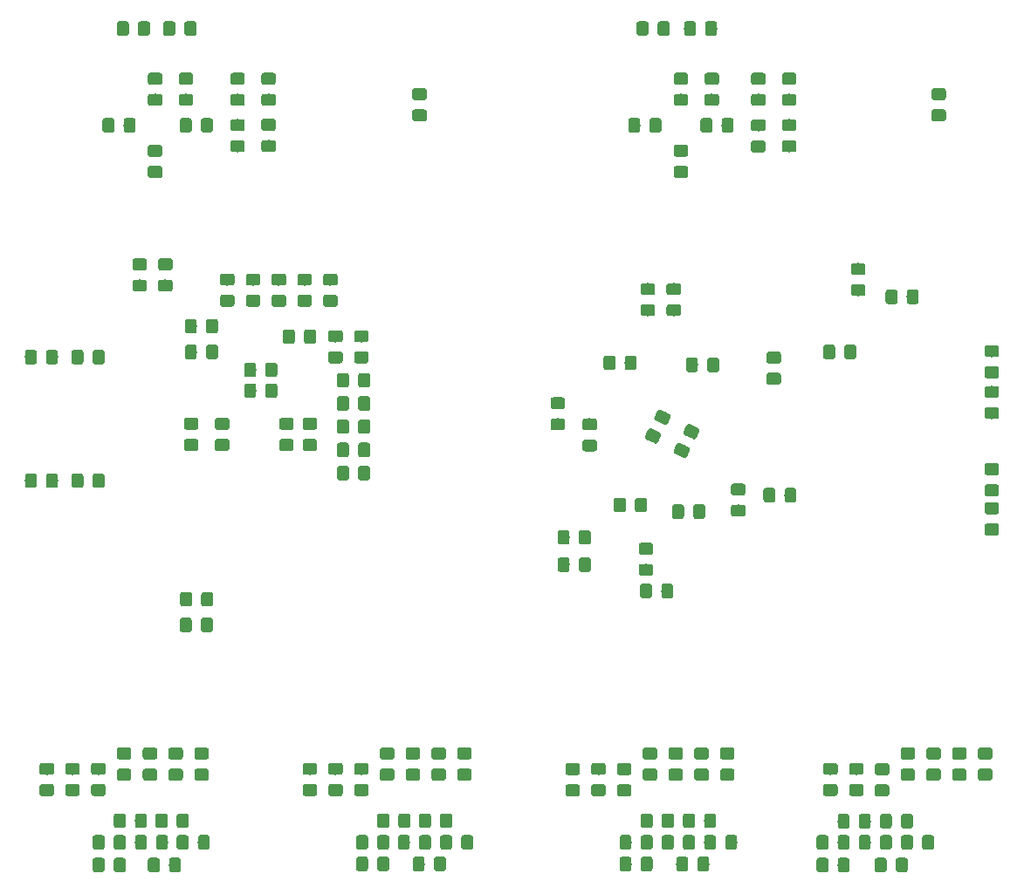
<source format=gbr>
G04 #@! TF.GenerationSoftware,KiCad,Pcbnew,5.0.2+dfsg1-1*
G04 #@! TF.CreationDate,2021-05-05T10:51:01+02:00*
G04 #@! TF.ProjectId,fpga_adda,66706761-5f61-4646-9461-2e6b69636164,rev?*
G04 #@! TF.SameCoordinates,Original*
G04 #@! TF.FileFunction,Paste,Bot*
G04 #@! TF.FilePolarity,Positive*
%FSLAX46Y46*%
G04 Gerber Fmt 4.6, Leading zero omitted, Abs format (unit mm)*
G04 Created by KiCad (PCBNEW 5.0.2+dfsg1-1) date Wed 05 May 2021 10:51:01 AM CEST*
%MOMM*%
%LPD*%
G01*
G04 APERTURE LIST*
%ADD10C,0.100000*%
%ADD11C,1.150000*%
G04 APERTURE END LIST*
D10*
G04 #@! TO.C,C90*
G36*
X102574505Y-129001204D02*
X102598773Y-129004804D01*
X102622572Y-129010765D01*
X102645671Y-129019030D01*
X102667850Y-129029520D01*
X102688893Y-129042132D01*
X102708599Y-129056747D01*
X102726777Y-129073223D01*
X102743253Y-129091401D01*
X102757868Y-129111107D01*
X102770480Y-129132150D01*
X102780970Y-129154329D01*
X102789235Y-129177428D01*
X102795196Y-129201227D01*
X102798796Y-129225495D01*
X102800000Y-129249999D01*
X102800000Y-130150001D01*
X102798796Y-130174505D01*
X102795196Y-130198773D01*
X102789235Y-130222572D01*
X102780970Y-130245671D01*
X102770480Y-130267850D01*
X102757868Y-130288893D01*
X102743253Y-130308599D01*
X102726777Y-130326777D01*
X102708599Y-130343253D01*
X102688893Y-130357868D01*
X102667850Y-130370480D01*
X102645671Y-130380970D01*
X102622572Y-130389235D01*
X102598773Y-130395196D01*
X102574505Y-130398796D01*
X102550001Y-130400000D01*
X101899999Y-130400000D01*
X101875495Y-130398796D01*
X101851227Y-130395196D01*
X101827428Y-130389235D01*
X101804329Y-130380970D01*
X101782150Y-130370480D01*
X101761107Y-130357868D01*
X101741401Y-130343253D01*
X101723223Y-130326777D01*
X101706747Y-130308599D01*
X101692132Y-130288893D01*
X101679520Y-130267850D01*
X101669030Y-130245671D01*
X101660765Y-130222572D01*
X101654804Y-130198773D01*
X101651204Y-130174505D01*
X101650000Y-130150001D01*
X101650000Y-129249999D01*
X101651204Y-129225495D01*
X101654804Y-129201227D01*
X101660765Y-129177428D01*
X101669030Y-129154329D01*
X101679520Y-129132150D01*
X101692132Y-129111107D01*
X101706747Y-129091401D01*
X101723223Y-129073223D01*
X101741401Y-129056747D01*
X101761107Y-129042132D01*
X101782150Y-129029520D01*
X101804329Y-129019030D01*
X101827428Y-129010765D01*
X101851227Y-129004804D01*
X101875495Y-129001204D01*
X101899999Y-129000000D01*
X102550001Y-129000000D01*
X102574505Y-129001204D01*
X102574505Y-129001204D01*
G37*
D11*
X102225000Y-129700000D03*
D10*
G36*
X104624505Y-129001204D02*
X104648773Y-129004804D01*
X104672572Y-129010765D01*
X104695671Y-129019030D01*
X104717850Y-129029520D01*
X104738893Y-129042132D01*
X104758599Y-129056747D01*
X104776777Y-129073223D01*
X104793253Y-129091401D01*
X104807868Y-129111107D01*
X104820480Y-129132150D01*
X104830970Y-129154329D01*
X104839235Y-129177428D01*
X104845196Y-129201227D01*
X104848796Y-129225495D01*
X104850000Y-129249999D01*
X104850000Y-130150001D01*
X104848796Y-130174505D01*
X104845196Y-130198773D01*
X104839235Y-130222572D01*
X104830970Y-130245671D01*
X104820480Y-130267850D01*
X104807868Y-130288893D01*
X104793253Y-130308599D01*
X104776777Y-130326777D01*
X104758599Y-130343253D01*
X104738893Y-130357868D01*
X104717850Y-130370480D01*
X104695671Y-130380970D01*
X104672572Y-130389235D01*
X104648773Y-130395196D01*
X104624505Y-130398796D01*
X104600001Y-130400000D01*
X103949999Y-130400000D01*
X103925495Y-130398796D01*
X103901227Y-130395196D01*
X103877428Y-130389235D01*
X103854329Y-130380970D01*
X103832150Y-130370480D01*
X103811107Y-130357868D01*
X103791401Y-130343253D01*
X103773223Y-130326777D01*
X103756747Y-130308599D01*
X103742132Y-130288893D01*
X103729520Y-130267850D01*
X103719030Y-130245671D01*
X103710765Y-130222572D01*
X103704804Y-130198773D01*
X103701204Y-130174505D01*
X103700000Y-130150001D01*
X103700000Y-129249999D01*
X103701204Y-129225495D01*
X103704804Y-129201227D01*
X103710765Y-129177428D01*
X103719030Y-129154329D01*
X103729520Y-129132150D01*
X103742132Y-129111107D01*
X103756747Y-129091401D01*
X103773223Y-129073223D01*
X103791401Y-129056747D01*
X103811107Y-129042132D01*
X103832150Y-129029520D01*
X103854329Y-129019030D01*
X103877428Y-129010765D01*
X103901227Y-129004804D01*
X103925495Y-129001204D01*
X103949999Y-129000000D01*
X104600001Y-129000000D01*
X104624505Y-129001204D01*
X104624505Y-129001204D01*
G37*
D11*
X104275000Y-129700000D03*
G04 #@! TD*
D10*
G04 #@! TO.C,C91*
G36*
X123724505Y-129101204D02*
X123748773Y-129104804D01*
X123772572Y-129110765D01*
X123795671Y-129119030D01*
X123817850Y-129129520D01*
X123838893Y-129142132D01*
X123858599Y-129156747D01*
X123876777Y-129173223D01*
X123893253Y-129191401D01*
X123907868Y-129211107D01*
X123920480Y-129232150D01*
X123930970Y-129254329D01*
X123939235Y-129277428D01*
X123945196Y-129301227D01*
X123948796Y-129325495D01*
X123950000Y-129349999D01*
X123950000Y-130250001D01*
X123948796Y-130274505D01*
X123945196Y-130298773D01*
X123939235Y-130322572D01*
X123930970Y-130345671D01*
X123920480Y-130367850D01*
X123907868Y-130388893D01*
X123893253Y-130408599D01*
X123876777Y-130426777D01*
X123858599Y-130443253D01*
X123838893Y-130457868D01*
X123817850Y-130470480D01*
X123795671Y-130480970D01*
X123772572Y-130489235D01*
X123748773Y-130495196D01*
X123724505Y-130498796D01*
X123700001Y-130500000D01*
X123049999Y-130500000D01*
X123025495Y-130498796D01*
X123001227Y-130495196D01*
X122977428Y-130489235D01*
X122954329Y-130480970D01*
X122932150Y-130470480D01*
X122911107Y-130457868D01*
X122891401Y-130443253D01*
X122873223Y-130426777D01*
X122856747Y-130408599D01*
X122842132Y-130388893D01*
X122829520Y-130367850D01*
X122819030Y-130345671D01*
X122810765Y-130322572D01*
X122804804Y-130298773D01*
X122801204Y-130274505D01*
X122800000Y-130250001D01*
X122800000Y-129349999D01*
X122801204Y-129325495D01*
X122804804Y-129301227D01*
X122810765Y-129277428D01*
X122819030Y-129254329D01*
X122829520Y-129232150D01*
X122842132Y-129211107D01*
X122856747Y-129191401D01*
X122873223Y-129173223D01*
X122891401Y-129156747D01*
X122911107Y-129142132D01*
X122932150Y-129129520D01*
X122954329Y-129119030D01*
X122977428Y-129110765D01*
X123001227Y-129104804D01*
X123025495Y-129101204D01*
X123049999Y-129100000D01*
X123700001Y-129100000D01*
X123724505Y-129101204D01*
X123724505Y-129101204D01*
G37*
D11*
X123375000Y-129800000D03*
D10*
G36*
X121674505Y-129101204D02*
X121698773Y-129104804D01*
X121722572Y-129110765D01*
X121745671Y-129119030D01*
X121767850Y-129129520D01*
X121788893Y-129142132D01*
X121808599Y-129156747D01*
X121826777Y-129173223D01*
X121843253Y-129191401D01*
X121857868Y-129211107D01*
X121870480Y-129232150D01*
X121880970Y-129254329D01*
X121889235Y-129277428D01*
X121895196Y-129301227D01*
X121898796Y-129325495D01*
X121900000Y-129349999D01*
X121900000Y-130250001D01*
X121898796Y-130274505D01*
X121895196Y-130298773D01*
X121889235Y-130322572D01*
X121880970Y-130345671D01*
X121870480Y-130367850D01*
X121857868Y-130388893D01*
X121843253Y-130408599D01*
X121826777Y-130426777D01*
X121808599Y-130443253D01*
X121788893Y-130457868D01*
X121767850Y-130470480D01*
X121745671Y-130480970D01*
X121722572Y-130489235D01*
X121698773Y-130495196D01*
X121674505Y-130498796D01*
X121650001Y-130500000D01*
X120999999Y-130500000D01*
X120975495Y-130498796D01*
X120951227Y-130495196D01*
X120927428Y-130489235D01*
X120904329Y-130480970D01*
X120882150Y-130470480D01*
X120861107Y-130457868D01*
X120841401Y-130443253D01*
X120823223Y-130426777D01*
X120806747Y-130408599D01*
X120792132Y-130388893D01*
X120779520Y-130367850D01*
X120769030Y-130345671D01*
X120760765Y-130322572D01*
X120754804Y-130298773D01*
X120751204Y-130274505D01*
X120750000Y-130250001D01*
X120750000Y-129349999D01*
X120751204Y-129325495D01*
X120754804Y-129301227D01*
X120760765Y-129277428D01*
X120769030Y-129254329D01*
X120779520Y-129232150D01*
X120792132Y-129211107D01*
X120806747Y-129191401D01*
X120823223Y-129173223D01*
X120841401Y-129156747D01*
X120861107Y-129142132D01*
X120882150Y-129129520D01*
X120904329Y-129119030D01*
X120927428Y-129110765D01*
X120951227Y-129104804D01*
X120975495Y-129101204D01*
X120999999Y-129100000D01*
X121650001Y-129100000D01*
X121674505Y-129101204D01*
X121674505Y-129101204D01*
G37*
D11*
X121325000Y-129800000D03*
G04 #@! TD*
D10*
G04 #@! TO.C,C92*
G36*
X51474505Y-129101204D02*
X51498773Y-129104804D01*
X51522572Y-129110765D01*
X51545671Y-129119030D01*
X51567850Y-129129520D01*
X51588893Y-129142132D01*
X51608599Y-129156747D01*
X51626777Y-129173223D01*
X51643253Y-129191401D01*
X51657868Y-129211107D01*
X51670480Y-129232150D01*
X51680970Y-129254329D01*
X51689235Y-129277428D01*
X51695196Y-129301227D01*
X51698796Y-129325495D01*
X51700000Y-129349999D01*
X51700000Y-130250001D01*
X51698796Y-130274505D01*
X51695196Y-130298773D01*
X51689235Y-130322572D01*
X51680970Y-130345671D01*
X51670480Y-130367850D01*
X51657868Y-130388893D01*
X51643253Y-130408599D01*
X51626777Y-130426777D01*
X51608599Y-130443253D01*
X51588893Y-130457868D01*
X51567850Y-130470480D01*
X51545671Y-130480970D01*
X51522572Y-130489235D01*
X51498773Y-130495196D01*
X51474505Y-130498796D01*
X51450001Y-130500000D01*
X50799999Y-130500000D01*
X50775495Y-130498796D01*
X50751227Y-130495196D01*
X50727428Y-130489235D01*
X50704329Y-130480970D01*
X50682150Y-130470480D01*
X50661107Y-130457868D01*
X50641401Y-130443253D01*
X50623223Y-130426777D01*
X50606747Y-130408599D01*
X50592132Y-130388893D01*
X50579520Y-130367850D01*
X50569030Y-130345671D01*
X50560765Y-130322572D01*
X50554804Y-130298773D01*
X50551204Y-130274505D01*
X50550000Y-130250001D01*
X50550000Y-129349999D01*
X50551204Y-129325495D01*
X50554804Y-129301227D01*
X50560765Y-129277428D01*
X50569030Y-129254329D01*
X50579520Y-129232150D01*
X50592132Y-129211107D01*
X50606747Y-129191401D01*
X50623223Y-129173223D01*
X50641401Y-129156747D01*
X50661107Y-129142132D01*
X50682150Y-129129520D01*
X50704329Y-129119030D01*
X50727428Y-129110765D01*
X50751227Y-129104804D01*
X50775495Y-129101204D01*
X50799999Y-129100000D01*
X51450001Y-129100000D01*
X51474505Y-129101204D01*
X51474505Y-129101204D01*
G37*
D11*
X51125000Y-129800000D03*
D10*
G36*
X53524505Y-129101204D02*
X53548773Y-129104804D01*
X53572572Y-129110765D01*
X53595671Y-129119030D01*
X53617850Y-129129520D01*
X53638893Y-129142132D01*
X53658599Y-129156747D01*
X53676777Y-129173223D01*
X53693253Y-129191401D01*
X53707868Y-129211107D01*
X53720480Y-129232150D01*
X53730970Y-129254329D01*
X53739235Y-129277428D01*
X53745196Y-129301227D01*
X53748796Y-129325495D01*
X53750000Y-129349999D01*
X53750000Y-130250001D01*
X53748796Y-130274505D01*
X53745196Y-130298773D01*
X53739235Y-130322572D01*
X53730970Y-130345671D01*
X53720480Y-130367850D01*
X53707868Y-130388893D01*
X53693253Y-130408599D01*
X53676777Y-130426777D01*
X53658599Y-130443253D01*
X53638893Y-130457868D01*
X53617850Y-130470480D01*
X53595671Y-130480970D01*
X53572572Y-130489235D01*
X53548773Y-130495196D01*
X53524505Y-130498796D01*
X53500001Y-130500000D01*
X52849999Y-130500000D01*
X52825495Y-130498796D01*
X52801227Y-130495196D01*
X52777428Y-130489235D01*
X52754329Y-130480970D01*
X52732150Y-130470480D01*
X52711107Y-130457868D01*
X52691401Y-130443253D01*
X52673223Y-130426777D01*
X52656747Y-130408599D01*
X52642132Y-130388893D01*
X52629520Y-130367850D01*
X52619030Y-130345671D01*
X52610765Y-130322572D01*
X52604804Y-130298773D01*
X52601204Y-130274505D01*
X52600000Y-130250001D01*
X52600000Y-129349999D01*
X52601204Y-129325495D01*
X52604804Y-129301227D01*
X52610765Y-129277428D01*
X52619030Y-129254329D01*
X52629520Y-129232150D01*
X52642132Y-129211107D01*
X52656747Y-129191401D01*
X52673223Y-129173223D01*
X52691401Y-129156747D01*
X52711107Y-129142132D01*
X52732150Y-129129520D01*
X52754329Y-129119030D01*
X52777428Y-129110765D01*
X52801227Y-129104804D01*
X52825495Y-129101204D01*
X52849999Y-129100000D01*
X53500001Y-129100000D01*
X53524505Y-129101204D01*
X53524505Y-129101204D01*
G37*
D11*
X53175000Y-129800000D03*
G04 #@! TD*
D10*
G04 #@! TO.C,C93*
G36*
X79074505Y-129001204D02*
X79098773Y-129004804D01*
X79122572Y-129010765D01*
X79145671Y-129019030D01*
X79167850Y-129029520D01*
X79188893Y-129042132D01*
X79208599Y-129056747D01*
X79226777Y-129073223D01*
X79243253Y-129091401D01*
X79257868Y-129111107D01*
X79270480Y-129132150D01*
X79280970Y-129154329D01*
X79289235Y-129177428D01*
X79295196Y-129201227D01*
X79298796Y-129225495D01*
X79300000Y-129249999D01*
X79300000Y-130150001D01*
X79298796Y-130174505D01*
X79295196Y-130198773D01*
X79289235Y-130222572D01*
X79280970Y-130245671D01*
X79270480Y-130267850D01*
X79257868Y-130288893D01*
X79243253Y-130308599D01*
X79226777Y-130326777D01*
X79208599Y-130343253D01*
X79188893Y-130357868D01*
X79167850Y-130370480D01*
X79145671Y-130380970D01*
X79122572Y-130389235D01*
X79098773Y-130395196D01*
X79074505Y-130398796D01*
X79050001Y-130400000D01*
X78399999Y-130400000D01*
X78375495Y-130398796D01*
X78351227Y-130395196D01*
X78327428Y-130389235D01*
X78304329Y-130380970D01*
X78282150Y-130370480D01*
X78261107Y-130357868D01*
X78241401Y-130343253D01*
X78223223Y-130326777D01*
X78206747Y-130308599D01*
X78192132Y-130288893D01*
X78179520Y-130267850D01*
X78169030Y-130245671D01*
X78160765Y-130222572D01*
X78154804Y-130198773D01*
X78151204Y-130174505D01*
X78150000Y-130150001D01*
X78150000Y-129249999D01*
X78151204Y-129225495D01*
X78154804Y-129201227D01*
X78160765Y-129177428D01*
X78169030Y-129154329D01*
X78179520Y-129132150D01*
X78192132Y-129111107D01*
X78206747Y-129091401D01*
X78223223Y-129073223D01*
X78241401Y-129056747D01*
X78261107Y-129042132D01*
X78282150Y-129029520D01*
X78304329Y-129019030D01*
X78327428Y-129010765D01*
X78351227Y-129004804D01*
X78375495Y-129001204D01*
X78399999Y-129000000D01*
X79050001Y-129000000D01*
X79074505Y-129001204D01*
X79074505Y-129001204D01*
G37*
D11*
X78725000Y-129700000D03*
D10*
G36*
X77024505Y-129001204D02*
X77048773Y-129004804D01*
X77072572Y-129010765D01*
X77095671Y-129019030D01*
X77117850Y-129029520D01*
X77138893Y-129042132D01*
X77158599Y-129056747D01*
X77176777Y-129073223D01*
X77193253Y-129091401D01*
X77207868Y-129111107D01*
X77220480Y-129132150D01*
X77230970Y-129154329D01*
X77239235Y-129177428D01*
X77245196Y-129201227D01*
X77248796Y-129225495D01*
X77250000Y-129249999D01*
X77250000Y-130150001D01*
X77248796Y-130174505D01*
X77245196Y-130198773D01*
X77239235Y-130222572D01*
X77230970Y-130245671D01*
X77220480Y-130267850D01*
X77207868Y-130288893D01*
X77193253Y-130308599D01*
X77176777Y-130326777D01*
X77158599Y-130343253D01*
X77138893Y-130357868D01*
X77117850Y-130370480D01*
X77095671Y-130380970D01*
X77072572Y-130389235D01*
X77048773Y-130395196D01*
X77024505Y-130398796D01*
X77000001Y-130400000D01*
X76349999Y-130400000D01*
X76325495Y-130398796D01*
X76301227Y-130395196D01*
X76277428Y-130389235D01*
X76254329Y-130380970D01*
X76232150Y-130370480D01*
X76211107Y-130357868D01*
X76191401Y-130343253D01*
X76173223Y-130326777D01*
X76156747Y-130308599D01*
X76142132Y-130288893D01*
X76129520Y-130267850D01*
X76119030Y-130245671D01*
X76110765Y-130222572D01*
X76104804Y-130198773D01*
X76101204Y-130174505D01*
X76100000Y-130150001D01*
X76100000Y-129249999D01*
X76101204Y-129225495D01*
X76104804Y-129201227D01*
X76110765Y-129177428D01*
X76119030Y-129154329D01*
X76129520Y-129132150D01*
X76142132Y-129111107D01*
X76156747Y-129091401D01*
X76173223Y-129073223D01*
X76191401Y-129056747D01*
X76211107Y-129042132D01*
X76232150Y-129029520D01*
X76254329Y-129019030D01*
X76277428Y-129010765D01*
X76301227Y-129004804D01*
X76325495Y-129001204D01*
X76349999Y-129000000D01*
X77000001Y-129000000D01*
X77024505Y-129001204D01*
X77024505Y-129001204D01*
G37*
D11*
X76675000Y-129700000D03*
G04 #@! TD*
D10*
G04 #@! TO.C,C94*
G36*
X129374505Y-129101204D02*
X129398773Y-129104804D01*
X129422572Y-129110765D01*
X129445671Y-129119030D01*
X129467850Y-129129520D01*
X129488893Y-129142132D01*
X129508599Y-129156747D01*
X129526777Y-129173223D01*
X129543253Y-129191401D01*
X129557868Y-129211107D01*
X129570480Y-129232150D01*
X129580970Y-129254329D01*
X129589235Y-129277428D01*
X129595196Y-129301227D01*
X129598796Y-129325495D01*
X129600000Y-129349999D01*
X129600000Y-130250001D01*
X129598796Y-130274505D01*
X129595196Y-130298773D01*
X129589235Y-130322572D01*
X129580970Y-130345671D01*
X129570480Y-130367850D01*
X129557868Y-130388893D01*
X129543253Y-130408599D01*
X129526777Y-130426777D01*
X129508599Y-130443253D01*
X129488893Y-130457868D01*
X129467850Y-130470480D01*
X129445671Y-130480970D01*
X129422572Y-130489235D01*
X129398773Y-130495196D01*
X129374505Y-130498796D01*
X129350001Y-130500000D01*
X128699999Y-130500000D01*
X128675495Y-130498796D01*
X128651227Y-130495196D01*
X128627428Y-130489235D01*
X128604329Y-130480970D01*
X128582150Y-130470480D01*
X128561107Y-130457868D01*
X128541401Y-130443253D01*
X128523223Y-130426777D01*
X128506747Y-130408599D01*
X128492132Y-130388893D01*
X128479520Y-130367850D01*
X128469030Y-130345671D01*
X128460765Y-130322572D01*
X128454804Y-130298773D01*
X128451204Y-130274505D01*
X128450000Y-130250001D01*
X128450000Y-129349999D01*
X128451204Y-129325495D01*
X128454804Y-129301227D01*
X128460765Y-129277428D01*
X128469030Y-129254329D01*
X128479520Y-129232150D01*
X128492132Y-129211107D01*
X128506747Y-129191401D01*
X128523223Y-129173223D01*
X128541401Y-129156747D01*
X128561107Y-129142132D01*
X128582150Y-129129520D01*
X128604329Y-129119030D01*
X128627428Y-129110765D01*
X128651227Y-129104804D01*
X128675495Y-129101204D01*
X128699999Y-129100000D01*
X129350001Y-129100000D01*
X129374505Y-129101204D01*
X129374505Y-129101204D01*
G37*
D11*
X129025000Y-129800000D03*
D10*
G36*
X127324505Y-129101204D02*
X127348773Y-129104804D01*
X127372572Y-129110765D01*
X127395671Y-129119030D01*
X127417850Y-129129520D01*
X127438893Y-129142132D01*
X127458599Y-129156747D01*
X127476777Y-129173223D01*
X127493253Y-129191401D01*
X127507868Y-129211107D01*
X127520480Y-129232150D01*
X127530970Y-129254329D01*
X127539235Y-129277428D01*
X127545196Y-129301227D01*
X127548796Y-129325495D01*
X127550000Y-129349999D01*
X127550000Y-130250001D01*
X127548796Y-130274505D01*
X127545196Y-130298773D01*
X127539235Y-130322572D01*
X127530970Y-130345671D01*
X127520480Y-130367850D01*
X127507868Y-130388893D01*
X127493253Y-130408599D01*
X127476777Y-130426777D01*
X127458599Y-130443253D01*
X127438893Y-130457868D01*
X127417850Y-130470480D01*
X127395671Y-130480970D01*
X127372572Y-130489235D01*
X127348773Y-130495196D01*
X127324505Y-130498796D01*
X127300001Y-130500000D01*
X126649999Y-130500000D01*
X126625495Y-130498796D01*
X126601227Y-130495196D01*
X126577428Y-130489235D01*
X126554329Y-130480970D01*
X126532150Y-130470480D01*
X126511107Y-130457868D01*
X126491401Y-130443253D01*
X126473223Y-130426777D01*
X126456747Y-130408599D01*
X126442132Y-130388893D01*
X126429520Y-130367850D01*
X126419030Y-130345671D01*
X126410765Y-130322572D01*
X126404804Y-130298773D01*
X126401204Y-130274505D01*
X126400000Y-130250001D01*
X126400000Y-129349999D01*
X126401204Y-129325495D01*
X126404804Y-129301227D01*
X126410765Y-129277428D01*
X126419030Y-129254329D01*
X126429520Y-129232150D01*
X126442132Y-129211107D01*
X126456747Y-129191401D01*
X126473223Y-129173223D01*
X126491401Y-129156747D01*
X126511107Y-129142132D01*
X126532150Y-129129520D01*
X126554329Y-129119030D01*
X126577428Y-129110765D01*
X126601227Y-129104804D01*
X126625495Y-129101204D01*
X126649999Y-129100000D01*
X127300001Y-129100000D01*
X127324505Y-129101204D01*
X127324505Y-129101204D01*
G37*
D11*
X126975000Y-129800000D03*
G04 #@! TD*
D10*
G04 #@! TO.C,C95*
G36*
X108074505Y-129001204D02*
X108098773Y-129004804D01*
X108122572Y-129010765D01*
X108145671Y-129019030D01*
X108167850Y-129029520D01*
X108188893Y-129042132D01*
X108208599Y-129056747D01*
X108226777Y-129073223D01*
X108243253Y-129091401D01*
X108257868Y-129111107D01*
X108270480Y-129132150D01*
X108280970Y-129154329D01*
X108289235Y-129177428D01*
X108295196Y-129201227D01*
X108298796Y-129225495D01*
X108300000Y-129249999D01*
X108300000Y-130150001D01*
X108298796Y-130174505D01*
X108295196Y-130198773D01*
X108289235Y-130222572D01*
X108280970Y-130245671D01*
X108270480Y-130267850D01*
X108257868Y-130288893D01*
X108243253Y-130308599D01*
X108226777Y-130326777D01*
X108208599Y-130343253D01*
X108188893Y-130357868D01*
X108167850Y-130370480D01*
X108145671Y-130380970D01*
X108122572Y-130389235D01*
X108098773Y-130395196D01*
X108074505Y-130398796D01*
X108050001Y-130400000D01*
X107399999Y-130400000D01*
X107375495Y-130398796D01*
X107351227Y-130395196D01*
X107327428Y-130389235D01*
X107304329Y-130380970D01*
X107282150Y-130370480D01*
X107261107Y-130357868D01*
X107241401Y-130343253D01*
X107223223Y-130326777D01*
X107206747Y-130308599D01*
X107192132Y-130288893D01*
X107179520Y-130267850D01*
X107169030Y-130245671D01*
X107160765Y-130222572D01*
X107154804Y-130198773D01*
X107151204Y-130174505D01*
X107150000Y-130150001D01*
X107150000Y-129249999D01*
X107151204Y-129225495D01*
X107154804Y-129201227D01*
X107160765Y-129177428D01*
X107169030Y-129154329D01*
X107179520Y-129132150D01*
X107192132Y-129111107D01*
X107206747Y-129091401D01*
X107223223Y-129073223D01*
X107241401Y-129056747D01*
X107261107Y-129042132D01*
X107282150Y-129029520D01*
X107304329Y-129019030D01*
X107327428Y-129010765D01*
X107351227Y-129004804D01*
X107375495Y-129001204D01*
X107399999Y-129000000D01*
X108050001Y-129000000D01*
X108074505Y-129001204D01*
X108074505Y-129001204D01*
G37*
D11*
X107725000Y-129700000D03*
D10*
G36*
X110124505Y-129001204D02*
X110148773Y-129004804D01*
X110172572Y-129010765D01*
X110195671Y-129019030D01*
X110217850Y-129029520D01*
X110238893Y-129042132D01*
X110258599Y-129056747D01*
X110276777Y-129073223D01*
X110293253Y-129091401D01*
X110307868Y-129111107D01*
X110320480Y-129132150D01*
X110330970Y-129154329D01*
X110339235Y-129177428D01*
X110345196Y-129201227D01*
X110348796Y-129225495D01*
X110350000Y-129249999D01*
X110350000Y-130150001D01*
X110348796Y-130174505D01*
X110345196Y-130198773D01*
X110339235Y-130222572D01*
X110330970Y-130245671D01*
X110320480Y-130267850D01*
X110307868Y-130288893D01*
X110293253Y-130308599D01*
X110276777Y-130326777D01*
X110258599Y-130343253D01*
X110238893Y-130357868D01*
X110217850Y-130370480D01*
X110195671Y-130380970D01*
X110172572Y-130389235D01*
X110148773Y-130395196D01*
X110124505Y-130398796D01*
X110100001Y-130400000D01*
X109449999Y-130400000D01*
X109425495Y-130398796D01*
X109401227Y-130395196D01*
X109377428Y-130389235D01*
X109354329Y-130380970D01*
X109332150Y-130370480D01*
X109311107Y-130357868D01*
X109291401Y-130343253D01*
X109273223Y-130326777D01*
X109256747Y-130308599D01*
X109242132Y-130288893D01*
X109229520Y-130267850D01*
X109219030Y-130245671D01*
X109210765Y-130222572D01*
X109204804Y-130198773D01*
X109201204Y-130174505D01*
X109200000Y-130150001D01*
X109200000Y-129249999D01*
X109201204Y-129225495D01*
X109204804Y-129201227D01*
X109210765Y-129177428D01*
X109219030Y-129154329D01*
X109229520Y-129132150D01*
X109242132Y-129111107D01*
X109256747Y-129091401D01*
X109273223Y-129073223D01*
X109291401Y-129056747D01*
X109311107Y-129042132D01*
X109332150Y-129029520D01*
X109354329Y-129019030D01*
X109377428Y-129010765D01*
X109401227Y-129004804D01*
X109425495Y-129001204D01*
X109449999Y-129000000D01*
X110100001Y-129000000D01*
X110124505Y-129001204D01*
X110124505Y-129001204D01*
G37*
D11*
X109775000Y-129700000D03*
G04 #@! TD*
D10*
G04 #@! TO.C,C96*
G36*
X84574505Y-129001204D02*
X84598773Y-129004804D01*
X84622572Y-129010765D01*
X84645671Y-129019030D01*
X84667850Y-129029520D01*
X84688893Y-129042132D01*
X84708599Y-129056747D01*
X84726777Y-129073223D01*
X84743253Y-129091401D01*
X84757868Y-129111107D01*
X84770480Y-129132150D01*
X84780970Y-129154329D01*
X84789235Y-129177428D01*
X84795196Y-129201227D01*
X84798796Y-129225495D01*
X84800000Y-129249999D01*
X84800000Y-130150001D01*
X84798796Y-130174505D01*
X84795196Y-130198773D01*
X84789235Y-130222572D01*
X84780970Y-130245671D01*
X84770480Y-130267850D01*
X84757868Y-130288893D01*
X84743253Y-130308599D01*
X84726777Y-130326777D01*
X84708599Y-130343253D01*
X84688893Y-130357868D01*
X84667850Y-130370480D01*
X84645671Y-130380970D01*
X84622572Y-130389235D01*
X84598773Y-130395196D01*
X84574505Y-130398796D01*
X84550001Y-130400000D01*
X83899999Y-130400000D01*
X83875495Y-130398796D01*
X83851227Y-130395196D01*
X83827428Y-130389235D01*
X83804329Y-130380970D01*
X83782150Y-130370480D01*
X83761107Y-130357868D01*
X83741401Y-130343253D01*
X83723223Y-130326777D01*
X83706747Y-130308599D01*
X83692132Y-130288893D01*
X83679520Y-130267850D01*
X83669030Y-130245671D01*
X83660765Y-130222572D01*
X83654804Y-130198773D01*
X83651204Y-130174505D01*
X83650000Y-130150001D01*
X83650000Y-129249999D01*
X83651204Y-129225495D01*
X83654804Y-129201227D01*
X83660765Y-129177428D01*
X83669030Y-129154329D01*
X83679520Y-129132150D01*
X83692132Y-129111107D01*
X83706747Y-129091401D01*
X83723223Y-129073223D01*
X83741401Y-129056747D01*
X83761107Y-129042132D01*
X83782150Y-129029520D01*
X83804329Y-129019030D01*
X83827428Y-129010765D01*
X83851227Y-129004804D01*
X83875495Y-129001204D01*
X83899999Y-129000000D01*
X84550001Y-129000000D01*
X84574505Y-129001204D01*
X84574505Y-129001204D01*
G37*
D11*
X84225000Y-129700000D03*
D10*
G36*
X82524505Y-129001204D02*
X82548773Y-129004804D01*
X82572572Y-129010765D01*
X82595671Y-129019030D01*
X82617850Y-129029520D01*
X82638893Y-129042132D01*
X82658599Y-129056747D01*
X82676777Y-129073223D01*
X82693253Y-129091401D01*
X82707868Y-129111107D01*
X82720480Y-129132150D01*
X82730970Y-129154329D01*
X82739235Y-129177428D01*
X82745196Y-129201227D01*
X82748796Y-129225495D01*
X82750000Y-129249999D01*
X82750000Y-130150001D01*
X82748796Y-130174505D01*
X82745196Y-130198773D01*
X82739235Y-130222572D01*
X82730970Y-130245671D01*
X82720480Y-130267850D01*
X82707868Y-130288893D01*
X82693253Y-130308599D01*
X82676777Y-130326777D01*
X82658599Y-130343253D01*
X82638893Y-130357868D01*
X82617850Y-130370480D01*
X82595671Y-130380970D01*
X82572572Y-130389235D01*
X82548773Y-130395196D01*
X82524505Y-130398796D01*
X82500001Y-130400000D01*
X81849999Y-130400000D01*
X81825495Y-130398796D01*
X81801227Y-130395196D01*
X81777428Y-130389235D01*
X81754329Y-130380970D01*
X81732150Y-130370480D01*
X81711107Y-130357868D01*
X81691401Y-130343253D01*
X81673223Y-130326777D01*
X81656747Y-130308599D01*
X81642132Y-130288893D01*
X81629520Y-130267850D01*
X81619030Y-130245671D01*
X81610765Y-130222572D01*
X81604804Y-130198773D01*
X81601204Y-130174505D01*
X81600000Y-130150001D01*
X81600000Y-129249999D01*
X81601204Y-129225495D01*
X81604804Y-129201227D01*
X81610765Y-129177428D01*
X81619030Y-129154329D01*
X81629520Y-129132150D01*
X81642132Y-129111107D01*
X81656747Y-129091401D01*
X81673223Y-129073223D01*
X81691401Y-129056747D01*
X81711107Y-129042132D01*
X81732150Y-129029520D01*
X81754329Y-129019030D01*
X81777428Y-129010765D01*
X81801227Y-129004804D01*
X81825495Y-129001204D01*
X81849999Y-129000000D01*
X82500001Y-129000000D01*
X82524505Y-129001204D01*
X82524505Y-129001204D01*
G37*
D11*
X82175000Y-129700000D03*
G04 #@! TD*
D10*
G04 #@! TO.C,C97*
G36*
X56824505Y-129101204D02*
X56848773Y-129104804D01*
X56872572Y-129110765D01*
X56895671Y-129119030D01*
X56917850Y-129129520D01*
X56938893Y-129142132D01*
X56958599Y-129156747D01*
X56976777Y-129173223D01*
X56993253Y-129191401D01*
X57007868Y-129211107D01*
X57020480Y-129232150D01*
X57030970Y-129254329D01*
X57039235Y-129277428D01*
X57045196Y-129301227D01*
X57048796Y-129325495D01*
X57050000Y-129349999D01*
X57050000Y-130250001D01*
X57048796Y-130274505D01*
X57045196Y-130298773D01*
X57039235Y-130322572D01*
X57030970Y-130345671D01*
X57020480Y-130367850D01*
X57007868Y-130388893D01*
X56993253Y-130408599D01*
X56976777Y-130426777D01*
X56958599Y-130443253D01*
X56938893Y-130457868D01*
X56917850Y-130470480D01*
X56895671Y-130480970D01*
X56872572Y-130489235D01*
X56848773Y-130495196D01*
X56824505Y-130498796D01*
X56800001Y-130500000D01*
X56149999Y-130500000D01*
X56125495Y-130498796D01*
X56101227Y-130495196D01*
X56077428Y-130489235D01*
X56054329Y-130480970D01*
X56032150Y-130470480D01*
X56011107Y-130457868D01*
X55991401Y-130443253D01*
X55973223Y-130426777D01*
X55956747Y-130408599D01*
X55942132Y-130388893D01*
X55929520Y-130367850D01*
X55919030Y-130345671D01*
X55910765Y-130322572D01*
X55904804Y-130298773D01*
X55901204Y-130274505D01*
X55900000Y-130250001D01*
X55900000Y-129349999D01*
X55901204Y-129325495D01*
X55904804Y-129301227D01*
X55910765Y-129277428D01*
X55919030Y-129254329D01*
X55929520Y-129232150D01*
X55942132Y-129211107D01*
X55956747Y-129191401D01*
X55973223Y-129173223D01*
X55991401Y-129156747D01*
X56011107Y-129142132D01*
X56032150Y-129129520D01*
X56054329Y-129119030D01*
X56077428Y-129110765D01*
X56101227Y-129104804D01*
X56125495Y-129101204D01*
X56149999Y-129100000D01*
X56800001Y-129100000D01*
X56824505Y-129101204D01*
X56824505Y-129101204D01*
G37*
D11*
X56475000Y-129800000D03*
D10*
G36*
X58874505Y-129101204D02*
X58898773Y-129104804D01*
X58922572Y-129110765D01*
X58945671Y-129119030D01*
X58967850Y-129129520D01*
X58988893Y-129142132D01*
X59008599Y-129156747D01*
X59026777Y-129173223D01*
X59043253Y-129191401D01*
X59057868Y-129211107D01*
X59070480Y-129232150D01*
X59080970Y-129254329D01*
X59089235Y-129277428D01*
X59095196Y-129301227D01*
X59098796Y-129325495D01*
X59100000Y-129349999D01*
X59100000Y-130250001D01*
X59098796Y-130274505D01*
X59095196Y-130298773D01*
X59089235Y-130322572D01*
X59080970Y-130345671D01*
X59070480Y-130367850D01*
X59057868Y-130388893D01*
X59043253Y-130408599D01*
X59026777Y-130426777D01*
X59008599Y-130443253D01*
X58988893Y-130457868D01*
X58967850Y-130470480D01*
X58945671Y-130480970D01*
X58922572Y-130489235D01*
X58898773Y-130495196D01*
X58874505Y-130498796D01*
X58850001Y-130500000D01*
X58199999Y-130500000D01*
X58175495Y-130498796D01*
X58151227Y-130495196D01*
X58127428Y-130489235D01*
X58104329Y-130480970D01*
X58082150Y-130470480D01*
X58061107Y-130457868D01*
X58041401Y-130443253D01*
X58023223Y-130426777D01*
X58006747Y-130408599D01*
X57992132Y-130388893D01*
X57979520Y-130367850D01*
X57969030Y-130345671D01*
X57960765Y-130322572D01*
X57954804Y-130298773D01*
X57951204Y-130274505D01*
X57950000Y-130250001D01*
X57950000Y-129349999D01*
X57951204Y-129325495D01*
X57954804Y-129301227D01*
X57960765Y-129277428D01*
X57969030Y-129254329D01*
X57979520Y-129232150D01*
X57992132Y-129211107D01*
X58006747Y-129191401D01*
X58023223Y-129173223D01*
X58041401Y-129156747D01*
X58061107Y-129142132D01*
X58082150Y-129129520D01*
X58104329Y-129119030D01*
X58127428Y-129110765D01*
X58151227Y-129104804D01*
X58175495Y-129101204D01*
X58199999Y-129100000D01*
X58850001Y-129100000D01*
X58874505Y-129101204D01*
X58874505Y-129101204D01*
G37*
D11*
X58525000Y-129800000D03*
G04 #@! TD*
D10*
G04 #@! TO.C,C82*
G36*
X106674505Y-126901204D02*
X106698773Y-126904804D01*
X106722572Y-126910765D01*
X106745671Y-126919030D01*
X106767850Y-126929520D01*
X106788893Y-126942132D01*
X106808599Y-126956747D01*
X106826777Y-126973223D01*
X106843253Y-126991401D01*
X106857868Y-127011107D01*
X106870480Y-127032150D01*
X106880970Y-127054329D01*
X106889235Y-127077428D01*
X106895196Y-127101227D01*
X106898796Y-127125495D01*
X106900000Y-127149999D01*
X106900000Y-128050001D01*
X106898796Y-128074505D01*
X106895196Y-128098773D01*
X106889235Y-128122572D01*
X106880970Y-128145671D01*
X106870480Y-128167850D01*
X106857868Y-128188893D01*
X106843253Y-128208599D01*
X106826777Y-128226777D01*
X106808599Y-128243253D01*
X106788893Y-128257868D01*
X106767850Y-128270480D01*
X106745671Y-128280970D01*
X106722572Y-128289235D01*
X106698773Y-128295196D01*
X106674505Y-128298796D01*
X106650001Y-128300000D01*
X105999999Y-128300000D01*
X105975495Y-128298796D01*
X105951227Y-128295196D01*
X105927428Y-128289235D01*
X105904329Y-128280970D01*
X105882150Y-128270480D01*
X105861107Y-128257868D01*
X105841401Y-128243253D01*
X105823223Y-128226777D01*
X105806747Y-128208599D01*
X105792132Y-128188893D01*
X105779520Y-128167850D01*
X105769030Y-128145671D01*
X105760765Y-128122572D01*
X105754804Y-128098773D01*
X105751204Y-128074505D01*
X105750000Y-128050001D01*
X105750000Y-127149999D01*
X105751204Y-127125495D01*
X105754804Y-127101227D01*
X105760765Y-127077428D01*
X105769030Y-127054329D01*
X105779520Y-127032150D01*
X105792132Y-127011107D01*
X105806747Y-126991401D01*
X105823223Y-126973223D01*
X105841401Y-126956747D01*
X105861107Y-126942132D01*
X105882150Y-126929520D01*
X105904329Y-126919030D01*
X105927428Y-126910765D01*
X105951227Y-126904804D01*
X105975495Y-126901204D01*
X105999999Y-126900000D01*
X106650001Y-126900000D01*
X106674505Y-126901204D01*
X106674505Y-126901204D01*
G37*
D11*
X106325000Y-127600000D03*
D10*
G36*
X108724505Y-126901204D02*
X108748773Y-126904804D01*
X108772572Y-126910765D01*
X108795671Y-126919030D01*
X108817850Y-126929520D01*
X108838893Y-126942132D01*
X108858599Y-126956747D01*
X108876777Y-126973223D01*
X108893253Y-126991401D01*
X108907868Y-127011107D01*
X108920480Y-127032150D01*
X108930970Y-127054329D01*
X108939235Y-127077428D01*
X108945196Y-127101227D01*
X108948796Y-127125495D01*
X108950000Y-127149999D01*
X108950000Y-128050001D01*
X108948796Y-128074505D01*
X108945196Y-128098773D01*
X108939235Y-128122572D01*
X108930970Y-128145671D01*
X108920480Y-128167850D01*
X108907868Y-128188893D01*
X108893253Y-128208599D01*
X108876777Y-128226777D01*
X108858599Y-128243253D01*
X108838893Y-128257868D01*
X108817850Y-128270480D01*
X108795671Y-128280970D01*
X108772572Y-128289235D01*
X108748773Y-128295196D01*
X108724505Y-128298796D01*
X108700001Y-128300000D01*
X108049999Y-128300000D01*
X108025495Y-128298796D01*
X108001227Y-128295196D01*
X107977428Y-128289235D01*
X107954329Y-128280970D01*
X107932150Y-128270480D01*
X107911107Y-128257868D01*
X107891401Y-128243253D01*
X107873223Y-128226777D01*
X107856747Y-128208599D01*
X107842132Y-128188893D01*
X107829520Y-128167850D01*
X107819030Y-128145671D01*
X107810765Y-128122572D01*
X107804804Y-128098773D01*
X107801204Y-128074505D01*
X107800000Y-128050001D01*
X107800000Y-127149999D01*
X107801204Y-127125495D01*
X107804804Y-127101227D01*
X107810765Y-127077428D01*
X107819030Y-127054329D01*
X107829520Y-127032150D01*
X107842132Y-127011107D01*
X107856747Y-126991401D01*
X107873223Y-126973223D01*
X107891401Y-126956747D01*
X107911107Y-126942132D01*
X107932150Y-126929520D01*
X107954329Y-126919030D01*
X107977428Y-126910765D01*
X108001227Y-126904804D01*
X108025495Y-126901204D01*
X108049999Y-126900000D01*
X108700001Y-126900000D01*
X108724505Y-126901204D01*
X108724505Y-126901204D01*
G37*
D11*
X108375000Y-127600000D03*
G04 #@! TD*
D10*
G04 #@! TO.C,C83*
G36*
X127824505Y-126901204D02*
X127848773Y-126904804D01*
X127872572Y-126910765D01*
X127895671Y-126919030D01*
X127917850Y-126929520D01*
X127938893Y-126942132D01*
X127958599Y-126956747D01*
X127976777Y-126973223D01*
X127993253Y-126991401D01*
X128007868Y-127011107D01*
X128020480Y-127032150D01*
X128030970Y-127054329D01*
X128039235Y-127077428D01*
X128045196Y-127101227D01*
X128048796Y-127125495D01*
X128050000Y-127149999D01*
X128050000Y-128050001D01*
X128048796Y-128074505D01*
X128045196Y-128098773D01*
X128039235Y-128122572D01*
X128030970Y-128145671D01*
X128020480Y-128167850D01*
X128007868Y-128188893D01*
X127993253Y-128208599D01*
X127976777Y-128226777D01*
X127958599Y-128243253D01*
X127938893Y-128257868D01*
X127917850Y-128270480D01*
X127895671Y-128280970D01*
X127872572Y-128289235D01*
X127848773Y-128295196D01*
X127824505Y-128298796D01*
X127800001Y-128300000D01*
X127149999Y-128300000D01*
X127125495Y-128298796D01*
X127101227Y-128295196D01*
X127077428Y-128289235D01*
X127054329Y-128280970D01*
X127032150Y-128270480D01*
X127011107Y-128257868D01*
X126991401Y-128243253D01*
X126973223Y-128226777D01*
X126956747Y-128208599D01*
X126942132Y-128188893D01*
X126929520Y-128167850D01*
X126919030Y-128145671D01*
X126910765Y-128122572D01*
X126904804Y-128098773D01*
X126901204Y-128074505D01*
X126900000Y-128050001D01*
X126900000Y-127149999D01*
X126901204Y-127125495D01*
X126904804Y-127101227D01*
X126910765Y-127077428D01*
X126919030Y-127054329D01*
X126929520Y-127032150D01*
X126942132Y-127011107D01*
X126956747Y-126991401D01*
X126973223Y-126973223D01*
X126991401Y-126956747D01*
X127011107Y-126942132D01*
X127032150Y-126929520D01*
X127054329Y-126919030D01*
X127077428Y-126910765D01*
X127101227Y-126904804D01*
X127125495Y-126901204D01*
X127149999Y-126900000D01*
X127800001Y-126900000D01*
X127824505Y-126901204D01*
X127824505Y-126901204D01*
G37*
D11*
X127475000Y-127600000D03*
D10*
G36*
X125774505Y-126901204D02*
X125798773Y-126904804D01*
X125822572Y-126910765D01*
X125845671Y-126919030D01*
X125867850Y-126929520D01*
X125888893Y-126942132D01*
X125908599Y-126956747D01*
X125926777Y-126973223D01*
X125943253Y-126991401D01*
X125957868Y-127011107D01*
X125970480Y-127032150D01*
X125980970Y-127054329D01*
X125989235Y-127077428D01*
X125995196Y-127101227D01*
X125998796Y-127125495D01*
X126000000Y-127149999D01*
X126000000Y-128050001D01*
X125998796Y-128074505D01*
X125995196Y-128098773D01*
X125989235Y-128122572D01*
X125980970Y-128145671D01*
X125970480Y-128167850D01*
X125957868Y-128188893D01*
X125943253Y-128208599D01*
X125926777Y-128226777D01*
X125908599Y-128243253D01*
X125888893Y-128257868D01*
X125867850Y-128270480D01*
X125845671Y-128280970D01*
X125822572Y-128289235D01*
X125798773Y-128295196D01*
X125774505Y-128298796D01*
X125750001Y-128300000D01*
X125099999Y-128300000D01*
X125075495Y-128298796D01*
X125051227Y-128295196D01*
X125027428Y-128289235D01*
X125004329Y-128280970D01*
X124982150Y-128270480D01*
X124961107Y-128257868D01*
X124941401Y-128243253D01*
X124923223Y-128226777D01*
X124906747Y-128208599D01*
X124892132Y-128188893D01*
X124879520Y-128167850D01*
X124869030Y-128145671D01*
X124860765Y-128122572D01*
X124854804Y-128098773D01*
X124851204Y-128074505D01*
X124850000Y-128050001D01*
X124850000Y-127149999D01*
X124851204Y-127125495D01*
X124854804Y-127101227D01*
X124860765Y-127077428D01*
X124869030Y-127054329D01*
X124879520Y-127032150D01*
X124892132Y-127011107D01*
X124906747Y-126991401D01*
X124923223Y-126973223D01*
X124941401Y-126956747D01*
X124961107Y-126942132D01*
X124982150Y-126929520D01*
X125004329Y-126919030D01*
X125027428Y-126910765D01*
X125051227Y-126904804D01*
X125075495Y-126901204D01*
X125099999Y-126900000D01*
X125750001Y-126900000D01*
X125774505Y-126901204D01*
X125774505Y-126901204D01*
G37*
D11*
X125425000Y-127600000D03*
G04 #@! TD*
D10*
G04 #@! TO.C,C87*
G36*
X55574505Y-126901204D02*
X55598773Y-126904804D01*
X55622572Y-126910765D01*
X55645671Y-126919030D01*
X55667850Y-126929520D01*
X55688893Y-126942132D01*
X55708599Y-126956747D01*
X55726777Y-126973223D01*
X55743253Y-126991401D01*
X55757868Y-127011107D01*
X55770480Y-127032150D01*
X55780970Y-127054329D01*
X55789235Y-127077428D01*
X55795196Y-127101227D01*
X55798796Y-127125495D01*
X55800000Y-127149999D01*
X55800000Y-128050001D01*
X55798796Y-128074505D01*
X55795196Y-128098773D01*
X55789235Y-128122572D01*
X55780970Y-128145671D01*
X55770480Y-128167850D01*
X55757868Y-128188893D01*
X55743253Y-128208599D01*
X55726777Y-128226777D01*
X55708599Y-128243253D01*
X55688893Y-128257868D01*
X55667850Y-128270480D01*
X55645671Y-128280970D01*
X55622572Y-128289235D01*
X55598773Y-128295196D01*
X55574505Y-128298796D01*
X55550001Y-128300000D01*
X54899999Y-128300000D01*
X54875495Y-128298796D01*
X54851227Y-128295196D01*
X54827428Y-128289235D01*
X54804329Y-128280970D01*
X54782150Y-128270480D01*
X54761107Y-128257868D01*
X54741401Y-128243253D01*
X54723223Y-128226777D01*
X54706747Y-128208599D01*
X54692132Y-128188893D01*
X54679520Y-128167850D01*
X54669030Y-128145671D01*
X54660765Y-128122572D01*
X54654804Y-128098773D01*
X54651204Y-128074505D01*
X54650000Y-128050001D01*
X54650000Y-127149999D01*
X54651204Y-127125495D01*
X54654804Y-127101227D01*
X54660765Y-127077428D01*
X54669030Y-127054329D01*
X54679520Y-127032150D01*
X54692132Y-127011107D01*
X54706747Y-126991401D01*
X54723223Y-126973223D01*
X54741401Y-126956747D01*
X54761107Y-126942132D01*
X54782150Y-126929520D01*
X54804329Y-126919030D01*
X54827428Y-126910765D01*
X54851227Y-126904804D01*
X54875495Y-126901204D01*
X54899999Y-126900000D01*
X55550001Y-126900000D01*
X55574505Y-126901204D01*
X55574505Y-126901204D01*
G37*
D11*
X55225000Y-127600000D03*
D10*
G36*
X57624505Y-126901204D02*
X57648773Y-126904804D01*
X57672572Y-126910765D01*
X57695671Y-126919030D01*
X57717850Y-126929520D01*
X57738893Y-126942132D01*
X57758599Y-126956747D01*
X57776777Y-126973223D01*
X57793253Y-126991401D01*
X57807868Y-127011107D01*
X57820480Y-127032150D01*
X57830970Y-127054329D01*
X57839235Y-127077428D01*
X57845196Y-127101227D01*
X57848796Y-127125495D01*
X57850000Y-127149999D01*
X57850000Y-128050001D01*
X57848796Y-128074505D01*
X57845196Y-128098773D01*
X57839235Y-128122572D01*
X57830970Y-128145671D01*
X57820480Y-128167850D01*
X57807868Y-128188893D01*
X57793253Y-128208599D01*
X57776777Y-128226777D01*
X57758599Y-128243253D01*
X57738893Y-128257868D01*
X57717850Y-128270480D01*
X57695671Y-128280970D01*
X57672572Y-128289235D01*
X57648773Y-128295196D01*
X57624505Y-128298796D01*
X57600001Y-128300000D01*
X56949999Y-128300000D01*
X56925495Y-128298796D01*
X56901227Y-128295196D01*
X56877428Y-128289235D01*
X56854329Y-128280970D01*
X56832150Y-128270480D01*
X56811107Y-128257868D01*
X56791401Y-128243253D01*
X56773223Y-128226777D01*
X56756747Y-128208599D01*
X56742132Y-128188893D01*
X56729520Y-128167850D01*
X56719030Y-128145671D01*
X56710765Y-128122572D01*
X56704804Y-128098773D01*
X56701204Y-128074505D01*
X56700000Y-128050001D01*
X56700000Y-127149999D01*
X56701204Y-127125495D01*
X56704804Y-127101227D01*
X56710765Y-127077428D01*
X56719030Y-127054329D01*
X56729520Y-127032150D01*
X56742132Y-127011107D01*
X56756747Y-126991401D01*
X56773223Y-126973223D01*
X56791401Y-126956747D01*
X56811107Y-126942132D01*
X56832150Y-126929520D01*
X56854329Y-126919030D01*
X56877428Y-126910765D01*
X56901227Y-126904804D01*
X56925495Y-126901204D01*
X56949999Y-126900000D01*
X57600001Y-126900000D01*
X57624505Y-126901204D01*
X57624505Y-126901204D01*
G37*
D11*
X57275000Y-127600000D03*
G04 #@! TD*
D10*
G04 #@! TO.C,C86*
G36*
X83124505Y-126901204D02*
X83148773Y-126904804D01*
X83172572Y-126910765D01*
X83195671Y-126919030D01*
X83217850Y-126929520D01*
X83238893Y-126942132D01*
X83258599Y-126956747D01*
X83276777Y-126973223D01*
X83293253Y-126991401D01*
X83307868Y-127011107D01*
X83320480Y-127032150D01*
X83330970Y-127054329D01*
X83339235Y-127077428D01*
X83345196Y-127101227D01*
X83348796Y-127125495D01*
X83350000Y-127149999D01*
X83350000Y-128050001D01*
X83348796Y-128074505D01*
X83345196Y-128098773D01*
X83339235Y-128122572D01*
X83330970Y-128145671D01*
X83320480Y-128167850D01*
X83307868Y-128188893D01*
X83293253Y-128208599D01*
X83276777Y-128226777D01*
X83258599Y-128243253D01*
X83238893Y-128257868D01*
X83217850Y-128270480D01*
X83195671Y-128280970D01*
X83172572Y-128289235D01*
X83148773Y-128295196D01*
X83124505Y-128298796D01*
X83100001Y-128300000D01*
X82449999Y-128300000D01*
X82425495Y-128298796D01*
X82401227Y-128295196D01*
X82377428Y-128289235D01*
X82354329Y-128280970D01*
X82332150Y-128270480D01*
X82311107Y-128257868D01*
X82291401Y-128243253D01*
X82273223Y-128226777D01*
X82256747Y-128208599D01*
X82242132Y-128188893D01*
X82229520Y-128167850D01*
X82219030Y-128145671D01*
X82210765Y-128122572D01*
X82204804Y-128098773D01*
X82201204Y-128074505D01*
X82200000Y-128050001D01*
X82200000Y-127149999D01*
X82201204Y-127125495D01*
X82204804Y-127101227D01*
X82210765Y-127077428D01*
X82219030Y-127054329D01*
X82229520Y-127032150D01*
X82242132Y-127011107D01*
X82256747Y-126991401D01*
X82273223Y-126973223D01*
X82291401Y-126956747D01*
X82311107Y-126942132D01*
X82332150Y-126929520D01*
X82354329Y-126919030D01*
X82377428Y-126910765D01*
X82401227Y-126904804D01*
X82425495Y-126901204D01*
X82449999Y-126900000D01*
X83100001Y-126900000D01*
X83124505Y-126901204D01*
X83124505Y-126901204D01*
G37*
D11*
X82775000Y-127600000D03*
D10*
G36*
X81074505Y-126901204D02*
X81098773Y-126904804D01*
X81122572Y-126910765D01*
X81145671Y-126919030D01*
X81167850Y-126929520D01*
X81188893Y-126942132D01*
X81208599Y-126956747D01*
X81226777Y-126973223D01*
X81243253Y-126991401D01*
X81257868Y-127011107D01*
X81270480Y-127032150D01*
X81280970Y-127054329D01*
X81289235Y-127077428D01*
X81295196Y-127101227D01*
X81298796Y-127125495D01*
X81300000Y-127149999D01*
X81300000Y-128050001D01*
X81298796Y-128074505D01*
X81295196Y-128098773D01*
X81289235Y-128122572D01*
X81280970Y-128145671D01*
X81270480Y-128167850D01*
X81257868Y-128188893D01*
X81243253Y-128208599D01*
X81226777Y-128226777D01*
X81208599Y-128243253D01*
X81188893Y-128257868D01*
X81167850Y-128270480D01*
X81145671Y-128280970D01*
X81122572Y-128289235D01*
X81098773Y-128295196D01*
X81074505Y-128298796D01*
X81050001Y-128300000D01*
X80399999Y-128300000D01*
X80375495Y-128298796D01*
X80351227Y-128295196D01*
X80327428Y-128289235D01*
X80304329Y-128280970D01*
X80282150Y-128270480D01*
X80261107Y-128257868D01*
X80241401Y-128243253D01*
X80223223Y-128226777D01*
X80206747Y-128208599D01*
X80192132Y-128188893D01*
X80179520Y-128167850D01*
X80169030Y-128145671D01*
X80160765Y-128122572D01*
X80154804Y-128098773D01*
X80151204Y-128074505D01*
X80150000Y-128050001D01*
X80150000Y-127149999D01*
X80151204Y-127125495D01*
X80154804Y-127101227D01*
X80160765Y-127077428D01*
X80169030Y-127054329D01*
X80179520Y-127032150D01*
X80192132Y-127011107D01*
X80206747Y-126991401D01*
X80223223Y-126973223D01*
X80241401Y-126956747D01*
X80261107Y-126942132D01*
X80282150Y-126929520D01*
X80304329Y-126919030D01*
X80327428Y-126910765D01*
X80351227Y-126904804D01*
X80375495Y-126901204D01*
X80399999Y-126900000D01*
X81050001Y-126900000D01*
X81074505Y-126901204D01*
X81074505Y-126901204D01*
G37*
D11*
X80725000Y-127600000D03*
G04 #@! TD*
D10*
G04 #@! TO.C,R84*
G36*
X85174505Y-124801204D02*
X85198773Y-124804804D01*
X85222572Y-124810765D01*
X85245671Y-124819030D01*
X85267850Y-124829520D01*
X85288893Y-124842132D01*
X85308599Y-124856747D01*
X85326777Y-124873223D01*
X85343253Y-124891401D01*
X85357868Y-124911107D01*
X85370480Y-124932150D01*
X85380970Y-124954329D01*
X85389235Y-124977428D01*
X85395196Y-125001227D01*
X85398796Y-125025495D01*
X85400000Y-125049999D01*
X85400000Y-125950001D01*
X85398796Y-125974505D01*
X85395196Y-125998773D01*
X85389235Y-126022572D01*
X85380970Y-126045671D01*
X85370480Y-126067850D01*
X85357868Y-126088893D01*
X85343253Y-126108599D01*
X85326777Y-126126777D01*
X85308599Y-126143253D01*
X85288893Y-126157868D01*
X85267850Y-126170480D01*
X85245671Y-126180970D01*
X85222572Y-126189235D01*
X85198773Y-126195196D01*
X85174505Y-126198796D01*
X85150001Y-126200000D01*
X84499999Y-126200000D01*
X84475495Y-126198796D01*
X84451227Y-126195196D01*
X84427428Y-126189235D01*
X84404329Y-126180970D01*
X84382150Y-126170480D01*
X84361107Y-126157868D01*
X84341401Y-126143253D01*
X84323223Y-126126777D01*
X84306747Y-126108599D01*
X84292132Y-126088893D01*
X84279520Y-126067850D01*
X84269030Y-126045671D01*
X84260765Y-126022572D01*
X84254804Y-125998773D01*
X84251204Y-125974505D01*
X84250000Y-125950001D01*
X84250000Y-125049999D01*
X84251204Y-125025495D01*
X84254804Y-125001227D01*
X84260765Y-124977428D01*
X84269030Y-124954329D01*
X84279520Y-124932150D01*
X84292132Y-124911107D01*
X84306747Y-124891401D01*
X84323223Y-124873223D01*
X84341401Y-124856747D01*
X84361107Y-124842132D01*
X84382150Y-124829520D01*
X84404329Y-124819030D01*
X84427428Y-124810765D01*
X84451227Y-124804804D01*
X84475495Y-124801204D01*
X84499999Y-124800000D01*
X85150001Y-124800000D01*
X85174505Y-124801204D01*
X85174505Y-124801204D01*
G37*
D11*
X84825000Y-125500000D03*
D10*
G36*
X83124505Y-124801204D02*
X83148773Y-124804804D01*
X83172572Y-124810765D01*
X83195671Y-124819030D01*
X83217850Y-124829520D01*
X83238893Y-124842132D01*
X83258599Y-124856747D01*
X83276777Y-124873223D01*
X83293253Y-124891401D01*
X83307868Y-124911107D01*
X83320480Y-124932150D01*
X83330970Y-124954329D01*
X83339235Y-124977428D01*
X83345196Y-125001227D01*
X83348796Y-125025495D01*
X83350000Y-125049999D01*
X83350000Y-125950001D01*
X83348796Y-125974505D01*
X83345196Y-125998773D01*
X83339235Y-126022572D01*
X83330970Y-126045671D01*
X83320480Y-126067850D01*
X83307868Y-126088893D01*
X83293253Y-126108599D01*
X83276777Y-126126777D01*
X83258599Y-126143253D01*
X83238893Y-126157868D01*
X83217850Y-126170480D01*
X83195671Y-126180970D01*
X83172572Y-126189235D01*
X83148773Y-126195196D01*
X83124505Y-126198796D01*
X83100001Y-126200000D01*
X82449999Y-126200000D01*
X82425495Y-126198796D01*
X82401227Y-126195196D01*
X82377428Y-126189235D01*
X82354329Y-126180970D01*
X82332150Y-126170480D01*
X82311107Y-126157868D01*
X82291401Y-126143253D01*
X82273223Y-126126777D01*
X82256747Y-126108599D01*
X82242132Y-126088893D01*
X82229520Y-126067850D01*
X82219030Y-126045671D01*
X82210765Y-126022572D01*
X82204804Y-125998773D01*
X82201204Y-125974505D01*
X82200000Y-125950001D01*
X82200000Y-125049999D01*
X82201204Y-125025495D01*
X82204804Y-125001227D01*
X82210765Y-124977428D01*
X82219030Y-124954329D01*
X82229520Y-124932150D01*
X82242132Y-124911107D01*
X82256747Y-124891401D01*
X82273223Y-124873223D01*
X82291401Y-124856747D01*
X82311107Y-124842132D01*
X82332150Y-124829520D01*
X82354329Y-124819030D01*
X82377428Y-124810765D01*
X82401227Y-124804804D01*
X82425495Y-124801204D01*
X82449999Y-124800000D01*
X83100001Y-124800000D01*
X83124505Y-124801204D01*
X83124505Y-124801204D01*
G37*
D11*
X82775000Y-125500000D03*
G04 #@! TD*
D10*
G04 #@! TO.C,R74*
G36*
X112824505Y-126901204D02*
X112848773Y-126904804D01*
X112872572Y-126910765D01*
X112895671Y-126919030D01*
X112917850Y-126929520D01*
X112938893Y-126942132D01*
X112958599Y-126956747D01*
X112976777Y-126973223D01*
X112993253Y-126991401D01*
X113007868Y-127011107D01*
X113020480Y-127032150D01*
X113030970Y-127054329D01*
X113039235Y-127077428D01*
X113045196Y-127101227D01*
X113048796Y-127125495D01*
X113050000Y-127149999D01*
X113050000Y-128050001D01*
X113048796Y-128074505D01*
X113045196Y-128098773D01*
X113039235Y-128122572D01*
X113030970Y-128145671D01*
X113020480Y-128167850D01*
X113007868Y-128188893D01*
X112993253Y-128208599D01*
X112976777Y-128226777D01*
X112958599Y-128243253D01*
X112938893Y-128257868D01*
X112917850Y-128270480D01*
X112895671Y-128280970D01*
X112872572Y-128289235D01*
X112848773Y-128295196D01*
X112824505Y-128298796D01*
X112800001Y-128300000D01*
X112149999Y-128300000D01*
X112125495Y-128298796D01*
X112101227Y-128295196D01*
X112077428Y-128289235D01*
X112054329Y-128280970D01*
X112032150Y-128270480D01*
X112011107Y-128257868D01*
X111991401Y-128243253D01*
X111973223Y-128226777D01*
X111956747Y-128208599D01*
X111942132Y-128188893D01*
X111929520Y-128167850D01*
X111919030Y-128145671D01*
X111910765Y-128122572D01*
X111904804Y-128098773D01*
X111901204Y-128074505D01*
X111900000Y-128050001D01*
X111900000Y-127149999D01*
X111901204Y-127125495D01*
X111904804Y-127101227D01*
X111910765Y-127077428D01*
X111919030Y-127054329D01*
X111929520Y-127032150D01*
X111942132Y-127011107D01*
X111956747Y-126991401D01*
X111973223Y-126973223D01*
X111991401Y-126956747D01*
X112011107Y-126942132D01*
X112032150Y-126929520D01*
X112054329Y-126919030D01*
X112077428Y-126910765D01*
X112101227Y-126904804D01*
X112125495Y-126901204D01*
X112149999Y-126900000D01*
X112800001Y-126900000D01*
X112824505Y-126901204D01*
X112824505Y-126901204D01*
G37*
D11*
X112475000Y-127600000D03*
D10*
G36*
X110774505Y-126901204D02*
X110798773Y-126904804D01*
X110822572Y-126910765D01*
X110845671Y-126919030D01*
X110867850Y-126929520D01*
X110888893Y-126942132D01*
X110908599Y-126956747D01*
X110926777Y-126973223D01*
X110943253Y-126991401D01*
X110957868Y-127011107D01*
X110970480Y-127032150D01*
X110980970Y-127054329D01*
X110989235Y-127077428D01*
X110995196Y-127101227D01*
X110998796Y-127125495D01*
X111000000Y-127149999D01*
X111000000Y-128050001D01*
X110998796Y-128074505D01*
X110995196Y-128098773D01*
X110989235Y-128122572D01*
X110980970Y-128145671D01*
X110970480Y-128167850D01*
X110957868Y-128188893D01*
X110943253Y-128208599D01*
X110926777Y-128226777D01*
X110908599Y-128243253D01*
X110888893Y-128257868D01*
X110867850Y-128270480D01*
X110845671Y-128280970D01*
X110822572Y-128289235D01*
X110798773Y-128295196D01*
X110774505Y-128298796D01*
X110750001Y-128300000D01*
X110099999Y-128300000D01*
X110075495Y-128298796D01*
X110051227Y-128295196D01*
X110027428Y-128289235D01*
X110004329Y-128280970D01*
X109982150Y-128270480D01*
X109961107Y-128257868D01*
X109941401Y-128243253D01*
X109923223Y-128226777D01*
X109906747Y-128208599D01*
X109892132Y-128188893D01*
X109879520Y-128167850D01*
X109869030Y-128145671D01*
X109860765Y-128122572D01*
X109854804Y-128098773D01*
X109851204Y-128074505D01*
X109850000Y-128050001D01*
X109850000Y-127149999D01*
X109851204Y-127125495D01*
X109854804Y-127101227D01*
X109860765Y-127077428D01*
X109869030Y-127054329D01*
X109879520Y-127032150D01*
X109892132Y-127011107D01*
X109906747Y-126991401D01*
X109923223Y-126973223D01*
X109941401Y-126956747D01*
X109961107Y-126942132D01*
X109982150Y-126929520D01*
X110004329Y-126919030D01*
X110027428Y-126910765D01*
X110051227Y-126904804D01*
X110075495Y-126901204D01*
X110099999Y-126900000D01*
X110750001Y-126900000D01*
X110774505Y-126901204D01*
X110774505Y-126901204D01*
G37*
D11*
X110425000Y-127600000D03*
G04 #@! TD*
D10*
G04 #@! TO.C,R75*
G36*
X104624505Y-126901204D02*
X104648773Y-126904804D01*
X104672572Y-126910765D01*
X104695671Y-126919030D01*
X104717850Y-126929520D01*
X104738893Y-126942132D01*
X104758599Y-126956747D01*
X104776777Y-126973223D01*
X104793253Y-126991401D01*
X104807868Y-127011107D01*
X104820480Y-127032150D01*
X104830970Y-127054329D01*
X104839235Y-127077428D01*
X104845196Y-127101227D01*
X104848796Y-127125495D01*
X104850000Y-127149999D01*
X104850000Y-128050001D01*
X104848796Y-128074505D01*
X104845196Y-128098773D01*
X104839235Y-128122572D01*
X104830970Y-128145671D01*
X104820480Y-128167850D01*
X104807868Y-128188893D01*
X104793253Y-128208599D01*
X104776777Y-128226777D01*
X104758599Y-128243253D01*
X104738893Y-128257868D01*
X104717850Y-128270480D01*
X104695671Y-128280970D01*
X104672572Y-128289235D01*
X104648773Y-128295196D01*
X104624505Y-128298796D01*
X104600001Y-128300000D01*
X103949999Y-128300000D01*
X103925495Y-128298796D01*
X103901227Y-128295196D01*
X103877428Y-128289235D01*
X103854329Y-128280970D01*
X103832150Y-128270480D01*
X103811107Y-128257868D01*
X103791401Y-128243253D01*
X103773223Y-128226777D01*
X103756747Y-128208599D01*
X103742132Y-128188893D01*
X103729520Y-128167850D01*
X103719030Y-128145671D01*
X103710765Y-128122572D01*
X103704804Y-128098773D01*
X103701204Y-128074505D01*
X103700000Y-128050001D01*
X103700000Y-127149999D01*
X103701204Y-127125495D01*
X103704804Y-127101227D01*
X103710765Y-127077428D01*
X103719030Y-127054329D01*
X103729520Y-127032150D01*
X103742132Y-127011107D01*
X103756747Y-126991401D01*
X103773223Y-126973223D01*
X103791401Y-126956747D01*
X103811107Y-126942132D01*
X103832150Y-126929520D01*
X103854329Y-126919030D01*
X103877428Y-126910765D01*
X103901227Y-126904804D01*
X103925495Y-126901204D01*
X103949999Y-126900000D01*
X104600001Y-126900000D01*
X104624505Y-126901204D01*
X104624505Y-126901204D01*
G37*
D11*
X104275000Y-127600000D03*
D10*
G36*
X102574505Y-126901204D02*
X102598773Y-126904804D01*
X102622572Y-126910765D01*
X102645671Y-126919030D01*
X102667850Y-126929520D01*
X102688893Y-126942132D01*
X102708599Y-126956747D01*
X102726777Y-126973223D01*
X102743253Y-126991401D01*
X102757868Y-127011107D01*
X102770480Y-127032150D01*
X102780970Y-127054329D01*
X102789235Y-127077428D01*
X102795196Y-127101227D01*
X102798796Y-127125495D01*
X102800000Y-127149999D01*
X102800000Y-128050001D01*
X102798796Y-128074505D01*
X102795196Y-128098773D01*
X102789235Y-128122572D01*
X102780970Y-128145671D01*
X102770480Y-128167850D01*
X102757868Y-128188893D01*
X102743253Y-128208599D01*
X102726777Y-128226777D01*
X102708599Y-128243253D01*
X102688893Y-128257868D01*
X102667850Y-128270480D01*
X102645671Y-128280970D01*
X102622572Y-128289235D01*
X102598773Y-128295196D01*
X102574505Y-128298796D01*
X102550001Y-128300000D01*
X101899999Y-128300000D01*
X101875495Y-128298796D01*
X101851227Y-128295196D01*
X101827428Y-128289235D01*
X101804329Y-128280970D01*
X101782150Y-128270480D01*
X101761107Y-128257868D01*
X101741401Y-128243253D01*
X101723223Y-128226777D01*
X101706747Y-128208599D01*
X101692132Y-128188893D01*
X101679520Y-128167850D01*
X101669030Y-128145671D01*
X101660765Y-128122572D01*
X101654804Y-128098773D01*
X101651204Y-128074505D01*
X101650000Y-128050001D01*
X101650000Y-127149999D01*
X101651204Y-127125495D01*
X101654804Y-127101227D01*
X101660765Y-127077428D01*
X101669030Y-127054329D01*
X101679520Y-127032150D01*
X101692132Y-127011107D01*
X101706747Y-126991401D01*
X101723223Y-126973223D01*
X101741401Y-126956747D01*
X101761107Y-126942132D01*
X101782150Y-126929520D01*
X101804329Y-126919030D01*
X101827428Y-126910765D01*
X101851227Y-126904804D01*
X101875495Y-126901204D01*
X101899999Y-126900000D01*
X102550001Y-126900000D01*
X102574505Y-126901204D01*
X102574505Y-126901204D01*
G37*
D11*
X102225000Y-127600000D03*
G04 #@! TD*
D10*
G04 #@! TO.C,R76*
G36*
X131924505Y-126901204D02*
X131948773Y-126904804D01*
X131972572Y-126910765D01*
X131995671Y-126919030D01*
X132017850Y-126929520D01*
X132038893Y-126942132D01*
X132058599Y-126956747D01*
X132076777Y-126973223D01*
X132093253Y-126991401D01*
X132107868Y-127011107D01*
X132120480Y-127032150D01*
X132130970Y-127054329D01*
X132139235Y-127077428D01*
X132145196Y-127101227D01*
X132148796Y-127125495D01*
X132150000Y-127149999D01*
X132150000Y-128050001D01*
X132148796Y-128074505D01*
X132145196Y-128098773D01*
X132139235Y-128122572D01*
X132130970Y-128145671D01*
X132120480Y-128167850D01*
X132107868Y-128188893D01*
X132093253Y-128208599D01*
X132076777Y-128226777D01*
X132058599Y-128243253D01*
X132038893Y-128257868D01*
X132017850Y-128270480D01*
X131995671Y-128280970D01*
X131972572Y-128289235D01*
X131948773Y-128295196D01*
X131924505Y-128298796D01*
X131900001Y-128300000D01*
X131249999Y-128300000D01*
X131225495Y-128298796D01*
X131201227Y-128295196D01*
X131177428Y-128289235D01*
X131154329Y-128280970D01*
X131132150Y-128270480D01*
X131111107Y-128257868D01*
X131091401Y-128243253D01*
X131073223Y-128226777D01*
X131056747Y-128208599D01*
X131042132Y-128188893D01*
X131029520Y-128167850D01*
X131019030Y-128145671D01*
X131010765Y-128122572D01*
X131004804Y-128098773D01*
X131001204Y-128074505D01*
X131000000Y-128050001D01*
X131000000Y-127149999D01*
X131001204Y-127125495D01*
X131004804Y-127101227D01*
X131010765Y-127077428D01*
X131019030Y-127054329D01*
X131029520Y-127032150D01*
X131042132Y-127011107D01*
X131056747Y-126991401D01*
X131073223Y-126973223D01*
X131091401Y-126956747D01*
X131111107Y-126942132D01*
X131132150Y-126929520D01*
X131154329Y-126919030D01*
X131177428Y-126910765D01*
X131201227Y-126904804D01*
X131225495Y-126901204D01*
X131249999Y-126900000D01*
X131900001Y-126900000D01*
X131924505Y-126901204D01*
X131924505Y-126901204D01*
G37*
D11*
X131575000Y-127600000D03*
D10*
G36*
X129874505Y-126901204D02*
X129898773Y-126904804D01*
X129922572Y-126910765D01*
X129945671Y-126919030D01*
X129967850Y-126929520D01*
X129988893Y-126942132D01*
X130008599Y-126956747D01*
X130026777Y-126973223D01*
X130043253Y-126991401D01*
X130057868Y-127011107D01*
X130070480Y-127032150D01*
X130080970Y-127054329D01*
X130089235Y-127077428D01*
X130095196Y-127101227D01*
X130098796Y-127125495D01*
X130100000Y-127149999D01*
X130100000Y-128050001D01*
X130098796Y-128074505D01*
X130095196Y-128098773D01*
X130089235Y-128122572D01*
X130080970Y-128145671D01*
X130070480Y-128167850D01*
X130057868Y-128188893D01*
X130043253Y-128208599D01*
X130026777Y-128226777D01*
X130008599Y-128243253D01*
X129988893Y-128257868D01*
X129967850Y-128270480D01*
X129945671Y-128280970D01*
X129922572Y-128289235D01*
X129898773Y-128295196D01*
X129874505Y-128298796D01*
X129850001Y-128300000D01*
X129199999Y-128300000D01*
X129175495Y-128298796D01*
X129151227Y-128295196D01*
X129127428Y-128289235D01*
X129104329Y-128280970D01*
X129082150Y-128270480D01*
X129061107Y-128257868D01*
X129041401Y-128243253D01*
X129023223Y-128226777D01*
X129006747Y-128208599D01*
X128992132Y-128188893D01*
X128979520Y-128167850D01*
X128969030Y-128145671D01*
X128960765Y-128122572D01*
X128954804Y-128098773D01*
X128951204Y-128074505D01*
X128950000Y-128050001D01*
X128950000Y-127149999D01*
X128951204Y-127125495D01*
X128954804Y-127101227D01*
X128960765Y-127077428D01*
X128969030Y-127054329D01*
X128979520Y-127032150D01*
X128992132Y-127011107D01*
X129006747Y-126991401D01*
X129023223Y-126973223D01*
X129041401Y-126956747D01*
X129061107Y-126942132D01*
X129082150Y-126929520D01*
X129104329Y-126919030D01*
X129127428Y-126910765D01*
X129151227Y-126904804D01*
X129175495Y-126901204D01*
X129199999Y-126900000D01*
X129850001Y-126900000D01*
X129874505Y-126901204D01*
X129874505Y-126901204D01*
G37*
D11*
X129525000Y-127600000D03*
G04 #@! TD*
D10*
G04 #@! TO.C,R77*
G36*
X121674505Y-126901204D02*
X121698773Y-126904804D01*
X121722572Y-126910765D01*
X121745671Y-126919030D01*
X121767850Y-126929520D01*
X121788893Y-126942132D01*
X121808599Y-126956747D01*
X121826777Y-126973223D01*
X121843253Y-126991401D01*
X121857868Y-127011107D01*
X121870480Y-127032150D01*
X121880970Y-127054329D01*
X121889235Y-127077428D01*
X121895196Y-127101227D01*
X121898796Y-127125495D01*
X121900000Y-127149999D01*
X121900000Y-128050001D01*
X121898796Y-128074505D01*
X121895196Y-128098773D01*
X121889235Y-128122572D01*
X121880970Y-128145671D01*
X121870480Y-128167850D01*
X121857868Y-128188893D01*
X121843253Y-128208599D01*
X121826777Y-128226777D01*
X121808599Y-128243253D01*
X121788893Y-128257868D01*
X121767850Y-128270480D01*
X121745671Y-128280970D01*
X121722572Y-128289235D01*
X121698773Y-128295196D01*
X121674505Y-128298796D01*
X121650001Y-128300000D01*
X120999999Y-128300000D01*
X120975495Y-128298796D01*
X120951227Y-128295196D01*
X120927428Y-128289235D01*
X120904329Y-128280970D01*
X120882150Y-128270480D01*
X120861107Y-128257868D01*
X120841401Y-128243253D01*
X120823223Y-128226777D01*
X120806747Y-128208599D01*
X120792132Y-128188893D01*
X120779520Y-128167850D01*
X120769030Y-128145671D01*
X120760765Y-128122572D01*
X120754804Y-128098773D01*
X120751204Y-128074505D01*
X120750000Y-128050001D01*
X120750000Y-127149999D01*
X120751204Y-127125495D01*
X120754804Y-127101227D01*
X120760765Y-127077428D01*
X120769030Y-127054329D01*
X120779520Y-127032150D01*
X120792132Y-127011107D01*
X120806747Y-126991401D01*
X120823223Y-126973223D01*
X120841401Y-126956747D01*
X120861107Y-126942132D01*
X120882150Y-126929520D01*
X120904329Y-126919030D01*
X120927428Y-126910765D01*
X120951227Y-126904804D01*
X120975495Y-126901204D01*
X120999999Y-126900000D01*
X121650001Y-126900000D01*
X121674505Y-126901204D01*
X121674505Y-126901204D01*
G37*
D11*
X121325000Y-127600000D03*
D10*
G36*
X123724505Y-126901204D02*
X123748773Y-126904804D01*
X123772572Y-126910765D01*
X123795671Y-126919030D01*
X123817850Y-126929520D01*
X123838893Y-126942132D01*
X123858599Y-126956747D01*
X123876777Y-126973223D01*
X123893253Y-126991401D01*
X123907868Y-127011107D01*
X123920480Y-127032150D01*
X123930970Y-127054329D01*
X123939235Y-127077428D01*
X123945196Y-127101227D01*
X123948796Y-127125495D01*
X123950000Y-127149999D01*
X123950000Y-128050001D01*
X123948796Y-128074505D01*
X123945196Y-128098773D01*
X123939235Y-128122572D01*
X123930970Y-128145671D01*
X123920480Y-128167850D01*
X123907868Y-128188893D01*
X123893253Y-128208599D01*
X123876777Y-128226777D01*
X123858599Y-128243253D01*
X123838893Y-128257868D01*
X123817850Y-128270480D01*
X123795671Y-128280970D01*
X123772572Y-128289235D01*
X123748773Y-128295196D01*
X123724505Y-128298796D01*
X123700001Y-128300000D01*
X123049999Y-128300000D01*
X123025495Y-128298796D01*
X123001227Y-128295196D01*
X122977428Y-128289235D01*
X122954329Y-128280970D01*
X122932150Y-128270480D01*
X122911107Y-128257868D01*
X122891401Y-128243253D01*
X122873223Y-128226777D01*
X122856747Y-128208599D01*
X122842132Y-128188893D01*
X122829520Y-128167850D01*
X122819030Y-128145671D01*
X122810765Y-128122572D01*
X122804804Y-128098773D01*
X122801204Y-128074505D01*
X122800000Y-128050001D01*
X122800000Y-127149999D01*
X122801204Y-127125495D01*
X122804804Y-127101227D01*
X122810765Y-127077428D01*
X122819030Y-127054329D01*
X122829520Y-127032150D01*
X122842132Y-127011107D01*
X122856747Y-126991401D01*
X122873223Y-126973223D01*
X122891401Y-126956747D01*
X122911107Y-126942132D01*
X122932150Y-126929520D01*
X122954329Y-126919030D01*
X122977428Y-126910765D01*
X123001227Y-126904804D01*
X123025495Y-126901204D01*
X123049999Y-126900000D01*
X123700001Y-126900000D01*
X123724505Y-126901204D01*
X123724505Y-126901204D01*
G37*
D11*
X123375000Y-127600000D03*
G04 #@! TD*
D10*
G04 #@! TO.C,R70*
G36*
X104624505Y-124801204D02*
X104648773Y-124804804D01*
X104672572Y-124810765D01*
X104695671Y-124819030D01*
X104717850Y-124829520D01*
X104738893Y-124842132D01*
X104758599Y-124856747D01*
X104776777Y-124873223D01*
X104793253Y-124891401D01*
X104807868Y-124911107D01*
X104820480Y-124932150D01*
X104830970Y-124954329D01*
X104839235Y-124977428D01*
X104845196Y-125001227D01*
X104848796Y-125025495D01*
X104850000Y-125049999D01*
X104850000Y-125950001D01*
X104848796Y-125974505D01*
X104845196Y-125998773D01*
X104839235Y-126022572D01*
X104830970Y-126045671D01*
X104820480Y-126067850D01*
X104807868Y-126088893D01*
X104793253Y-126108599D01*
X104776777Y-126126777D01*
X104758599Y-126143253D01*
X104738893Y-126157868D01*
X104717850Y-126170480D01*
X104695671Y-126180970D01*
X104672572Y-126189235D01*
X104648773Y-126195196D01*
X104624505Y-126198796D01*
X104600001Y-126200000D01*
X103949999Y-126200000D01*
X103925495Y-126198796D01*
X103901227Y-126195196D01*
X103877428Y-126189235D01*
X103854329Y-126180970D01*
X103832150Y-126170480D01*
X103811107Y-126157868D01*
X103791401Y-126143253D01*
X103773223Y-126126777D01*
X103756747Y-126108599D01*
X103742132Y-126088893D01*
X103729520Y-126067850D01*
X103719030Y-126045671D01*
X103710765Y-126022572D01*
X103704804Y-125998773D01*
X103701204Y-125974505D01*
X103700000Y-125950001D01*
X103700000Y-125049999D01*
X103701204Y-125025495D01*
X103704804Y-125001227D01*
X103710765Y-124977428D01*
X103719030Y-124954329D01*
X103729520Y-124932150D01*
X103742132Y-124911107D01*
X103756747Y-124891401D01*
X103773223Y-124873223D01*
X103791401Y-124856747D01*
X103811107Y-124842132D01*
X103832150Y-124829520D01*
X103854329Y-124819030D01*
X103877428Y-124810765D01*
X103901227Y-124804804D01*
X103925495Y-124801204D01*
X103949999Y-124800000D01*
X104600001Y-124800000D01*
X104624505Y-124801204D01*
X104624505Y-124801204D01*
G37*
D11*
X104275000Y-125500000D03*
D10*
G36*
X106674505Y-124801204D02*
X106698773Y-124804804D01*
X106722572Y-124810765D01*
X106745671Y-124819030D01*
X106767850Y-124829520D01*
X106788893Y-124842132D01*
X106808599Y-124856747D01*
X106826777Y-124873223D01*
X106843253Y-124891401D01*
X106857868Y-124911107D01*
X106870480Y-124932150D01*
X106880970Y-124954329D01*
X106889235Y-124977428D01*
X106895196Y-125001227D01*
X106898796Y-125025495D01*
X106900000Y-125049999D01*
X106900000Y-125950001D01*
X106898796Y-125974505D01*
X106895196Y-125998773D01*
X106889235Y-126022572D01*
X106880970Y-126045671D01*
X106870480Y-126067850D01*
X106857868Y-126088893D01*
X106843253Y-126108599D01*
X106826777Y-126126777D01*
X106808599Y-126143253D01*
X106788893Y-126157868D01*
X106767850Y-126170480D01*
X106745671Y-126180970D01*
X106722572Y-126189235D01*
X106698773Y-126195196D01*
X106674505Y-126198796D01*
X106650001Y-126200000D01*
X105999999Y-126200000D01*
X105975495Y-126198796D01*
X105951227Y-126195196D01*
X105927428Y-126189235D01*
X105904329Y-126180970D01*
X105882150Y-126170480D01*
X105861107Y-126157868D01*
X105841401Y-126143253D01*
X105823223Y-126126777D01*
X105806747Y-126108599D01*
X105792132Y-126088893D01*
X105779520Y-126067850D01*
X105769030Y-126045671D01*
X105760765Y-126022572D01*
X105754804Y-125998773D01*
X105751204Y-125974505D01*
X105750000Y-125950001D01*
X105750000Y-125049999D01*
X105751204Y-125025495D01*
X105754804Y-125001227D01*
X105760765Y-124977428D01*
X105769030Y-124954329D01*
X105779520Y-124932150D01*
X105792132Y-124911107D01*
X105806747Y-124891401D01*
X105823223Y-124873223D01*
X105841401Y-124856747D01*
X105861107Y-124842132D01*
X105882150Y-124829520D01*
X105904329Y-124819030D01*
X105927428Y-124810765D01*
X105951227Y-124804804D01*
X105975495Y-124801204D01*
X105999999Y-124800000D01*
X106650001Y-124800000D01*
X106674505Y-124801204D01*
X106674505Y-124801204D01*
G37*
D11*
X106325000Y-125500000D03*
G04 #@! TD*
D10*
G04 #@! TO.C,R71*
G36*
X125774505Y-124851204D02*
X125798773Y-124854804D01*
X125822572Y-124860765D01*
X125845671Y-124869030D01*
X125867850Y-124879520D01*
X125888893Y-124892132D01*
X125908599Y-124906747D01*
X125926777Y-124923223D01*
X125943253Y-124941401D01*
X125957868Y-124961107D01*
X125970480Y-124982150D01*
X125980970Y-125004329D01*
X125989235Y-125027428D01*
X125995196Y-125051227D01*
X125998796Y-125075495D01*
X126000000Y-125099999D01*
X126000000Y-126000001D01*
X125998796Y-126024505D01*
X125995196Y-126048773D01*
X125989235Y-126072572D01*
X125980970Y-126095671D01*
X125970480Y-126117850D01*
X125957868Y-126138893D01*
X125943253Y-126158599D01*
X125926777Y-126176777D01*
X125908599Y-126193253D01*
X125888893Y-126207868D01*
X125867850Y-126220480D01*
X125845671Y-126230970D01*
X125822572Y-126239235D01*
X125798773Y-126245196D01*
X125774505Y-126248796D01*
X125750001Y-126250000D01*
X125099999Y-126250000D01*
X125075495Y-126248796D01*
X125051227Y-126245196D01*
X125027428Y-126239235D01*
X125004329Y-126230970D01*
X124982150Y-126220480D01*
X124961107Y-126207868D01*
X124941401Y-126193253D01*
X124923223Y-126176777D01*
X124906747Y-126158599D01*
X124892132Y-126138893D01*
X124879520Y-126117850D01*
X124869030Y-126095671D01*
X124860765Y-126072572D01*
X124854804Y-126048773D01*
X124851204Y-126024505D01*
X124850000Y-126000001D01*
X124850000Y-125099999D01*
X124851204Y-125075495D01*
X124854804Y-125051227D01*
X124860765Y-125027428D01*
X124869030Y-125004329D01*
X124879520Y-124982150D01*
X124892132Y-124961107D01*
X124906747Y-124941401D01*
X124923223Y-124923223D01*
X124941401Y-124906747D01*
X124961107Y-124892132D01*
X124982150Y-124879520D01*
X125004329Y-124869030D01*
X125027428Y-124860765D01*
X125051227Y-124854804D01*
X125075495Y-124851204D01*
X125099999Y-124850000D01*
X125750001Y-124850000D01*
X125774505Y-124851204D01*
X125774505Y-124851204D01*
G37*
D11*
X125425000Y-125550000D03*
D10*
G36*
X123724505Y-124851204D02*
X123748773Y-124854804D01*
X123772572Y-124860765D01*
X123795671Y-124869030D01*
X123817850Y-124879520D01*
X123838893Y-124892132D01*
X123858599Y-124906747D01*
X123876777Y-124923223D01*
X123893253Y-124941401D01*
X123907868Y-124961107D01*
X123920480Y-124982150D01*
X123930970Y-125004329D01*
X123939235Y-125027428D01*
X123945196Y-125051227D01*
X123948796Y-125075495D01*
X123950000Y-125099999D01*
X123950000Y-126000001D01*
X123948796Y-126024505D01*
X123945196Y-126048773D01*
X123939235Y-126072572D01*
X123930970Y-126095671D01*
X123920480Y-126117850D01*
X123907868Y-126138893D01*
X123893253Y-126158599D01*
X123876777Y-126176777D01*
X123858599Y-126193253D01*
X123838893Y-126207868D01*
X123817850Y-126220480D01*
X123795671Y-126230970D01*
X123772572Y-126239235D01*
X123748773Y-126245196D01*
X123724505Y-126248796D01*
X123700001Y-126250000D01*
X123049999Y-126250000D01*
X123025495Y-126248796D01*
X123001227Y-126245196D01*
X122977428Y-126239235D01*
X122954329Y-126230970D01*
X122932150Y-126220480D01*
X122911107Y-126207868D01*
X122891401Y-126193253D01*
X122873223Y-126176777D01*
X122856747Y-126158599D01*
X122842132Y-126138893D01*
X122829520Y-126117850D01*
X122819030Y-126095671D01*
X122810765Y-126072572D01*
X122804804Y-126048773D01*
X122801204Y-126024505D01*
X122800000Y-126000001D01*
X122800000Y-125099999D01*
X122801204Y-125075495D01*
X122804804Y-125051227D01*
X122810765Y-125027428D01*
X122819030Y-125004329D01*
X122829520Y-124982150D01*
X122842132Y-124961107D01*
X122856747Y-124941401D01*
X122873223Y-124923223D01*
X122891401Y-124906747D01*
X122911107Y-124892132D01*
X122932150Y-124879520D01*
X122954329Y-124869030D01*
X122977428Y-124860765D01*
X123001227Y-124854804D01*
X123025495Y-124851204D01*
X123049999Y-124850000D01*
X123700001Y-124850000D01*
X123724505Y-124851204D01*
X123724505Y-124851204D01*
G37*
D11*
X123375000Y-125550000D03*
G04 #@! TD*
D10*
G04 #@! TO.C,R72*
G36*
X110774505Y-124801204D02*
X110798773Y-124804804D01*
X110822572Y-124810765D01*
X110845671Y-124819030D01*
X110867850Y-124829520D01*
X110888893Y-124842132D01*
X110908599Y-124856747D01*
X110926777Y-124873223D01*
X110943253Y-124891401D01*
X110957868Y-124911107D01*
X110970480Y-124932150D01*
X110980970Y-124954329D01*
X110989235Y-124977428D01*
X110995196Y-125001227D01*
X110998796Y-125025495D01*
X111000000Y-125049999D01*
X111000000Y-125950001D01*
X110998796Y-125974505D01*
X110995196Y-125998773D01*
X110989235Y-126022572D01*
X110980970Y-126045671D01*
X110970480Y-126067850D01*
X110957868Y-126088893D01*
X110943253Y-126108599D01*
X110926777Y-126126777D01*
X110908599Y-126143253D01*
X110888893Y-126157868D01*
X110867850Y-126170480D01*
X110845671Y-126180970D01*
X110822572Y-126189235D01*
X110798773Y-126195196D01*
X110774505Y-126198796D01*
X110750001Y-126200000D01*
X110099999Y-126200000D01*
X110075495Y-126198796D01*
X110051227Y-126195196D01*
X110027428Y-126189235D01*
X110004329Y-126180970D01*
X109982150Y-126170480D01*
X109961107Y-126157868D01*
X109941401Y-126143253D01*
X109923223Y-126126777D01*
X109906747Y-126108599D01*
X109892132Y-126088893D01*
X109879520Y-126067850D01*
X109869030Y-126045671D01*
X109860765Y-126022572D01*
X109854804Y-125998773D01*
X109851204Y-125974505D01*
X109850000Y-125950001D01*
X109850000Y-125049999D01*
X109851204Y-125025495D01*
X109854804Y-125001227D01*
X109860765Y-124977428D01*
X109869030Y-124954329D01*
X109879520Y-124932150D01*
X109892132Y-124911107D01*
X109906747Y-124891401D01*
X109923223Y-124873223D01*
X109941401Y-124856747D01*
X109961107Y-124842132D01*
X109982150Y-124829520D01*
X110004329Y-124819030D01*
X110027428Y-124810765D01*
X110051227Y-124804804D01*
X110075495Y-124801204D01*
X110099999Y-124800000D01*
X110750001Y-124800000D01*
X110774505Y-124801204D01*
X110774505Y-124801204D01*
G37*
D11*
X110425000Y-125500000D03*
D10*
G36*
X108724505Y-124801204D02*
X108748773Y-124804804D01*
X108772572Y-124810765D01*
X108795671Y-124819030D01*
X108817850Y-124829520D01*
X108838893Y-124842132D01*
X108858599Y-124856747D01*
X108876777Y-124873223D01*
X108893253Y-124891401D01*
X108907868Y-124911107D01*
X108920480Y-124932150D01*
X108930970Y-124954329D01*
X108939235Y-124977428D01*
X108945196Y-125001227D01*
X108948796Y-125025495D01*
X108950000Y-125049999D01*
X108950000Y-125950001D01*
X108948796Y-125974505D01*
X108945196Y-125998773D01*
X108939235Y-126022572D01*
X108930970Y-126045671D01*
X108920480Y-126067850D01*
X108907868Y-126088893D01*
X108893253Y-126108599D01*
X108876777Y-126126777D01*
X108858599Y-126143253D01*
X108838893Y-126157868D01*
X108817850Y-126170480D01*
X108795671Y-126180970D01*
X108772572Y-126189235D01*
X108748773Y-126195196D01*
X108724505Y-126198796D01*
X108700001Y-126200000D01*
X108049999Y-126200000D01*
X108025495Y-126198796D01*
X108001227Y-126195196D01*
X107977428Y-126189235D01*
X107954329Y-126180970D01*
X107932150Y-126170480D01*
X107911107Y-126157868D01*
X107891401Y-126143253D01*
X107873223Y-126126777D01*
X107856747Y-126108599D01*
X107842132Y-126088893D01*
X107829520Y-126067850D01*
X107819030Y-126045671D01*
X107810765Y-126022572D01*
X107804804Y-125998773D01*
X107801204Y-125974505D01*
X107800000Y-125950001D01*
X107800000Y-125049999D01*
X107801204Y-125025495D01*
X107804804Y-125001227D01*
X107810765Y-124977428D01*
X107819030Y-124954329D01*
X107829520Y-124932150D01*
X107842132Y-124911107D01*
X107856747Y-124891401D01*
X107873223Y-124873223D01*
X107891401Y-124856747D01*
X107911107Y-124842132D01*
X107932150Y-124829520D01*
X107954329Y-124819030D01*
X107977428Y-124810765D01*
X108001227Y-124804804D01*
X108025495Y-124801204D01*
X108049999Y-124800000D01*
X108700001Y-124800000D01*
X108724505Y-124801204D01*
X108724505Y-124801204D01*
G37*
D11*
X108375000Y-125500000D03*
G04 #@! TD*
D10*
G04 #@! TO.C,R82*
G36*
X81124505Y-124801204D02*
X81148773Y-124804804D01*
X81172572Y-124810765D01*
X81195671Y-124819030D01*
X81217850Y-124829520D01*
X81238893Y-124842132D01*
X81258599Y-124856747D01*
X81276777Y-124873223D01*
X81293253Y-124891401D01*
X81307868Y-124911107D01*
X81320480Y-124932150D01*
X81330970Y-124954329D01*
X81339235Y-124977428D01*
X81345196Y-125001227D01*
X81348796Y-125025495D01*
X81350000Y-125049999D01*
X81350000Y-125950001D01*
X81348796Y-125974505D01*
X81345196Y-125998773D01*
X81339235Y-126022572D01*
X81330970Y-126045671D01*
X81320480Y-126067850D01*
X81307868Y-126088893D01*
X81293253Y-126108599D01*
X81276777Y-126126777D01*
X81258599Y-126143253D01*
X81238893Y-126157868D01*
X81217850Y-126170480D01*
X81195671Y-126180970D01*
X81172572Y-126189235D01*
X81148773Y-126195196D01*
X81124505Y-126198796D01*
X81100001Y-126200000D01*
X80449999Y-126200000D01*
X80425495Y-126198796D01*
X80401227Y-126195196D01*
X80377428Y-126189235D01*
X80354329Y-126180970D01*
X80332150Y-126170480D01*
X80311107Y-126157868D01*
X80291401Y-126143253D01*
X80273223Y-126126777D01*
X80256747Y-126108599D01*
X80242132Y-126088893D01*
X80229520Y-126067850D01*
X80219030Y-126045671D01*
X80210765Y-126022572D01*
X80204804Y-125998773D01*
X80201204Y-125974505D01*
X80200000Y-125950001D01*
X80200000Y-125049999D01*
X80201204Y-125025495D01*
X80204804Y-125001227D01*
X80210765Y-124977428D01*
X80219030Y-124954329D01*
X80229520Y-124932150D01*
X80242132Y-124911107D01*
X80256747Y-124891401D01*
X80273223Y-124873223D01*
X80291401Y-124856747D01*
X80311107Y-124842132D01*
X80332150Y-124829520D01*
X80354329Y-124819030D01*
X80377428Y-124810765D01*
X80401227Y-124804804D01*
X80425495Y-124801204D01*
X80449999Y-124800000D01*
X81100001Y-124800000D01*
X81124505Y-124801204D01*
X81124505Y-124801204D01*
G37*
D11*
X80775000Y-125500000D03*
D10*
G36*
X79074505Y-124801204D02*
X79098773Y-124804804D01*
X79122572Y-124810765D01*
X79145671Y-124819030D01*
X79167850Y-124829520D01*
X79188893Y-124842132D01*
X79208599Y-124856747D01*
X79226777Y-124873223D01*
X79243253Y-124891401D01*
X79257868Y-124911107D01*
X79270480Y-124932150D01*
X79280970Y-124954329D01*
X79289235Y-124977428D01*
X79295196Y-125001227D01*
X79298796Y-125025495D01*
X79300000Y-125049999D01*
X79300000Y-125950001D01*
X79298796Y-125974505D01*
X79295196Y-125998773D01*
X79289235Y-126022572D01*
X79280970Y-126045671D01*
X79270480Y-126067850D01*
X79257868Y-126088893D01*
X79243253Y-126108599D01*
X79226777Y-126126777D01*
X79208599Y-126143253D01*
X79188893Y-126157868D01*
X79167850Y-126170480D01*
X79145671Y-126180970D01*
X79122572Y-126189235D01*
X79098773Y-126195196D01*
X79074505Y-126198796D01*
X79050001Y-126200000D01*
X78399999Y-126200000D01*
X78375495Y-126198796D01*
X78351227Y-126195196D01*
X78327428Y-126189235D01*
X78304329Y-126180970D01*
X78282150Y-126170480D01*
X78261107Y-126157868D01*
X78241401Y-126143253D01*
X78223223Y-126126777D01*
X78206747Y-126108599D01*
X78192132Y-126088893D01*
X78179520Y-126067850D01*
X78169030Y-126045671D01*
X78160765Y-126022572D01*
X78154804Y-125998773D01*
X78151204Y-125974505D01*
X78150000Y-125950001D01*
X78150000Y-125049999D01*
X78151204Y-125025495D01*
X78154804Y-125001227D01*
X78160765Y-124977428D01*
X78169030Y-124954329D01*
X78179520Y-124932150D01*
X78192132Y-124911107D01*
X78206747Y-124891401D01*
X78223223Y-124873223D01*
X78241401Y-124856747D01*
X78261107Y-124842132D01*
X78282150Y-124829520D01*
X78304329Y-124819030D01*
X78327428Y-124810765D01*
X78351227Y-124804804D01*
X78375495Y-124801204D01*
X78399999Y-124800000D01*
X79050001Y-124800000D01*
X79074505Y-124801204D01*
X79074505Y-124801204D01*
G37*
D11*
X78725000Y-125500000D03*
G04 #@! TD*
D10*
G04 #@! TO.C,R83*
G36*
X53524505Y-124801204D02*
X53548773Y-124804804D01*
X53572572Y-124810765D01*
X53595671Y-124819030D01*
X53617850Y-124829520D01*
X53638893Y-124842132D01*
X53658599Y-124856747D01*
X53676777Y-124873223D01*
X53693253Y-124891401D01*
X53707868Y-124911107D01*
X53720480Y-124932150D01*
X53730970Y-124954329D01*
X53739235Y-124977428D01*
X53745196Y-125001227D01*
X53748796Y-125025495D01*
X53750000Y-125049999D01*
X53750000Y-125950001D01*
X53748796Y-125974505D01*
X53745196Y-125998773D01*
X53739235Y-126022572D01*
X53730970Y-126045671D01*
X53720480Y-126067850D01*
X53707868Y-126088893D01*
X53693253Y-126108599D01*
X53676777Y-126126777D01*
X53658599Y-126143253D01*
X53638893Y-126157868D01*
X53617850Y-126170480D01*
X53595671Y-126180970D01*
X53572572Y-126189235D01*
X53548773Y-126195196D01*
X53524505Y-126198796D01*
X53500001Y-126200000D01*
X52849999Y-126200000D01*
X52825495Y-126198796D01*
X52801227Y-126195196D01*
X52777428Y-126189235D01*
X52754329Y-126180970D01*
X52732150Y-126170480D01*
X52711107Y-126157868D01*
X52691401Y-126143253D01*
X52673223Y-126126777D01*
X52656747Y-126108599D01*
X52642132Y-126088893D01*
X52629520Y-126067850D01*
X52619030Y-126045671D01*
X52610765Y-126022572D01*
X52604804Y-125998773D01*
X52601204Y-125974505D01*
X52600000Y-125950001D01*
X52600000Y-125049999D01*
X52601204Y-125025495D01*
X52604804Y-125001227D01*
X52610765Y-124977428D01*
X52619030Y-124954329D01*
X52629520Y-124932150D01*
X52642132Y-124911107D01*
X52656747Y-124891401D01*
X52673223Y-124873223D01*
X52691401Y-124856747D01*
X52711107Y-124842132D01*
X52732150Y-124829520D01*
X52754329Y-124819030D01*
X52777428Y-124810765D01*
X52801227Y-124804804D01*
X52825495Y-124801204D01*
X52849999Y-124800000D01*
X53500001Y-124800000D01*
X53524505Y-124801204D01*
X53524505Y-124801204D01*
G37*
D11*
X53175000Y-125500000D03*
D10*
G36*
X55574505Y-124801204D02*
X55598773Y-124804804D01*
X55622572Y-124810765D01*
X55645671Y-124819030D01*
X55667850Y-124829520D01*
X55688893Y-124842132D01*
X55708599Y-124856747D01*
X55726777Y-124873223D01*
X55743253Y-124891401D01*
X55757868Y-124911107D01*
X55770480Y-124932150D01*
X55780970Y-124954329D01*
X55789235Y-124977428D01*
X55795196Y-125001227D01*
X55798796Y-125025495D01*
X55800000Y-125049999D01*
X55800000Y-125950001D01*
X55798796Y-125974505D01*
X55795196Y-125998773D01*
X55789235Y-126022572D01*
X55780970Y-126045671D01*
X55770480Y-126067850D01*
X55757868Y-126088893D01*
X55743253Y-126108599D01*
X55726777Y-126126777D01*
X55708599Y-126143253D01*
X55688893Y-126157868D01*
X55667850Y-126170480D01*
X55645671Y-126180970D01*
X55622572Y-126189235D01*
X55598773Y-126195196D01*
X55574505Y-126198796D01*
X55550001Y-126200000D01*
X54899999Y-126200000D01*
X54875495Y-126198796D01*
X54851227Y-126195196D01*
X54827428Y-126189235D01*
X54804329Y-126180970D01*
X54782150Y-126170480D01*
X54761107Y-126157868D01*
X54741401Y-126143253D01*
X54723223Y-126126777D01*
X54706747Y-126108599D01*
X54692132Y-126088893D01*
X54679520Y-126067850D01*
X54669030Y-126045671D01*
X54660765Y-126022572D01*
X54654804Y-125998773D01*
X54651204Y-125974505D01*
X54650000Y-125950001D01*
X54650000Y-125049999D01*
X54651204Y-125025495D01*
X54654804Y-125001227D01*
X54660765Y-124977428D01*
X54669030Y-124954329D01*
X54679520Y-124932150D01*
X54692132Y-124911107D01*
X54706747Y-124891401D01*
X54723223Y-124873223D01*
X54741401Y-124856747D01*
X54761107Y-124842132D01*
X54782150Y-124829520D01*
X54804329Y-124819030D01*
X54827428Y-124810765D01*
X54851227Y-124804804D01*
X54875495Y-124801204D01*
X54899999Y-124800000D01*
X55550001Y-124800000D01*
X55574505Y-124801204D01*
X55574505Y-124801204D01*
G37*
D11*
X55225000Y-125500000D03*
G04 #@! TD*
D10*
G04 #@! TO.C,R73*
G36*
X127824505Y-124851204D02*
X127848773Y-124854804D01*
X127872572Y-124860765D01*
X127895671Y-124869030D01*
X127917850Y-124879520D01*
X127938893Y-124892132D01*
X127958599Y-124906747D01*
X127976777Y-124923223D01*
X127993253Y-124941401D01*
X128007868Y-124961107D01*
X128020480Y-124982150D01*
X128030970Y-125004329D01*
X128039235Y-125027428D01*
X128045196Y-125051227D01*
X128048796Y-125075495D01*
X128050000Y-125099999D01*
X128050000Y-126000001D01*
X128048796Y-126024505D01*
X128045196Y-126048773D01*
X128039235Y-126072572D01*
X128030970Y-126095671D01*
X128020480Y-126117850D01*
X128007868Y-126138893D01*
X127993253Y-126158599D01*
X127976777Y-126176777D01*
X127958599Y-126193253D01*
X127938893Y-126207868D01*
X127917850Y-126220480D01*
X127895671Y-126230970D01*
X127872572Y-126239235D01*
X127848773Y-126245196D01*
X127824505Y-126248796D01*
X127800001Y-126250000D01*
X127149999Y-126250000D01*
X127125495Y-126248796D01*
X127101227Y-126245196D01*
X127077428Y-126239235D01*
X127054329Y-126230970D01*
X127032150Y-126220480D01*
X127011107Y-126207868D01*
X126991401Y-126193253D01*
X126973223Y-126176777D01*
X126956747Y-126158599D01*
X126942132Y-126138893D01*
X126929520Y-126117850D01*
X126919030Y-126095671D01*
X126910765Y-126072572D01*
X126904804Y-126048773D01*
X126901204Y-126024505D01*
X126900000Y-126000001D01*
X126900000Y-125099999D01*
X126901204Y-125075495D01*
X126904804Y-125051227D01*
X126910765Y-125027428D01*
X126919030Y-125004329D01*
X126929520Y-124982150D01*
X126942132Y-124961107D01*
X126956747Y-124941401D01*
X126973223Y-124923223D01*
X126991401Y-124906747D01*
X127011107Y-124892132D01*
X127032150Y-124879520D01*
X127054329Y-124869030D01*
X127077428Y-124860765D01*
X127101227Y-124854804D01*
X127125495Y-124851204D01*
X127149999Y-124850000D01*
X127800001Y-124850000D01*
X127824505Y-124851204D01*
X127824505Y-124851204D01*
G37*
D11*
X127475000Y-125550000D03*
D10*
G36*
X129874505Y-124851204D02*
X129898773Y-124854804D01*
X129922572Y-124860765D01*
X129945671Y-124869030D01*
X129967850Y-124879520D01*
X129988893Y-124892132D01*
X130008599Y-124906747D01*
X130026777Y-124923223D01*
X130043253Y-124941401D01*
X130057868Y-124961107D01*
X130070480Y-124982150D01*
X130080970Y-125004329D01*
X130089235Y-125027428D01*
X130095196Y-125051227D01*
X130098796Y-125075495D01*
X130100000Y-125099999D01*
X130100000Y-126000001D01*
X130098796Y-126024505D01*
X130095196Y-126048773D01*
X130089235Y-126072572D01*
X130080970Y-126095671D01*
X130070480Y-126117850D01*
X130057868Y-126138893D01*
X130043253Y-126158599D01*
X130026777Y-126176777D01*
X130008599Y-126193253D01*
X129988893Y-126207868D01*
X129967850Y-126220480D01*
X129945671Y-126230970D01*
X129922572Y-126239235D01*
X129898773Y-126245196D01*
X129874505Y-126248796D01*
X129850001Y-126250000D01*
X129199999Y-126250000D01*
X129175495Y-126248796D01*
X129151227Y-126245196D01*
X129127428Y-126239235D01*
X129104329Y-126230970D01*
X129082150Y-126220480D01*
X129061107Y-126207868D01*
X129041401Y-126193253D01*
X129023223Y-126176777D01*
X129006747Y-126158599D01*
X128992132Y-126138893D01*
X128979520Y-126117850D01*
X128969030Y-126095671D01*
X128960765Y-126072572D01*
X128954804Y-126048773D01*
X128951204Y-126024505D01*
X128950000Y-126000001D01*
X128950000Y-125099999D01*
X128951204Y-125075495D01*
X128954804Y-125051227D01*
X128960765Y-125027428D01*
X128969030Y-125004329D01*
X128979520Y-124982150D01*
X128992132Y-124961107D01*
X129006747Y-124941401D01*
X129023223Y-124923223D01*
X129041401Y-124906747D01*
X129061107Y-124892132D01*
X129082150Y-124879520D01*
X129104329Y-124869030D01*
X129127428Y-124860765D01*
X129151227Y-124854804D01*
X129175495Y-124851204D01*
X129199999Y-124850000D01*
X129850001Y-124850000D01*
X129874505Y-124851204D01*
X129874505Y-124851204D01*
G37*
D11*
X129525000Y-125550000D03*
G04 #@! TD*
D10*
G04 #@! TO.C,R85*
G36*
X59624505Y-124801204D02*
X59648773Y-124804804D01*
X59672572Y-124810765D01*
X59695671Y-124819030D01*
X59717850Y-124829520D01*
X59738893Y-124842132D01*
X59758599Y-124856747D01*
X59776777Y-124873223D01*
X59793253Y-124891401D01*
X59807868Y-124911107D01*
X59820480Y-124932150D01*
X59830970Y-124954329D01*
X59839235Y-124977428D01*
X59845196Y-125001227D01*
X59848796Y-125025495D01*
X59850000Y-125049999D01*
X59850000Y-125950001D01*
X59848796Y-125974505D01*
X59845196Y-125998773D01*
X59839235Y-126022572D01*
X59830970Y-126045671D01*
X59820480Y-126067850D01*
X59807868Y-126088893D01*
X59793253Y-126108599D01*
X59776777Y-126126777D01*
X59758599Y-126143253D01*
X59738893Y-126157868D01*
X59717850Y-126170480D01*
X59695671Y-126180970D01*
X59672572Y-126189235D01*
X59648773Y-126195196D01*
X59624505Y-126198796D01*
X59600001Y-126200000D01*
X58949999Y-126200000D01*
X58925495Y-126198796D01*
X58901227Y-126195196D01*
X58877428Y-126189235D01*
X58854329Y-126180970D01*
X58832150Y-126170480D01*
X58811107Y-126157868D01*
X58791401Y-126143253D01*
X58773223Y-126126777D01*
X58756747Y-126108599D01*
X58742132Y-126088893D01*
X58729520Y-126067850D01*
X58719030Y-126045671D01*
X58710765Y-126022572D01*
X58704804Y-125998773D01*
X58701204Y-125974505D01*
X58700000Y-125950001D01*
X58700000Y-125049999D01*
X58701204Y-125025495D01*
X58704804Y-125001227D01*
X58710765Y-124977428D01*
X58719030Y-124954329D01*
X58729520Y-124932150D01*
X58742132Y-124911107D01*
X58756747Y-124891401D01*
X58773223Y-124873223D01*
X58791401Y-124856747D01*
X58811107Y-124842132D01*
X58832150Y-124829520D01*
X58854329Y-124819030D01*
X58877428Y-124810765D01*
X58901227Y-124804804D01*
X58925495Y-124801204D01*
X58949999Y-124800000D01*
X59600001Y-124800000D01*
X59624505Y-124801204D01*
X59624505Y-124801204D01*
G37*
D11*
X59275000Y-125500000D03*
D10*
G36*
X57574505Y-124801204D02*
X57598773Y-124804804D01*
X57622572Y-124810765D01*
X57645671Y-124819030D01*
X57667850Y-124829520D01*
X57688893Y-124842132D01*
X57708599Y-124856747D01*
X57726777Y-124873223D01*
X57743253Y-124891401D01*
X57757868Y-124911107D01*
X57770480Y-124932150D01*
X57780970Y-124954329D01*
X57789235Y-124977428D01*
X57795196Y-125001227D01*
X57798796Y-125025495D01*
X57800000Y-125049999D01*
X57800000Y-125950001D01*
X57798796Y-125974505D01*
X57795196Y-125998773D01*
X57789235Y-126022572D01*
X57780970Y-126045671D01*
X57770480Y-126067850D01*
X57757868Y-126088893D01*
X57743253Y-126108599D01*
X57726777Y-126126777D01*
X57708599Y-126143253D01*
X57688893Y-126157868D01*
X57667850Y-126170480D01*
X57645671Y-126180970D01*
X57622572Y-126189235D01*
X57598773Y-126195196D01*
X57574505Y-126198796D01*
X57550001Y-126200000D01*
X56899999Y-126200000D01*
X56875495Y-126198796D01*
X56851227Y-126195196D01*
X56827428Y-126189235D01*
X56804329Y-126180970D01*
X56782150Y-126170480D01*
X56761107Y-126157868D01*
X56741401Y-126143253D01*
X56723223Y-126126777D01*
X56706747Y-126108599D01*
X56692132Y-126088893D01*
X56679520Y-126067850D01*
X56669030Y-126045671D01*
X56660765Y-126022572D01*
X56654804Y-125998773D01*
X56651204Y-125974505D01*
X56650000Y-125950001D01*
X56650000Y-125049999D01*
X56651204Y-125025495D01*
X56654804Y-125001227D01*
X56660765Y-124977428D01*
X56669030Y-124954329D01*
X56679520Y-124932150D01*
X56692132Y-124911107D01*
X56706747Y-124891401D01*
X56723223Y-124873223D01*
X56741401Y-124856747D01*
X56761107Y-124842132D01*
X56782150Y-124829520D01*
X56804329Y-124819030D01*
X56827428Y-124810765D01*
X56851227Y-124804804D01*
X56875495Y-124801204D01*
X56899999Y-124800000D01*
X57550001Y-124800000D01*
X57574505Y-124801204D01*
X57574505Y-124801204D01*
G37*
D11*
X57225000Y-125500000D03*
G04 #@! TD*
D10*
G04 #@! TO.C,R86*
G36*
X87224505Y-126901204D02*
X87248773Y-126904804D01*
X87272572Y-126910765D01*
X87295671Y-126919030D01*
X87317850Y-126929520D01*
X87338893Y-126942132D01*
X87358599Y-126956747D01*
X87376777Y-126973223D01*
X87393253Y-126991401D01*
X87407868Y-127011107D01*
X87420480Y-127032150D01*
X87430970Y-127054329D01*
X87439235Y-127077428D01*
X87445196Y-127101227D01*
X87448796Y-127125495D01*
X87450000Y-127149999D01*
X87450000Y-128050001D01*
X87448796Y-128074505D01*
X87445196Y-128098773D01*
X87439235Y-128122572D01*
X87430970Y-128145671D01*
X87420480Y-128167850D01*
X87407868Y-128188893D01*
X87393253Y-128208599D01*
X87376777Y-128226777D01*
X87358599Y-128243253D01*
X87338893Y-128257868D01*
X87317850Y-128270480D01*
X87295671Y-128280970D01*
X87272572Y-128289235D01*
X87248773Y-128295196D01*
X87224505Y-128298796D01*
X87200001Y-128300000D01*
X86549999Y-128300000D01*
X86525495Y-128298796D01*
X86501227Y-128295196D01*
X86477428Y-128289235D01*
X86454329Y-128280970D01*
X86432150Y-128270480D01*
X86411107Y-128257868D01*
X86391401Y-128243253D01*
X86373223Y-128226777D01*
X86356747Y-128208599D01*
X86342132Y-128188893D01*
X86329520Y-128167850D01*
X86319030Y-128145671D01*
X86310765Y-128122572D01*
X86304804Y-128098773D01*
X86301204Y-128074505D01*
X86300000Y-128050001D01*
X86300000Y-127149999D01*
X86301204Y-127125495D01*
X86304804Y-127101227D01*
X86310765Y-127077428D01*
X86319030Y-127054329D01*
X86329520Y-127032150D01*
X86342132Y-127011107D01*
X86356747Y-126991401D01*
X86373223Y-126973223D01*
X86391401Y-126956747D01*
X86411107Y-126942132D01*
X86432150Y-126929520D01*
X86454329Y-126919030D01*
X86477428Y-126910765D01*
X86501227Y-126904804D01*
X86525495Y-126901204D01*
X86549999Y-126900000D01*
X87200001Y-126900000D01*
X87224505Y-126901204D01*
X87224505Y-126901204D01*
G37*
D11*
X86875000Y-127600000D03*
D10*
G36*
X85174505Y-126901204D02*
X85198773Y-126904804D01*
X85222572Y-126910765D01*
X85245671Y-126919030D01*
X85267850Y-126929520D01*
X85288893Y-126942132D01*
X85308599Y-126956747D01*
X85326777Y-126973223D01*
X85343253Y-126991401D01*
X85357868Y-127011107D01*
X85370480Y-127032150D01*
X85380970Y-127054329D01*
X85389235Y-127077428D01*
X85395196Y-127101227D01*
X85398796Y-127125495D01*
X85400000Y-127149999D01*
X85400000Y-128050001D01*
X85398796Y-128074505D01*
X85395196Y-128098773D01*
X85389235Y-128122572D01*
X85380970Y-128145671D01*
X85370480Y-128167850D01*
X85357868Y-128188893D01*
X85343253Y-128208599D01*
X85326777Y-128226777D01*
X85308599Y-128243253D01*
X85288893Y-128257868D01*
X85267850Y-128270480D01*
X85245671Y-128280970D01*
X85222572Y-128289235D01*
X85198773Y-128295196D01*
X85174505Y-128298796D01*
X85150001Y-128300000D01*
X84499999Y-128300000D01*
X84475495Y-128298796D01*
X84451227Y-128295196D01*
X84427428Y-128289235D01*
X84404329Y-128280970D01*
X84382150Y-128270480D01*
X84361107Y-128257868D01*
X84341401Y-128243253D01*
X84323223Y-128226777D01*
X84306747Y-128208599D01*
X84292132Y-128188893D01*
X84279520Y-128167850D01*
X84269030Y-128145671D01*
X84260765Y-128122572D01*
X84254804Y-128098773D01*
X84251204Y-128074505D01*
X84250000Y-128050001D01*
X84250000Y-127149999D01*
X84251204Y-127125495D01*
X84254804Y-127101227D01*
X84260765Y-127077428D01*
X84269030Y-127054329D01*
X84279520Y-127032150D01*
X84292132Y-127011107D01*
X84306747Y-126991401D01*
X84323223Y-126973223D01*
X84341401Y-126956747D01*
X84361107Y-126942132D01*
X84382150Y-126929520D01*
X84404329Y-126919030D01*
X84427428Y-126910765D01*
X84451227Y-126904804D01*
X84475495Y-126901204D01*
X84499999Y-126900000D01*
X85150001Y-126900000D01*
X85174505Y-126901204D01*
X85174505Y-126901204D01*
G37*
D11*
X84825000Y-127600000D03*
G04 #@! TD*
D10*
G04 #@! TO.C,R87*
G36*
X79074505Y-126901204D02*
X79098773Y-126904804D01*
X79122572Y-126910765D01*
X79145671Y-126919030D01*
X79167850Y-126929520D01*
X79188893Y-126942132D01*
X79208599Y-126956747D01*
X79226777Y-126973223D01*
X79243253Y-126991401D01*
X79257868Y-127011107D01*
X79270480Y-127032150D01*
X79280970Y-127054329D01*
X79289235Y-127077428D01*
X79295196Y-127101227D01*
X79298796Y-127125495D01*
X79300000Y-127149999D01*
X79300000Y-128050001D01*
X79298796Y-128074505D01*
X79295196Y-128098773D01*
X79289235Y-128122572D01*
X79280970Y-128145671D01*
X79270480Y-128167850D01*
X79257868Y-128188893D01*
X79243253Y-128208599D01*
X79226777Y-128226777D01*
X79208599Y-128243253D01*
X79188893Y-128257868D01*
X79167850Y-128270480D01*
X79145671Y-128280970D01*
X79122572Y-128289235D01*
X79098773Y-128295196D01*
X79074505Y-128298796D01*
X79050001Y-128300000D01*
X78399999Y-128300000D01*
X78375495Y-128298796D01*
X78351227Y-128295196D01*
X78327428Y-128289235D01*
X78304329Y-128280970D01*
X78282150Y-128270480D01*
X78261107Y-128257868D01*
X78241401Y-128243253D01*
X78223223Y-128226777D01*
X78206747Y-128208599D01*
X78192132Y-128188893D01*
X78179520Y-128167850D01*
X78169030Y-128145671D01*
X78160765Y-128122572D01*
X78154804Y-128098773D01*
X78151204Y-128074505D01*
X78150000Y-128050001D01*
X78150000Y-127149999D01*
X78151204Y-127125495D01*
X78154804Y-127101227D01*
X78160765Y-127077428D01*
X78169030Y-127054329D01*
X78179520Y-127032150D01*
X78192132Y-127011107D01*
X78206747Y-126991401D01*
X78223223Y-126973223D01*
X78241401Y-126956747D01*
X78261107Y-126942132D01*
X78282150Y-126929520D01*
X78304329Y-126919030D01*
X78327428Y-126910765D01*
X78351227Y-126904804D01*
X78375495Y-126901204D01*
X78399999Y-126900000D01*
X79050001Y-126900000D01*
X79074505Y-126901204D01*
X79074505Y-126901204D01*
G37*
D11*
X78725000Y-127600000D03*
D10*
G36*
X77024505Y-126901204D02*
X77048773Y-126904804D01*
X77072572Y-126910765D01*
X77095671Y-126919030D01*
X77117850Y-126929520D01*
X77138893Y-126942132D01*
X77158599Y-126956747D01*
X77176777Y-126973223D01*
X77193253Y-126991401D01*
X77207868Y-127011107D01*
X77220480Y-127032150D01*
X77230970Y-127054329D01*
X77239235Y-127077428D01*
X77245196Y-127101227D01*
X77248796Y-127125495D01*
X77250000Y-127149999D01*
X77250000Y-128050001D01*
X77248796Y-128074505D01*
X77245196Y-128098773D01*
X77239235Y-128122572D01*
X77230970Y-128145671D01*
X77220480Y-128167850D01*
X77207868Y-128188893D01*
X77193253Y-128208599D01*
X77176777Y-128226777D01*
X77158599Y-128243253D01*
X77138893Y-128257868D01*
X77117850Y-128270480D01*
X77095671Y-128280970D01*
X77072572Y-128289235D01*
X77048773Y-128295196D01*
X77024505Y-128298796D01*
X77000001Y-128300000D01*
X76349999Y-128300000D01*
X76325495Y-128298796D01*
X76301227Y-128295196D01*
X76277428Y-128289235D01*
X76254329Y-128280970D01*
X76232150Y-128270480D01*
X76211107Y-128257868D01*
X76191401Y-128243253D01*
X76173223Y-128226777D01*
X76156747Y-128208599D01*
X76142132Y-128188893D01*
X76129520Y-128167850D01*
X76119030Y-128145671D01*
X76110765Y-128122572D01*
X76104804Y-128098773D01*
X76101204Y-128074505D01*
X76100000Y-128050001D01*
X76100000Y-127149999D01*
X76101204Y-127125495D01*
X76104804Y-127101227D01*
X76110765Y-127077428D01*
X76119030Y-127054329D01*
X76129520Y-127032150D01*
X76142132Y-127011107D01*
X76156747Y-126991401D01*
X76173223Y-126973223D01*
X76191401Y-126956747D01*
X76211107Y-126942132D01*
X76232150Y-126929520D01*
X76254329Y-126919030D01*
X76277428Y-126910765D01*
X76301227Y-126904804D01*
X76325495Y-126901204D01*
X76349999Y-126900000D01*
X77000001Y-126900000D01*
X77024505Y-126901204D01*
X77024505Y-126901204D01*
G37*
D11*
X76675000Y-127600000D03*
G04 #@! TD*
D10*
G04 #@! TO.C,R88*
G36*
X61674505Y-126901204D02*
X61698773Y-126904804D01*
X61722572Y-126910765D01*
X61745671Y-126919030D01*
X61767850Y-126929520D01*
X61788893Y-126942132D01*
X61808599Y-126956747D01*
X61826777Y-126973223D01*
X61843253Y-126991401D01*
X61857868Y-127011107D01*
X61870480Y-127032150D01*
X61880970Y-127054329D01*
X61889235Y-127077428D01*
X61895196Y-127101227D01*
X61898796Y-127125495D01*
X61900000Y-127149999D01*
X61900000Y-128050001D01*
X61898796Y-128074505D01*
X61895196Y-128098773D01*
X61889235Y-128122572D01*
X61880970Y-128145671D01*
X61870480Y-128167850D01*
X61857868Y-128188893D01*
X61843253Y-128208599D01*
X61826777Y-128226777D01*
X61808599Y-128243253D01*
X61788893Y-128257868D01*
X61767850Y-128270480D01*
X61745671Y-128280970D01*
X61722572Y-128289235D01*
X61698773Y-128295196D01*
X61674505Y-128298796D01*
X61650001Y-128300000D01*
X60999999Y-128300000D01*
X60975495Y-128298796D01*
X60951227Y-128295196D01*
X60927428Y-128289235D01*
X60904329Y-128280970D01*
X60882150Y-128270480D01*
X60861107Y-128257868D01*
X60841401Y-128243253D01*
X60823223Y-128226777D01*
X60806747Y-128208599D01*
X60792132Y-128188893D01*
X60779520Y-128167850D01*
X60769030Y-128145671D01*
X60760765Y-128122572D01*
X60754804Y-128098773D01*
X60751204Y-128074505D01*
X60750000Y-128050001D01*
X60750000Y-127149999D01*
X60751204Y-127125495D01*
X60754804Y-127101227D01*
X60760765Y-127077428D01*
X60769030Y-127054329D01*
X60779520Y-127032150D01*
X60792132Y-127011107D01*
X60806747Y-126991401D01*
X60823223Y-126973223D01*
X60841401Y-126956747D01*
X60861107Y-126942132D01*
X60882150Y-126929520D01*
X60904329Y-126919030D01*
X60927428Y-126910765D01*
X60951227Y-126904804D01*
X60975495Y-126901204D01*
X60999999Y-126900000D01*
X61650001Y-126900000D01*
X61674505Y-126901204D01*
X61674505Y-126901204D01*
G37*
D11*
X61325000Y-127600000D03*
D10*
G36*
X59624505Y-126901204D02*
X59648773Y-126904804D01*
X59672572Y-126910765D01*
X59695671Y-126919030D01*
X59717850Y-126929520D01*
X59738893Y-126942132D01*
X59758599Y-126956747D01*
X59776777Y-126973223D01*
X59793253Y-126991401D01*
X59807868Y-127011107D01*
X59820480Y-127032150D01*
X59830970Y-127054329D01*
X59839235Y-127077428D01*
X59845196Y-127101227D01*
X59848796Y-127125495D01*
X59850000Y-127149999D01*
X59850000Y-128050001D01*
X59848796Y-128074505D01*
X59845196Y-128098773D01*
X59839235Y-128122572D01*
X59830970Y-128145671D01*
X59820480Y-128167850D01*
X59807868Y-128188893D01*
X59793253Y-128208599D01*
X59776777Y-128226777D01*
X59758599Y-128243253D01*
X59738893Y-128257868D01*
X59717850Y-128270480D01*
X59695671Y-128280970D01*
X59672572Y-128289235D01*
X59648773Y-128295196D01*
X59624505Y-128298796D01*
X59600001Y-128300000D01*
X58949999Y-128300000D01*
X58925495Y-128298796D01*
X58901227Y-128295196D01*
X58877428Y-128289235D01*
X58854329Y-128280970D01*
X58832150Y-128270480D01*
X58811107Y-128257868D01*
X58791401Y-128243253D01*
X58773223Y-128226777D01*
X58756747Y-128208599D01*
X58742132Y-128188893D01*
X58729520Y-128167850D01*
X58719030Y-128145671D01*
X58710765Y-128122572D01*
X58704804Y-128098773D01*
X58701204Y-128074505D01*
X58700000Y-128050001D01*
X58700000Y-127149999D01*
X58701204Y-127125495D01*
X58704804Y-127101227D01*
X58710765Y-127077428D01*
X58719030Y-127054329D01*
X58729520Y-127032150D01*
X58742132Y-127011107D01*
X58756747Y-126991401D01*
X58773223Y-126973223D01*
X58791401Y-126956747D01*
X58811107Y-126942132D01*
X58832150Y-126929520D01*
X58854329Y-126919030D01*
X58877428Y-126910765D01*
X58901227Y-126904804D01*
X58925495Y-126901204D01*
X58949999Y-126900000D01*
X59600001Y-126900000D01*
X59624505Y-126901204D01*
X59624505Y-126901204D01*
G37*
D11*
X59275000Y-127600000D03*
G04 #@! TD*
D10*
G04 #@! TO.C,R89*
G36*
X53524505Y-126901204D02*
X53548773Y-126904804D01*
X53572572Y-126910765D01*
X53595671Y-126919030D01*
X53617850Y-126929520D01*
X53638893Y-126942132D01*
X53658599Y-126956747D01*
X53676777Y-126973223D01*
X53693253Y-126991401D01*
X53707868Y-127011107D01*
X53720480Y-127032150D01*
X53730970Y-127054329D01*
X53739235Y-127077428D01*
X53745196Y-127101227D01*
X53748796Y-127125495D01*
X53750000Y-127149999D01*
X53750000Y-128050001D01*
X53748796Y-128074505D01*
X53745196Y-128098773D01*
X53739235Y-128122572D01*
X53730970Y-128145671D01*
X53720480Y-128167850D01*
X53707868Y-128188893D01*
X53693253Y-128208599D01*
X53676777Y-128226777D01*
X53658599Y-128243253D01*
X53638893Y-128257868D01*
X53617850Y-128270480D01*
X53595671Y-128280970D01*
X53572572Y-128289235D01*
X53548773Y-128295196D01*
X53524505Y-128298796D01*
X53500001Y-128300000D01*
X52849999Y-128300000D01*
X52825495Y-128298796D01*
X52801227Y-128295196D01*
X52777428Y-128289235D01*
X52754329Y-128280970D01*
X52732150Y-128270480D01*
X52711107Y-128257868D01*
X52691401Y-128243253D01*
X52673223Y-128226777D01*
X52656747Y-128208599D01*
X52642132Y-128188893D01*
X52629520Y-128167850D01*
X52619030Y-128145671D01*
X52610765Y-128122572D01*
X52604804Y-128098773D01*
X52601204Y-128074505D01*
X52600000Y-128050001D01*
X52600000Y-127149999D01*
X52601204Y-127125495D01*
X52604804Y-127101227D01*
X52610765Y-127077428D01*
X52619030Y-127054329D01*
X52629520Y-127032150D01*
X52642132Y-127011107D01*
X52656747Y-126991401D01*
X52673223Y-126973223D01*
X52691401Y-126956747D01*
X52711107Y-126942132D01*
X52732150Y-126929520D01*
X52754329Y-126919030D01*
X52777428Y-126910765D01*
X52801227Y-126904804D01*
X52825495Y-126901204D01*
X52849999Y-126900000D01*
X53500001Y-126900000D01*
X53524505Y-126901204D01*
X53524505Y-126901204D01*
G37*
D11*
X53175000Y-127600000D03*
D10*
G36*
X51474505Y-126901204D02*
X51498773Y-126904804D01*
X51522572Y-126910765D01*
X51545671Y-126919030D01*
X51567850Y-126929520D01*
X51588893Y-126942132D01*
X51608599Y-126956747D01*
X51626777Y-126973223D01*
X51643253Y-126991401D01*
X51657868Y-127011107D01*
X51670480Y-127032150D01*
X51680970Y-127054329D01*
X51689235Y-127077428D01*
X51695196Y-127101227D01*
X51698796Y-127125495D01*
X51700000Y-127149999D01*
X51700000Y-128050001D01*
X51698796Y-128074505D01*
X51695196Y-128098773D01*
X51689235Y-128122572D01*
X51680970Y-128145671D01*
X51670480Y-128167850D01*
X51657868Y-128188893D01*
X51643253Y-128208599D01*
X51626777Y-128226777D01*
X51608599Y-128243253D01*
X51588893Y-128257868D01*
X51567850Y-128270480D01*
X51545671Y-128280970D01*
X51522572Y-128289235D01*
X51498773Y-128295196D01*
X51474505Y-128298796D01*
X51450001Y-128300000D01*
X50799999Y-128300000D01*
X50775495Y-128298796D01*
X50751227Y-128295196D01*
X50727428Y-128289235D01*
X50704329Y-128280970D01*
X50682150Y-128270480D01*
X50661107Y-128257868D01*
X50641401Y-128243253D01*
X50623223Y-128226777D01*
X50606747Y-128208599D01*
X50592132Y-128188893D01*
X50579520Y-128167850D01*
X50569030Y-128145671D01*
X50560765Y-128122572D01*
X50554804Y-128098773D01*
X50551204Y-128074505D01*
X50550000Y-128050001D01*
X50550000Y-127149999D01*
X50551204Y-127125495D01*
X50554804Y-127101227D01*
X50560765Y-127077428D01*
X50569030Y-127054329D01*
X50579520Y-127032150D01*
X50592132Y-127011107D01*
X50606747Y-126991401D01*
X50623223Y-126973223D01*
X50641401Y-126956747D01*
X50661107Y-126942132D01*
X50682150Y-126929520D01*
X50704329Y-126919030D01*
X50727428Y-126910765D01*
X50751227Y-126904804D01*
X50775495Y-126901204D01*
X50799999Y-126900000D01*
X51450001Y-126900000D01*
X51474505Y-126901204D01*
X51474505Y-126901204D01*
G37*
D11*
X51125000Y-127600000D03*
G04 #@! TD*
D10*
G04 #@! TO.C,C78*
G36*
X53824505Y-47901204D02*
X53848773Y-47904804D01*
X53872572Y-47910765D01*
X53895671Y-47919030D01*
X53917850Y-47929520D01*
X53938893Y-47942132D01*
X53958599Y-47956747D01*
X53976777Y-47973223D01*
X53993253Y-47991401D01*
X54007868Y-48011107D01*
X54020480Y-48032150D01*
X54030970Y-48054329D01*
X54039235Y-48077428D01*
X54045196Y-48101227D01*
X54048796Y-48125495D01*
X54050000Y-48149999D01*
X54050000Y-49050001D01*
X54048796Y-49074505D01*
X54045196Y-49098773D01*
X54039235Y-49122572D01*
X54030970Y-49145671D01*
X54020480Y-49167850D01*
X54007868Y-49188893D01*
X53993253Y-49208599D01*
X53976777Y-49226777D01*
X53958599Y-49243253D01*
X53938893Y-49257868D01*
X53917850Y-49270480D01*
X53895671Y-49280970D01*
X53872572Y-49289235D01*
X53848773Y-49295196D01*
X53824505Y-49298796D01*
X53800001Y-49300000D01*
X53149999Y-49300000D01*
X53125495Y-49298796D01*
X53101227Y-49295196D01*
X53077428Y-49289235D01*
X53054329Y-49280970D01*
X53032150Y-49270480D01*
X53011107Y-49257868D01*
X52991401Y-49243253D01*
X52973223Y-49226777D01*
X52956747Y-49208599D01*
X52942132Y-49188893D01*
X52929520Y-49167850D01*
X52919030Y-49145671D01*
X52910765Y-49122572D01*
X52904804Y-49098773D01*
X52901204Y-49074505D01*
X52900000Y-49050001D01*
X52900000Y-48149999D01*
X52901204Y-48125495D01*
X52904804Y-48101227D01*
X52910765Y-48077428D01*
X52919030Y-48054329D01*
X52929520Y-48032150D01*
X52942132Y-48011107D01*
X52956747Y-47991401D01*
X52973223Y-47973223D01*
X52991401Y-47956747D01*
X53011107Y-47942132D01*
X53032150Y-47929520D01*
X53054329Y-47919030D01*
X53077428Y-47910765D01*
X53101227Y-47904804D01*
X53125495Y-47901204D01*
X53149999Y-47900000D01*
X53800001Y-47900000D01*
X53824505Y-47901204D01*
X53824505Y-47901204D01*
G37*
D11*
X53475000Y-48600000D03*
D10*
G36*
X55874505Y-47901204D02*
X55898773Y-47904804D01*
X55922572Y-47910765D01*
X55945671Y-47919030D01*
X55967850Y-47929520D01*
X55988893Y-47942132D01*
X56008599Y-47956747D01*
X56026777Y-47973223D01*
X56043253Y-47991401D01*
X56057868Y-48011107D01*
X56070480Y-48032150D01*
X56080970Y-48054329D01*
X56089235Y-48077428D01*
X56095196Y-48101227D01*
X56098796Y-48125495D01*
X56100000Y-48149999D01*
X56100000Y-49050001D01*
X56098796Y-49074505D01*
X56095196Y-49098773D01*
X56089235Y-49122572D01*
X56080970Y-49145671D01*
X56070480Y-49167850D01*
X56057868Y-49188893D01*
X56043253Y-49208599D01*
X56026777Y-49226777D01*
X56008599Y-49243253D01*
X55988893Y-49257868D01*
X55967850Y-49270480D01*
X55945671Y-49280970D01*
X55922572Y-49289235D01*
X55898773Y-49295196D01*
X55874505Y-49298796D01*
X55850001Y-49300000D01*
X55199999Y-49300000D01*
X55175495Y-49298796D01*
X55151227Y-49295196D01*
X55127428Y-49289235D01*
X55104329Y-49280970D01*
X55082150Y-49270480D01*
X55061107Y-49257868D01*
X55041401Y-49243253D01*
X55023223Y-49226777D01*
X55006747Y-49208599D01*
X54992132Y-49188893D01*
X54979520Y-49167850D01*
X54969030Y-49145671D01*
X54960765Y-49122572D01*
X54954804Y-49098773D01*
X54951204Y-49074505D01*
X54950000Y-49050001D01*
X54950000Y-48149999D01*
X54951204Y-48125495D01*
X54954804Y-48101227D01*
X54960765Y-48077428D01*
X54969030Y-48054329D01*
X54979520Y-48032150D01*
X54992132Y-48011107D01*
X55006747Y-47991401D01*
X55023223Y-47973223D01*
X55041401Y-47956747D01*
X55061107Y-47942132D01*
X55082150Y-47929520D01*
X55104329Y-47919030D01*
X55127428Y-47910765D01*
X55151227Y-47904804D01*
X55175495Y-47901204D01*
X55199999Y-47900000D01*
X55850001Y-47900000D01*
X55874505Y-47901204D01*
X55874505Y-47901204D01*
G37*
D11*
X55525000Y-48600000D03*
G04 #@! TD*
D10*
G04 #@! TO.C,C79*
G36*
X106274505Y-47901204D02*
X106298773Y-47904804D01*
X106322572Y-47910765D01*
X106345671Y-47919030D01*
X106367850Y-47929520D01*
X106388893Y-47942132D01*
X106408599Y-47956747D01*
X106426777Y-47973223D01*
X106443253Y-47991401D01*
X106457868Y-48011107D01*
X106470480Y-48032150D01*
X106480970Y-48054329D01*
X106489235Y-48077428D01*
X106495196Y-48101227D01*
X106498796Y-48125495D01*
X106500000Y-48149999D01*
X106500000Y-49050001D01*
X106498796Y-49074505D01*
X106495196Y-49098773D01*
X106489235Y-49122572D01*
X106480970Y-49145671D01*
X106470480Y-49167850D01*
X106457868Y-49188893D01*
X106443253Y-49208599D01*
X106426777Y-49226777D01*
X106408599Y-49243253D01*
X106388893Y-49257868D01*
X106367850Y-49270480D01*
X106345671Y-49280970D01*
X106322572Y-49289235D01*
X106298773Y-49295196D01*
X106274505Y-49298796D01*
X106250001Y-49300000D01*
X105599999Y-49300000D01*
X105575495Y-49298796D01*
X105551227Y-49295196D01*
X105527428Y-49289235D01*
X105504329Y-49280970D01*
X105482150Y-49270480D01*
X105461107Y-49257868D01*
X105441401Y-49243253D01*
X105423223Y-49226777D01*
X105406747Y-49208599D01*
X105392132Y-49188893D01*
X105379520Y-49167850D01*
X105369030Y-49145671D01*
X105360765Y-49122572D01*
X105354804Y-49098773D01*
X105351204Y-49074505D01*
X105350000Y-49050001D01*
X105350000Y-48149999D01*
X105351204Y-48125495D01*
X105354804Y-48101227D01*
X105360765Y-48077428D01*
X105369030Y-48054329D01*
X105379520Y-48032150D01*
X105392132Y-48011107D01*
X105406747Y-47991401D01*
X105423223Y-47973223D01*
X105441401Y-47956747D01*
X105461107Y-47942132D01*
X105482150Y-47929520D01*
X105504329Y-47919030D01*
X105527428Y-47910765D01*
X105551227Y-47904804D01*
X105575495Y-47901204D01*
X105599999Y-47900000D01*
X106250001Y-47900000D01*
X106274505Y-47901204D01*
X106274505Y-47901204D01*
G37*
D11*
X105925000Y-48600000D03*
D10*
G36*
X104224505Y-47901204D02*
X104248773Y-47904804D01*
X104272572Y-47910765D01*
X104295671Y-47919030D01*
X104317850Y-47929520D01*
X104338893Y-47942132D01*
X104358599Y-47956747D01*
X104376777Y-47973223D01*
X104393253Y-47991401D01*
X104407868Y-48011107D01*
X104420480Y-48032150D01*
X104430970Y-48054329D01*
X104439235Y-48077428D01*
X104445196Y-48101227D01*
X104448796Y-48125495D01*
X104450000Y-48149999D01*
X104450000Y-49050001D01*
X104448796Y-49074505D01*
X104445196Y-49098773D01*
X104439235Y-49122572D01*
X104430970Y-49145671D01*
X104420480Y-49167850D01*
X104407868Y-49188893D01*
X104393253Y-49208599D01*
X104376777Y-49226777D01*
X104358599Y-49243253D01*
X104338893Y-49257868D01*
X104317850Y-49270480D01*
X104295671Y-49280970D01*
X104272572Y-49289235D01*
X104248773Y-49295196D01*
X104224505Y-49298796D01*
X104200001Y-49300000D01*
X103549999Y-49300000D01*
X103525495Y-49298796D01*
X103501227Y-49295196D01*
X103477428Y-49289235D01*
X103454329Y-49280970D01*
X103432150Y-49270480D01*
X103411107Y-49257868D01*
X103391401Y-49243253D01*
X103373223Y-49226777D01*
X103356747Y-49208599D01*
X103342132Y-49188893D01*
X103329520Y-49167850D01*
X103319030Y-49145671D01*
X103310765Y-49122572D01*
X103304804Y-49098773D01*
X103301204Y-49074505D01*
X103300000Y-49050001D01*
X103300000Y-48149999D01*
X103301204Y-48125495D01*
X103304804Y-48101227D01*
X103310765Y-48077428D01*
X103319030Y-48054329D01*
X103329520Y-48032150D01*
X103342132Y-48011107D01*
X103356747Y-47991401D01*
X103373223Y-47973223D01*
X103391401Y-47956747D01*
X103411107Y-47942132D01*
X103432150Y-47929520D01*
X103454329Y-47919030D01*
X103477428Y-47910765D01*
X103501227Y-47904804D01*
X103525495Y-47901204D01*
X103549999Y-47900000D01*
X104200001Y-47900000D01*
X104224505Y-47901204D01*
X104224505Y-47901204D01*
G37*
D11*
X103875000Y-48600000D03*
G04 #@! TD*
D10*
G04 #@! TO.C,C80*
G36*
X60374505Y-47901204D02*
X60398773Y-47904804D01*
X60422572Y-47910765D01*
X60445671Y-47919030D01*
X60467850Y-47929520D01*
X60488893Y-47942132D01*
X60508599Y-47956747D01*
X60526777Y-47973223D01*
X60543253Y-47991401D01*
X60557868Y-48011107D01*
X60570480Y-48032150D01*
X60580970Y-48054329D01*
X60589235Y-48077428D01*
X60595196Y-48101227D01*
X60598796Y-48125495D01*
X60600000Y-48149999D01*
X60600000Y-49050001D01*
X60598796Y-49074505D01*
X60595196Y-49098773D01*
X60589235Y-49122572D01*
X60580970Y-49145671D01*
X60570480Y-49167850D01*
X60557868Y-49188893D01*
X60543253Y-49208599D01*
X60526777Y-49226777D01*
X60508599Y-49243253D01*
X60488893Y-49257868D01*
X60467850Y-49270480D01*
X60445671Y-49280970D01*
X60422572Y-49289235D01*
X60398773Y-49295196D01*
X60374505Y-49298796D01*
X60350001Y-49300000D01*
X59699999Y-49300000D01*
X59675495Y-49298796D01*
X59651227Y-49295196D01*
X59627428Y-49289235D01*
X59604329Y-49280970D01*
X59582150Y-49270480D01*
X59561107Y-49257868D01*
X59541401Y-49243253D01*
X59523223Y-49226777D01*
X59506747Y-49208599D01*
X59492132Y-49188893D01*
X59479520Y-49167850D01*
X59469030Y-49145671D01*
X59460765Y-49122572D01*
X59454804Y-49098773D01*
X59451204Y-49074505D01*
X59450000Y-49050001D01*
X59450000Y-48149999D01*
X59451204Y-48125495D01*
X59454804Y-48101227D01*
X59460765Y-48077428D01*
X59469030Y-48054329D01*
X59479520Y-48032150D01*
X59492132Y-48011107D01*
X59506747Y-47991401D01*
X59523223Y-47973223D01*
X59541401Y-47956747D01*
X59561107Y-47942132D01*
X59582150Y-47929520D01*
X59604329Y-47919030D01*
X59627428Y-47910765D01*
X59651227Y-47904804D01*
X59675495Y-47901204D01*
X59699999Y-47900000D01*
X60350001Y-47900000D01*
X60374505Y-47901204D01*
X60374505Y-47901204D01*
G37*
D11*
X60025000Y-48600000D03*
D10*
G36*
X58324505Y-47901204D02*
X58348773Y-47904804D01*
X58372572Y-47910765D01*
X58395671Y-47919030D01*
X58417850Y-47929520D01*
X58438893Y-47942132D01*
X58458599Y-47956747D01*
X58476777Y-47973223D01*
X58493253Y-47991401D01*
X58507868Y-48011107D01*
X58520480Y-48032150D01*
X58530970Y-48054329D01*
X58539235Y-48077428D01*
X58545196Y-48101227D01*
X58548796Y-48125495D01*
X58550000Y-48149999D01*
X58550000Y-49050001D01*
X58548796Y-49074505D01*
X58545196Y-49098773D01*
X58539235Y-49122572D01*
X58530970Y-49145671D01*
X58520480Y-49167850D01*
X58507868Y-49188893D01*
X58493253Y-49208599D01*
X58476777Y-49226777D01*
X58458599Y-49243253D01*
X58438893Y-49257868D01*
X58417850Y-49270480D01*
X58395671Y-49280970D01*
X58372572Y-49289235D01*
X58348773Y-49295196D01*
X58324505Y-49298796D01*
X58300001Y-49300000D01*
X57649999Y-49300000D01*
X57625495Y-49298796D01*
X57601227Y-49295196D01*
X57577428Y-49289235D01*
X57554329Y-49280970D01*
X57532150Y-49270480D01*
X57511107Y-49257868D01*
X57491401Y-49243253D01*
X57473223Y-49226777D01*
X57456747Y-49208599D01*
X57442132Y-49188893D01*
X57429520Y-49167850D01*
X57419030Y-49145671D01*
X57410765Y-49122572D01*
X57404804Y-49098773D01*
X57401204Y-49074505D01*
X57400000Y-49050001D01*
X57400000Y-48149999D01*
X57401204Y-48125495D01*
X57404804Y-48101227D01*
X57410765Y-48077428D01*
X57419030Y-48054329D01*
X57429520Y-48032150D01*
X57442132Y-48011107D01*
X57456747Y-47991401D01*
X57473223Y-47973223D01*
X57491401Y-47956747D01*
X57511107Y-47942132D01*
X57532150Y-47929520D01*
X57554329Y-47919030D01*
X57577428Y-47910765D01*
X57601227Y-47904804D01*
X57625495Y-47901204D01*
X57649999Y-47900000D01*
X58300001Y-47900000D01*
X58324505Y-47901204D01*
X58324505Y-47901204D01*
G37*
D11*
X57975000Y-48600000D03*
G04 #@! TD*
D10*
G04 #@! TO.C,C81*
G36*
X108824505Y-47901204D02*
X108848773Y-47904804D01*
X108872572Y-47910765D01*
X108895671Y-47919030D01*
X108917850Y-47929520D01*
X108938893Y-47942132D01*
X108958599Y-47956747D01*
X108976777Y-47973223D01*
X108993253Y-47991401D01*
X109007868Y-48011107D01*
X109020480Y-48032150D01*
X109030970Y-48054329D01*
X109039235Y-48077428D01*
X109045196Y-48101227D01*
X109048796Y-48125495D01*
X109050000Y-48149999D01*
X109050000Y-49050001D01*
X109048796Y-49074505D01*
X109045196Y-49098773D01*
X109039235Y-49122572D01*
X109030970Y-49145671D01*
X109020480Y-49167850D01*
X109007868Y-49188893D01*
X108993253Y-49208599D01*
X108976777Y-49226777D01*
X108958599Y-49243253D01*
X108938893Y-49257868D01*
X108917850Y-49270480D01*
X108895671Y-49280970D01*
X108872572Y-49289235D01*
X108848773Y-49295196D01*
X108824505Y-49298796D01*
X108800001Y-49300000D01*
X108149999Y-49300000D01*
X108125495Y-49298796D01*
X108101227Y-49295196D01*
X108077428Y-49289235D01*
X108054329Y-49280970D01*
X108032150Y-49270480D01*
X108011107Y-49257868D01*
X107991401Y-49243253D01*
X107973223Y-49226777D01*
X107956747Y-49208599D01*
X107942132Y-49188893D01*
X107929520Y-49167850D01*
X107919030Y-49145671D01*
X107910765Y-49122572D01*
X107904804Y-49098773D01*
X107901204Y-49074505D01*
X107900000Y-49050001D01*
X107900000Y-48149999D01*
X107901204Y-48125495D01*
X107904804Y-48101227D01*
X107910765Y-48077428D01*
X107919030Y-48054329D01*
X107929520Y-48032150D01*
X107942132Y-48011107D01*
X107956747Y-47991401D01*
X107973223Y-47973223D01*
X107991401Y-47956747D01*
X108011107Y-47942132D01*
X108032150Y-47929520D01*
X108054329Y-47919030D01*
X108077428Y-47910765D01*
X108101227Y-47904804D01*
X108125495Y-47901204D01*
X108149999Y-47900000D01*
X108800001Y-47900000D01*
X108824505Y-47901204D01*
X108824505Y-47901204D01*
G37*
D11*
X108475000Y-48600000D03*
D10*
G36*
X110874505Y-47901204D02*
X110898773Y-47904804D01*
X110922572Y-47910765D01*
X110945671Y-47919030D01*
X110967850Y-47929520D01*
X110988893Y-47942132D01*
X111008599Y-47956747D01*
X111026777Y-47973223D01*
X111043253Y-47991401D01*
X111057868Y-48011107D01*
X111070480Y-48032150D01*
X111080970Y-48054329D01*
X111089235Y-48077428D01*
X111095196Y-48101227D01*
X111098796Y-48125495D01*
X111100000Y-48149999D01*
X111100000Y-49050001D01*
X111098796Y-49074505D01*
X111095196Y-49098773D01*
X111089235Y-49122572D01*
X111080970Y-49145671D01*
X111070480Y-49167850D01*
X111057868Y-49188893D01*
X111043253Y-49208599D01*
X111026777Y-49226777D01*
X111008599Y-49243253D01*
X110988893Y-49257868D01*
X110967850Y-49270480D01*
X110945671Y-49280970D01*
X110922572Y-49289235D01*
X110898773Y-49295196D01*
X110874505Y-49298796D01*
X110850001Y-49300000D01*
X110199999Y-49300000D01*
X110175495Y-49298796D01*
X110151227Y-49295196D01*
X110127428Y-49289235D01*
X110104329Y-49280970D01*
X110082150Y-49270480D01*
X110061107Y-49257868D01*
X110041401Y-49243253D01*
X110023223Y-49226777D01*
X110006747Y-49208599D01*
X109992132Y-49188893D01*
X109979520Y-49167850D01*
X109969030Y-49145671D01*
X109960765Y-49122572D01*
X109954804Y-49098773D01*
X109951204Y-49074505D01*
X109950000Y-49050001D01*
X109950000Y-48149999D01*
X109951204Y-48125495D01*
X109954804Y-48101227D01*
X109960765Y-48077428D01*
X109969030Y-48054329D01*
X109979520Y-48032150D01*
X109992132Y-48011107D01*
X110006747Y-47991401D01*
X110023223Y-47973223D01*
X110041401Y-47956747D01*
X110061107Y-47942132D01*
X110082150Y-47929520D01*
X110104329Y-47919030D01*
X110127428Y-47910765D01*
X110151227Y-47904804D01*
X110175495Y-47901204D01*
X110199999Y-47900000D01*
X110850001Y-47900000D01*
X110874505Y-47901204D01*
X110874505Y-47901204D01*
G37*
D11*
X110525000Y-48600000D03*
G04 #@! TD*
D10*
G04 #@! TO.C,C74*
G36*
X138224505Y-81401204D02*
X138248773Y-81404804D01*
X138272572Y-81410765D01*
X138295671Y-81419030D01*
X138317850Y-81429520D01*
X138338893Y-81442132D01*
X138358599Y-81456747D01*
X138376777Y-81473223D01*
X138393253Y-81491401D01*
X138407868Y-81511107D01*
X138420480Y-81532150D01*
X138430970Y-81554329D01*
X138439235Y-81577428D01*
X138445196Y-81601227D01*
X138448796Y-81625495D01*
X138450000Y-81649999D01*
X138450000Y-82300001D01*
X138448796Y-82324505D01*
X138445196Y-82348773D01*
X138439235Y-82372572D01*
X138430970Y-82395671D01*
X138420480Y-82417850D01*
X138407868Y-82438893D01*
X138393253Y-82458599D01*
X138376777Y-82476777D01*
X138358599Y-82493253D01*
X138338893Y-82507868D01*
X138317850Y-82520480D01*
X138295671Y-82530970D01*
X138272572Y-82539235D01*
X138248773Y-82545196D01*
X138224505Y-82548796D01*
X138200001Y-82550000D01*
X137299999Y-82550000D01*
X137275495Y-82548796D01*
X137251227Y-82545196D01*
X137227428Y-82539235D01*
X137204329Y-82530970D01*
X137182150Y-82520480D01*
X137161107Y-82507868D01*
X137141401Y-82493253D01*
X137123223Y-82476777D01*
X137106747Y-82458599D01*
X137092132Y-82438893D01*
X137079520Y-82417850D01*
X137069030Y-82395671D01*
X137060765Y-82372572D01*
X137054804Y-82348773D01*
X137051204Y-82324505D01*
X137050000Y-82300001D01*
X137050000Y-81649999D01*
X137051204Y-81625495D01*
X137054804Y-81601227D01*
X137060765Y-81577428D01*
X137069030Y-81554329D01*
X137079520Y-81532150D01*
X137092132Y-81511107D01*
X137106747Y-81491401D01*
X137123223Y-81473223D01*
X137141401Y-81456747D01*
X137161107Y-81442132D01*
X137182150Y-81429520D01*
X137204329Y-81419030D01*
X137227428Y-81410765D01*
X137251227Y-81404804D01*
X137275495Y-81401204D01*
X137299999Y-81400000D01*
X138200001Y-81400000D01*
X138224505Y-81401204D01*
X138224505Y-81401204D01*
G37*
D11*
X137750000Y-81975000D03*
D10*
G36*
X138224505Y-79351204D02*
X138248773Y-79354804D01*
X138272572Y-79360765D01*
X138295671Y-79369030D01*
X138317850Y-79379520D01*
X138338893Y-79392132D01*
X138358599Y-79406747D01*
X138376777Y-79423223D01*
X138393253Y-79441401D01*
X138407868Y-79461107D01*
X138420480Y-79482150D01*
X138430970Y-79504329D01*
X138439235Y-79527428D01*
X138445196Y-79551227D01*
X138448796Y-79575495D01*
X138450000Y-79599999D01*
X138450000Y-80250001D01*
X138448796Y-80274505D01*
X138445196Y-80298773D01*
X138439235Y-80322572D01*
X138430970Y-80345671D01*
X138420480Y-80367850D01*
X138407868Y-80388893D01*
X138393253Y-80408599D01*
X138376777Y-80426777D01*
X138358599Y-80443253D01*
X138338893Y-80457868D01*
X138317850Y-80470480D01*
X138295671Y-80480970D01*
X138272572Y-80489235D01*
X138248773Y-80495196D01*
X138224505Y-80498796D01*
X138200001Y-80500000D01*
X137299999Y-80500000D01*
X137275495Y-80498796D01*
X137251227Y-80495196D01*
X137227428Y-80489235D01*
X137204329Y-80480970D01*
X137182150Y-80470480D01*
X137161107Y-80457868D01*
X137141401Y-80443253D01*
X137123223Y-80426777D01*
X137106747Y-80408599D01*
X137092132Y-80388893D01*
X137079520Y-80367850D01*
X137069030Y-80345671D01*
X137060765Y-80322572D01*
X137054804Y-80298773D01*
X137051204Y-80274505D01*
X137050000Y-80250001D01*
X137050000Y-79599999D01*
X137051204Y-79575495D01*
X137054804Y-79551227D01*
X137060765Y-79527428D01*
X137069030Y-79504329D01*
X137079520Y-79482150D01*
X137092132Y-79461107D01*
X137106747Y-79441401D01*
X137123223Y-79423223D01*
X137141401Y-79406747D01*
X137161107Y-79392132D01*
X137182150Y-79379520D01*
X137204329Y-79369030D01*
X137227428Y-79360765D01*
X137251227Y-79354804D01*
X137275495Y-79351204D01*
X137299999Y-79350000D01*
X138200001Y-79350000D01*
X138224505Y-79351204D01*
X138224505Y-79351204D01*
G37*
D11*
X137750000Y-79925000D03*
G04 #@! TD*
D10*
G04 #@! TO.C,C75*
G36*
X138224505Y-83301204D02*
X138248773Y-83304804D01*
X138272572Y-83310765D01*
X138295671Y-83319030D01*
X138317850Y-83329520D01*
X138338893Y-83342132D01*
X138358599Y-83356747D01*
X138376777Y-83373223D01*
X138393253Y-83391401D01*
X138407868Y-83411107D01*
X138420480Y-83432150D01*
X138430970Y-83454329D01*
X138439235Y-83477428D01*
X138445196Y-83501227D01*
X138448796Y-83525495D01*
X138450000Y-83549999D01*
X138450000Y-84200001D01*
X138448796Y-84224505D01*
X138445196Y-84248773D01*
X138439235Y-84272572D01*
X138430970Y-84295671D01*
X138420480Y-84317850D01*
X138407868Y-84338893D01*
X138393253Y-84358599D01*
X138376777Y-84376777D01*
X138358599Y-84393253D01*
X138338893Y-84407868D01*
X138317850Y-84420480D01*
X138295671Y-84430970D01*
X138272572Y-84439235D01*
X138248773Y-84445196D01*
X138224505Y-84448796D01*
X138200001Y-84450000D01*
X137299999Y-84450000D01*
X137275495Y-84448796D01*
X137251227Y-84445196D01*
X137227428Y-84439235D01*
X137204329Y-84430970D01*
X137182150Y-84420480D01*
X137161107Y-84407868D01*
X137141401Y-84393253D01*
X137123223Y-84376777D01*
X137106747Y-84358599D01*
X137092132Y-84338893D01*
X137079520Y-84317850D01*
X137069030Y-84295671D01*
X137060765Y-84272572D01*
X137054804Y-84248773D01*
X137051204Y-84224505D01*
X137050000Y-84200001D01*
X137050000Y-83549999D01*
X137051204Y-83525495D01*
X137054804Y-83501227D01*
X137060765Y-83477428D01*
X137069030Y-83454329D01*
X137079520Y-83432150D01*
X137092132Y-83411107D01*
X137106747Y-83391401D01*
X137123223Y-83373223D01*
X137141401Y-83356747D01*
X137161107Y-83342132D01*
X137182150Y-83329520D01*
X137204329Y-83319030D01*
X137227428Y-83310765D01*
X137251227Y-83304804D01*
X137275495Y-83301204D01*
X137299999Y-83300000D01*
X138200001Y-83300000D01*
X138224505Y-83301204D01*
X138224505Y-83301204D01*
G37*
D11*
X137750000Y-83875000D03*
D10*
G36*
X138224505Y-85351204D02*
X138248773Y-85354804D01*
X138272572Y-85360765D01*
X138295671Y-85369030D01*
X138317850Y-85379520D01*
X138338893Y-85392132D01*
X138358599Y-85406747D01*
X138376777Y-85423223D01*
X138393253Y-85441401D01*
X138407868Y-85461107D01*
X138420480Y-85482150D01*
X138430970Y-85504329D01*
X138439235Y-85527428D01*
X138445196Y-85551227D01*
X138448796Y-85575495D01*
X138450000Y-85599999D01*
X138450000Y-86250001D01*
X138448796Y-86274505D01*
X138445196Y-86298773D01*
X138439235Y-86322572D01*
X138430970Y-86345671D01*
X138420480Y-86367850D01*
X138407868Y-86388893D01*
X138393253Y-86408599D01*
X138376777Y-86426777D01*
X138358599Y-86443253D01*
X138338893Y-86457868D01*
X138317850Y-86470480D01*
X138295671Y-86480970D01*
X138272572Y-86489235D01*
X138248773Y-86495196D01*
X138224505Y-86498796D01*
X138200001Y-86500000D01*
X137299999Y-86500000D01*
X137275495Y-86498796D01*
X137251227Y-86495196D01*
X137227428Y-86489235D01*
X137204329Y-86480970D01*
X137182150Y-86470480D01*
X137161107Y-86457868D01*
X137141401Y-86443253D01*
X137123223Y-86426777D01*
X137106747Y-86408599D01*
X137092132Y-86388893D01*
X137079520Y-86367850D01*
X137069030Y-86345671D01*
X137060765Y-86322572D01*
X137054804Y-86298773D01*
X137051204Y-86274505D01*
X137050000Y-86250001D01*
X137050000Y-85599999D01*
X137051204Y-85575495D01*
X137054804Y-85551227D01*
X137060765Y-85527428D01*
X137069030Y-85504329D01*
X137079520Y-85482150D01*
X137092132Y-85461107D01*
X137106747Y-85441401D01*
X137123223Y-85423223D01*
X137141401Y-85406747D01*
X137161107Y-85392132D01*
X137182150Y-85379520D01*
X137204329Y-85369030D01*
X137227428Y-85360765D01*
X137251227Y-85354804D01*
X137275495Y-85351204D01*
X137299999Y-85350000D01*
X138200001Y-85350000D01*
X138224505Y-85351204D01*
X138224505Y-85351204D01*
G37*
D11*
X137750000Y-85925000D03*
G04 #@! TD*
D10*
G04 #@! TO.C,R54*
G36*
X138224505Y-94601204D02*
X138248773Y-94604804D01*
X138272572Y-94610765D01*
X138295671Y-94619030D01*
X138317850Y-94629520D01*
X138338893Y-94642132D01*
X138358599Y-94656747D01*
X138376777Y-94673223D01*
X138393253Y-94691401D01*
X138407868Y-94711107D01*
X138420480Y-94732150D01*
X138430970Y-94754329D01*
X138439235Y-94777428D01*
X138445196Y-94801227D01*
X138448796Y-94825495D01*
X138450000Y-94849999D01*
X138450000Y-95500001D01*
X138448796Y-95524505D01*
X138445196Y-95548773D01*
X138439235Y-95572572D01*
X138430970Y-95595671D01*
X138420480Y-95617850D01*
X138407868Y-95638893D01*
X138393253Y-95658599D01*
X138376777Y-95676777D01*
X138358599Y-95693253D01*
X138338893Y-95707868D01*
X138317850Y-95720480D01*
X138295671Y-95730970D01*
X138272572Y-95739235D01*
X138248773Y-95745196D01*
X138224505Y-95748796D01*
X138200001Y-95750000D01*
X137299999Y-95750000D01*
X137275495Y-95748796D01*
X137251227Y-95745196D01*
X137227428Y-95739235D01*
X137204329Y-95730970D01*
X137182150Y-95720480D01*
X137161107Y-95707868D01*
X137141401Y-95693253D01*
X137123223Y-95676777D01*
X137106747Y-95658599D01*
X137092132Y-95638893D01*
X137079520Y-95617850D01*
X137069030Y-95595671D01*
X137060765Y-95572572D01*
X137054804Y-95548773D01*
X137051204Y-95524505D01*
X137050000Y-95500001D01*
X137050000Y-94849999D01*
X137051204Y-94825495D01*
X137054804Y-94801227D01*
X137060765Y-94777428D01*
X137069030Y-94754329D01*
X137079520Y-94732150D01*
X137092132Y-94711107D01*
X137106747Y-94691401D01*
X137123223Y-94673223D01*
X137141401Y-94656747D01*
X137161107Y-94642132D01*
X137182150Y-94629520D01*
X137204329Y-94619030D01*
X137227428Y-94610765D01*
X137251227Y-94604804D01*
X137275495Y-94601204D01*
X137299999Y-94600000D01*
X138200001Y-94600000D01*
X138224505Y-94601204D01*
X138224505Y-94601204D01*
G37*
D11*
X137750000Y-95175000D03*
D10*
G36*
X138224505Y-96651204D02*
X138248773Y-96654804D01*
X138272572Y-96660765D01*
X138295671Y-96669030D01*
X138317850Y-96679520D01*
X138338893Y-96692132D01*
X138358599Y-96706747D01*
X138376777Y-96723223D01*
X138393253Y-96741401D01*
X138407868Y-96761107D01*
X138420480Y-96782150D01*
X138430970Y-96804329D01*
X138439235Y-96827428D01*
X138445196Y-96851227D01*
X138448796Y-96875495D01*
X138450000Y-96899999D01*
X138450000Y-97550001D01*
X138448796Y-97574505D01*
X138445196Y-97598773D01*
X138439235Y-97622572D01*
X138430970Y-97645671D01*
X138420480Y-97667850D01*
X138407868Y-97688893D01*
X138393253Y-97708599D01*
X138376777Y-97726777D01*
X138358599Y-97743253D01*
X138338893Y-97757868D01*
X138317850Y-97770480D01*
X138295671Y-97780970D01*
X138272572Y-97789235D01*
X138248773Y-97795196D01*
X138224505Y-97798796D01*
X138200001Y-97800000D01*
X137299999Y-97800000D01*
X137275495Y-97798796D01*
X137251227Y-97795196D01*
X137227428Y-97789235D01*
X137204329Y-97780970D01*
X137182150Y-97770480D01*
X137161107Y-97757868D01*
X137141401Y-97743253D01*
X137123223Y-97726777D01*
X137106747Y-97708599D01*
X137092132Y-97688893D01*
X137079520Y-97667850D01*
X137069030Y-97645671D01*
X137060765Y-97622572D01*
X137054804Y-97598773D01*
X137051204Y-97574505D01*
X137050000Y-97550001D01*
X137050000Y-96899999D01*
X137051204Y-96875495D01*
X137054804Y-96851227D01*
X137060765Y-96827428D01*
X137069030Y-96804329D01*
X137079520Y-96782150D01*
X137092132Y-96761107D01*
X137106747Y-96741401D01*
X137123223Y-96723223D01*
X137141401Y-96706747D01*
X137161107Y-96692132D01*
X137182150Y-96679520D01*
X137204329Y-96669030D01*
X137227428Y-96660765D01*
X137251227Y-96654804D01*
X137275495Y-96651204D01*
X137299999Y-96650000D01*
X138200001Y-96650000D01*
X138224505Y-96651204D01*
X138224505Y-96651204D01*
G37*
D11*
X137750000Y-97225000D03*
G04 #@! TD*
D10*
G04 #@! TO.C,R55*
G36*
X138224505Y-92851204D02*
X138248773Y-92854804D01*
X138272572Y-92860765D01*
X138295671Y-92869030D01*
X138317850Y-92879520D01*
X138338893Y-92892132D01*
X138358599Y-92906747D01*
X138376777Y-92923223D01*
X138393253Y-92941401D01*
X138407868Y-92961107D01*
X138420480Y-92982150D01*
X138430970Y-93004329D01*
X138439235Y-93027428D01*
X138445196Y-93051227D01*
X138448796Y-93075495D01*
X138450000Y-93099999D01*
X138450000Y-93750001D01*
X138448796Y-93774505D01*
X138445196Y-93798773D01*
X138439235Y-93822572D01*
X138430970Y-93845671D01*
X138420480Y-93867850D01*
X138407868Y-93888893D01*
X138393253Y-93908599D01*
X138376777Y-93926777D01*
X138358599Y-93943253D01*
X138338893Y-93957868D01*
X138317850Y-93970480D01*
X138295671Y-93980970D01*
X138272572Y-93989235D01*
X138248773Y-93995196D01*
X138224505Y-93998796D01*
X138200001Y-94000000D01*
X137299999Y-94000000D01*
X137275495Y-93998796D01*
X137251227Y-93995196D01*
X137227428Y-93989235D01*
X137204329Y-93980970D01*
X137182150Y-93970480D01*
X137161107Y-93957868D01*
X137141401Y-93943253D01*
X137123223Y-93926777D01*
X137106747Y-93908599D01*
X137092132Y-93888893D01*
X137079520Y-93867850D01*
X137069030Y-93845671D01*
X137060765Y-93822572D01*
X137054804Y-93798773D01*
X137051204Y-93774505D01*
X137050000Y-93750001D01*
X137050000Y-93099999D01*
X137051204Y-93075495D01*
X137054804Y-93051227D01*
X137060765Y-93027428D01*
X137069030Y-93004329D01*
X137079520Y-92982150D01*
X137092132Y-92961107D01*
X137106747Y-92941401D01*
X137123223Y-92923223D01*
X137141401Y-92906747D01*
X137161107Y-92892132D01*
X137182150Y-92879520D01*
X137204329Y-92869030D01*
X137227428Y-92860765D01*
X137251227Y-92854804D01*
X137275495Y-92851204D01*
X137299999Y-92850000D01*
X138200001Y-92850000D01*
X138224505Y-92851204D01*
X138224505Y-92851204D01*
G37*
D11*
X137750000Y-93425000D03*
D10*
G36*
X138224505Y-90801204D02*
X138248773Y-90804804D01*
X138272572Y-90810765D01*
X138295671Y-90819030D01*
X138317850Y-90829520D01*
X138338893Y-90842132D01*
X138358599Y-90856747D01*
X138376777Y-90873223D01*
X138393253Y-90891401D01*
X138407868Y-90911107D01*
X138420480Y-90932150D01*
X138430970Y-90954329D01*
X138439235Y-90977428D01*
X138445196Y-91001227D01*
X138448796Y-91025495D01*
X138450000Y-91049999D01*
X138450000Y-91700001D01*
X138448796Y-91724505D01*
X138445196Y-91748773D01*
X138439235Y-91772572D01*
X138430970Y-91795671D01*
X138420480Y-91817850D01*
X138407868Y-91838893D01*
X138393253Y-91858599D01*
X138376777Y-91876777D01*
X138358599Y-91893253D01*
X138338893Y-91907868D01*
X138317850Y-91920480D01*
X138295671Y-91930970D01*
X138272572Y-91939235D01*
X138248773Y-91945196D01*
X138224505Y-91948796D01*
X138200001Y-91950000D01*
X137299999Y-91950000D01*
X137275495Y-91948796D01*
X137251227Y-91945196D01*
X137227428Y-91939235D01*
X137204329Y-91930970D01*
X137182150Y-91920480D01*
X137161107Y-91907868D01*
X137141401Y-91893253D01*
X137123223Y-91876777D01*
X137106747Y-91858599D01*
X137092132Y-91838893D01*
X137079520Y-91817850D01*
X137069030Y-91795671D01*
X137060765Y-91772572D01*
X137054804Y-91748773D01*
X137051204Y-91724505D01*
X137050000Y-91700001D01*
X137050000Y-91049999D01*
X137051204Y-91025495D01*
X137054804Y-91001227D01*
X137060765Y-90977428D01*
X137069030Y-90954329D01*
X137079520Y-90932150D01*
X137092132Y-90911107D01*
X137106747Y-90891401D01*
X137123223Y-90873223D01*
X137141401Y-90856747D01*
X137161107Y-90842132D01*
X137182150Y-90829520D01*
X137204329Y-90819030D01*
X137227428Y-90810765D01*
X137251227Y-90804804D01*
X137275495Y-90801204D01*
X137299999Y-90800000D01*
X138200001Y-90800000D01*
X138224505Y-90801204D01*
X138224505Y-90801204D01*
G37*
D11*
X137750000Y-91375000D03*
G04 #@! TD*
D10*
G04 #@! TO.C,C73*
G36*
X61974505Y-105801204D02*
X61998773Y-105804804D01*
X62022572Y-105810765D01*
X62045671Y-105819030D01*
X62067850Y-105829520D01*
X62088893Y-105842132D01*
X62108599Y-105856747D01*
X62126777Y-105873223D01*
X62143253Y-105891401D01*
X62157868Y-105911107D01*
X62170480Y-105932150D01*
X62180970Y-105954329D01*
X62189235Y-105977428D01*
X62195196Y-106001227D01*
X62198796Y-106025495D01*
X62200000Y-106049999D01*
X62200000Y-106950001D01*
X62198796Y-106974505D01*
X62195196Y-106998773D01*
X62189235Y-107022572D01*
X62180970Y-107045671D01*
X62170480Y-107067850D01*
X62157868Y-107088893D01*
X62143253Y-107108599D01*
X62126777Y-107126777D01*
X62108599Y-107143253D01*
X62088893Y-107157868D01*
X62067850Y-107170480D01*
X62045671Y-107180970D01*
X62022572Y-107189235D01*
X61998773Y-107195196D01*
X61974505Y-107198796D01*
X61950001Y-107200000D01*
X61299999Y-107200000D01*
X61275495Y-107198796D01*
X61251227Y-107195196D01*
X61227428Y-107189235D01*
X61204329Y-107180970D01*
X61182150Y-107170480D01*
X61161107Y-107157868D01*
X61141401Y-107143253D01*
X61123223Y-107126777D01*
X61106747Y-107108599D01*
X61092132Y-107088893D01*
X61079520Y-107067850D01*
X61069030Y-107045671D01*
X61060765Y-107022572D01*
X61054804Y-106998773D01*
X61051204Y-106974505D01*
X61050000Y-106950001D01*
X61050000Y-106049999D01*
X61051204Y-106025495D01*
X61054804Y-106001227D01*
X61060765Y-105977428D01*
X61069030Y-105954329D01*
X61079520Y-105932150D01*
X61092132Y-105911107D01*
X61106747Y-105891401D01*
X61123223Y-105873223D01*
X61141401Y-105856747D01*
X61161107Y-105842132D01*
X61182150Y-105829520D01*
X61204329Y-105819030D01*
X61227428Y-105810765D01*
X61251227Y-105804804D01*
X61275495Y-105801204D01*
X61299999Y-105800000D01*
X61950001Y-105800000D01*
X61974505Y-105801204D01*
X61974505Y-105801204D01*
G37*
D11*
X61625000Y-106500000D03*
D10*
G36*
X59924505Y-105801204D02*
X59948773Y-105804804D01*
X59972572Y-105810765D01*
X59995671Y-105819030D01*
X60017850Y-105829520D01*
X60038893Y-105842132D01*
X60058599Y-105856747D01*
X60076777Y-105873223D01*
X60093253Y-105891401D01*
X60107868Y-105911107D01*
X60120480Y-105932150D01*
X60130970Y-105954329D01*
X60139235Y-105977428D01*
X60145196Y-106001227D01*
X60148796Y-106025495D01*
X60150000Y-106049999D01*
X60150000Y-106950001D01*
X60148796Y-106974505D01*
X60145196Y-106998773D01*
X60139235Y-107022572D01*
X60130970Y-107045671D01*
X60120480Y-107067850D01*
X60107868Y-107088893D01*
X60093253Y-107108599D01*
X60076777Y-107126777D01*
X60058599Y-107143253D01*
X60038893Y-107157868D01*
X60017850Y-107170480D01*
X59995671Y-107180970D01*
X59972572Y-107189235D01*
X59948773Y-107195196D01*
X59924505Y-107198796D01*
X59900001Y-107200000D01*
X59249999Y-107200000D01*
X59225495Y-107198796D01*
X59201227Y-107195196D01*
X59177428Y-107189235D01*
X59154329Y-107180970D01*
X59132150Y-107170480D01*
X59111107Y-107157868D01*
X59091401Y-107143253D01*
X59073223Y-107126777D01*
X59056747Y-107108599D01*
X59042132Y-107088893D01*
X59029520Y-107067850D01*
X59019030Y-107045671D01*
X59010765Y-107022572D01*
X59004804Y-106998773D01*
X59001204Y-106974505D01*
X59000000Y-106950001D01*
X59000000Y-106049999D01*
X59001204Y-106025495D01*
X59004804Y-106001227D01*
X59010765Y-105977428D01*
X59019030Y-105954329D01*
X59029520Y-105932150D01*
X59042132Y-105911107D01*
X59056747Y-105891401D01*
X59073223Y-105873223D01*
X59091401Y-105856747D01*
X59111107Y-105842132D01*
X59132150Y-105829520D01*
X59154329Y-105819030D01*
X59177428Y-105810765D01*
X59201227Y-105804804D01*
X59225495Y-105801204D01*
X59249999Y-105800000D01*
X59900001Y-105800000D01*
X59924505Y-105801204D01*
X59924505Y-105801204D01*
G37*
D11*
X59575000Y-106500000D03*
G04 #@! TD*
D10*
G04 #@! TO.C,C72*
G36*
X59949505Y-103301204D02*
X59973773Y-103304804D01*
X59997572Y-103310765D01*
X60020671Y-103319030D01*
X60042850Y-103329520D01*
X60063893Y-103342132D01*
X60083599Y-103356747D01*
X60101777Y-103373223D01*
X60118253Y-103391401D01*
X60132868Y-103411107D01*
X60145480Y-103432150D01*
X60155970Y-103454329D01*
X60164235Y-103477428D01*
X60170196Y-103501227D01*
X60173796Y-103525495D01*
X60175000Y-103549999D01*
X60175000Y-104450001D01*
X60173796Y-104474505D01*
X60170196Y-104498773D01*
X60164235Y-104522572D01*
X60155970Y-104545671D01*
X60145480Y-104567850D01*
X60132868Y-104588893D01*
X60118253Y-104608599D01*
X60101777Y-104626777D01*
X60083599Y-104643253D01*
X60063893Y-104657868D01*
X60042850Y-104670480D01*
X60020671Y-104680970D01*
X59997572Y-104689235D01*
X59973773Y-104695196D01*
X59949505Y-104698796D01*
X59925001Y-104700000D01*
X59274999Y-104700000D01*
X59250495Y-104698796D01*
X59226227Y-104695196D01*
X59202428Y-104689235D01*
X59179329Y-104680970D01*
X59157150Y-104670480D01*
X59136107Y-104657868D01*
X59116401Y-104643253D01*
X59098223Y-104626777D01*
X59081747Y-104608599D01*
X59067132Y-104588893D01*
X59054520Y-104567850D01*
X59044030Y-104545671D01*
X59035765Y-104522572D01*
X59029804Y-104498773D01*
X59026204Y-104474505D01*
X59025000Y-104450001D01*
X59025000Y-103549999D01*
X59026204Y-103525495D01*
X59029804Y-103501227D01*
X59035765Y-103477428D01*
X59044030Y-103454329D01*
X59054520Y-103432150D01*
X59067132Y-103411107D01*
X59081747Y-103391401D01*
X59098223Y-103373223D01*
X59116401Y-103356747D01*
X59136107Y-103342132D01*
X59157150Y-103329520D01*
X59179329Y-103319030D01*
X59202428Y-103310765D01*
X59226227Y-103304804D01*
X59250495Y-103301204D01*
X59274999Y-103300000D01*
X59925001Y-103300000D01*
X59949505Y-103301204D01*
X59949505Y-103301204D01*
G37*
D11*
X59600000Y-104000000D03*
D10*
G36*
X61999505Y-103301204D02*
X62023773Y-103304804D01*
X62047572Y-103310765D01*
X62070671Y-103319030D01*
X62092850Y-103329520D01*
X62113893Y-103342132D01*
X62133599Y-103356747D01*
X62151777Y-103373223D01*
X62168253Y-103391401D01*
X62182868Y-103411107D01*
X62195480Y-103432150D01*
X62205970Y-103454329D01*
X62214235Y-103477428D01*
X62220196Y-103501227D01*
X62223796Y-103525495D01*
X62225000Y-103549999D01*
X62225000Y-104450001D01*
X62223796Y-104474505D01*
X62220196Y-104498773D01*
X62214235Y-104522572D01*
X62205970Y-104545671D01*
X62195480Y-104567850D01*
X62182868Y-104588893D01*
X62168253Y-104608599D01*
X62151777Y-104626777D01*
X62133599Y-104643253D01*
X62113893Y-104657868D01*
X62092850Y-104670480D01*
X62070671Y-104680970D01*
X62047572Y-104689235D01*
X62023773Y-104695196D01*
X61999505Y-104698796D01*
X61975001Y-104700000D01*
X61324999Y-104700000D01*
X61300495Y-104698796D01*
X61276227Y-104695196D01*
X61252428Y-104689235D01*
X61229329Y-104680970D01*
X61207150Y-104670480D01*
X61186107Y-104657868D01*
X61166401Y-104643253D01*
X61148223Y-104626777D01*
X61131747Y-104608599D01*
X61117132Y-104588893D01*
X61104520Y-104567850D01*
X61094030Y-104545671D01*
X61085765Y-104522572D01*
X61079804Y-104498773D01*
X61076204Y-104474505D01*
X61075000Y-104450001D01*
X61075000Y-103549999D01*
X61076204Y-103525495D01*
X61079804Y-103501227D01*
X61085765Y-103477428D01*
X61094030Y-103454329D01*
X61104520Y-103432150D01*
X61117132Y-103411107D01*
X61131747Y-103391401D01*
X61148223Y-103373223D01*
X61166401Y-103356747D01*
X61186107Y-103342132D01*
X61207150Y-103329520D01*
X61229329Y-103319030D01*
X61252428Y-103310765D01*
X61276227Y-103304804D01*
X61300495Y-103301204D01*
X61324999Y-103300000D01*
X61975001Y-103300000D01*
X61999505Y-103301204D01*
X61999505Y-103301204D01*
G37*
D11*
X61650000Y-104000000D03*
G04 #@! TD*
D10*
G04 #@! TO.C,C63*
G36*
X60574505Y-88451204D02*
X60598773Y-88454804D01*
X60622572Y-88460765D01*
X60645671Y-88469030D01*
X60667850Y-88479520D01*
X60688893Y-88492132D01*
X60708599Y-88506747D01*
X60726777Y-88523223D01*
X60743253Y-88541401D01*
X60757868Y-88561107D01*
X60770480Y-88582150D01*
X60780970Y-88604329D01*
X60789235Y-88627428D01*
X60795196Y-88651227D01*
X60798796Y-88675495D01*
X60800000Y-88699999D01*
X60800000Y-89350001D01*
X60798796Y-89374505D01*
X60795196Y-89398773D01*
X60789235Y-89422572D01*
X60780970Y-89445671D01*
X60770480Y-89467850D01*
X60757868Y-89488893D01*
X60743253Y-89508599D01*
X60726777Y-89526777D01*
X60708599Y-89543253D01*
X60688893Y-89557868D01*
X60667850Y-89570480D01*
X60645671Y-89580970D01*
X60622572Y-89589235D01*
X60598773Y-89595196D01*
X60574505Y-89598796D01*
X60550001Y-89600000D01*
X59649999Y-89600000D01*
X59625495Y-89598796D01*
X59601227Y-89595196D01*
X59577428Y-89589235D01*
X59554329Y-89580970D01*
X59532150Y-89570480D01*
X59511107Y-89557868D01*
X59491401Y-89543253D01*
X59473223Y-89526777D01*
X59456747Y-89508599D01*
X59442132Y-89488893D01*
X59429520Y-89467850D01*
X59419030Y-89445671D01*
X59410765Y-89422572D01*
X59404804Y-89398773D01*
X59401204Y-89374505D01*
X59400000Y-89350001D01*
X59400000Y-88699999D01*
X59401204Y-88675495D01*
X59404804Y-88651227D01*
X59410765Y-88627428D01*
X59419030Y-88604329D01*
X59429520Y-88582150D01*
X59442132Y-88561107D01*
X59456747Y-88541401D01*
X59473223Y-88523223D01*
X59491401Y-88506747D01*
X59511107Y-88492132D01*
X59532150Y-88479520D01*
X59554329Y-88469030D01*
X59577428Y-88460765D01*
X59601227Y-88454804D01*
X59625495Y-88451204D01*
X59649999Y-88450000D01*
X60550001Y-88450000D01*
X60574505Y-88451204D01*
X60574505Y-88451204D01*
G37*
D11*
X60100000Y-89025000D03*
D10*
G36*
X60574505Y-86401204D02*
X60598773Y-86404804D01*
X60622572Y-86410765D01*
X60645671Y-86419030D01*
X60667850Y-86429520D01*
X60688893Y-86442132D01*
X60708599Y-86456747D01*
X60726777Y-86473223D01*
X60743253Y-86491401D01*
X60757868Y-86511107D01*
X60770480Y-86532150D01*
X60780970Y-86554329D01*
X60789235Y-86577428D01*
X60795196Y-86601227D01*
X60798796Y-86625495D01*
X60800000Y-86649999D01*
X60800000Y-87300001D01*
X60798796Y-87324505D01*
X60795196Y-87348773D01*
X60789235Y-87372572D01*
X60780970Y-87395671D01*
X60770480Y-87417850D01*
X60757868Y-87438893D01*
X60743253Y-87458599D01*
X60726777Y-87476777D01*
X60708599Y-87493253D01*
X60688893Y-87507868D01*
X60667850Y-87520480D01*
X60645671Y-87530970D01*
X60622572Y-87539235D01*
X60598773Y-87545196D01*
X60574505Y-87548796D01*
X60550001Y-87550000D01*
X59649999Y-87550000D01*
X59625495Y-87548796D01*
X59601227Y-87545196D01*
X59577428Y-87539235D01*
X59554329Y-87530970D01*
X59532150Y-87520480D01*
X59511107Y-87507868D01*
X59491401Y-87493253D01*
X59473223Y-87476777D01*
X59456747Y-87458599D01*
X59442132Y-87438893D01*
X59429520Y-87417850D01*
X59419030Y-87395671D01*
X59410765Y-87372572D01*
X59404804Y-87348773D01*
X59401204Y-87324505D01*
X59400000Y-87300001D01*
X59400000Y-86649999D01*
X59401204Y-86625495D01*
X59404804Y-86601227D01*
X59410765Y-86577428D01*
X59419030Y-86554329D01*
X59429520Y-86532150D01*
X59442132Y-86511107D01*
X59456747Y-86491401D01*
X59473223Y-86473223D01*
X59491401Y-86456747D01*
X59511107Y-86442132D01*
X59532150Y-86429520D01*
X59554329Y-86419030D01*
X59577428Y-86410765D01*
X59601227Y-86404804D01*
X59625495Y-86401204D01*
X59649999Y-86400000D01*
X60550001Y-86400000D01*
X60574505Y-86401204D01*
X60574505Y-86401204D01*
G37*
D11*
X60100000Y-86975000D03*
G04 #@! TD*
D10*
G04 #@! TO.C,C64*
G36*
X69824505Y-86401204D02*
X69848773Y-86404804D01*
X69872572Y-86410765D01*
X69895671Y-86419030D01*
X69917850Y-86429520D01*
X69938893Y-86442132D01*
X69958599Y-86456747D01*
X69976777Y-86473223D01*
X69993253Y-86491401D01*
X70007868Y-86511107D01*
X70020480Y-86532150D01*
X70030970Y-86554329D01*
X70039235Y-86577428D01*
X70045196Y-86601227D01*
X70048796Y-86625495D01*
X70050000Y-86649999D01*
X70050000Y-87300001D01*
X70048796Y-87324505D01*
X70045196Y-87348773D01*
X70039235Y-87372572D01*
X70030970Y-87395671D01*
X70020480Y-87417850D01*
X70007868Y-87438893D01*
X69993253Y-87458599D01*
X69976777Y-87476777D01*
X69958599Y-87493253D01*
X69938893Y-87507868D01*
X69917850Y-87520480D01*
X69895671Y-87530970D01*
X69872572Y-87539235D01*
X69848773Y-87545196D01*
X69824505Y-87548796D01*
X69800001Y-87550000D01*
X68899999Y-87550000D01*
X68875495Y-87548796D01*
X68851227Y-87545196D01*
X68827428Y-87539235D01*
X68804329Y-87530970D01*
X68782150Y-87520480D01*
X68761107Y-87507868D01*
X68741401Y-87493253D01*
X68723223Y-87476777D01*
X68706747Y-87458599D01*
X68692132Y-87438893D01*
X68679520Y-87417850D01*
X68669030Y-87395671D01*
X68660765Y-87372572D01*
X68654804Y-87348773D01*
X68651204Y-87324505D01*
X68650000Y-87300001D01*
X68650000Y-86649999D01*
X68651204Y-86625495D01*
X68654804Y-86601227D01*
X68660765Y-86577428D01*
X68669030Y-86554329D01*
X68679520Y-86532150D01*
X68692132Y-86511107D01*
X68706747Y-86491401D01*
X68723223Y-86473223D01*
X68741401Y-86456747D01*
X68761107Y-86442132D01*
X68782150Y-86429520D01*
X68804329Y-86419030D01*
X68827428Y-86410765D01*
X68851227Y-86404804D01*
X68875495Y-86401204D01*
X68899999Y-86400000D01*
X69800001Y-86400000D01*
X69824505Y-86401204D01*
X69824505Y-86401204D01*
G37*
D11*
X69350000Y-86975000D03*
D10*
G36*
X69824505Y-88451204D02*
X69848773Y-88454804D01*
X69872572Y-88460765D01*
X69895671Y-88469030D01*
X69917850Y-88479520D01*
X69938893Y-88492132D01*
X69958599Y-88506747D01*
X69976777Y-88523223D01*
X69993253Y-88541401D01*
X70007868Y-88561107D01*
X70020480Y-88582150D01*
X70030970Y-88604329D01*
X70039235Y-88627428D01*
X70045196Y-88651227D01*
X70048796Y-88675495D01*
X70050000Y-88699999D01*
X70050000Y-89350001D01*
X70048796Y-89374505D01*
X70045196Y-89398773D01*
X70039235Y-89422572D01*
X70030970Y-89445671D01*
X70020480Y-89467850D01*
X70007868Y-89488893D01*
X69993253Y-89508599D01*
X69976777Y-89526777D01*
X69958599Y-89543253D01*
X69938893Y-89557868D01*
X69917850Y-89570480D01*
X69895671Y-89580970D01*
X69872572Y-89589235D01*
X69848773Y-89595196D01*
X69824505Y-89598796D01*
X69800001Y-89600000D01*
X68899999Y-89600000D01*
X68875495Y-89598796D01*
X68851227Y-89595196D01*
X68827428Y-89589235D01*
X68804329Y-89580970D01*
X68782150Y-89570480D01*
X68761107Y-89557868D01*
X68741401Y-89543253D01*
X68723223Y-89526777D01*
X68706747Y-89508599D01*
X68692132Y-89488893D01*
X68679520Y-89467850D01*
X68669030Y-89445671D01*
X68660765Y-89422572D01*
X68654804Y-89398773D01*
X68651204Y-89374505D01*
X68650000Y-89350001D01*
X68650000Y-88699999D01*
X68651204Y-88675495D01*
X68654804Y-88651227D01*
X68660765Y-88627428D01*
X68669030Y-88604329D01*
X68679520Y-88582150D01*
X68692132Y-88561107D01*
X68706747Y-88541401D01*
X68723223Y-88523223D01*
X68741401Y-88506747D01*
X68761107Y-88492132D01*
X68782150Y-88479520D01*
X68804329Y-88469030D01*
X68827428Y-88460765D01*
X68851227Y-88454804D01*
X68875495Y-88451204D01*
X68899999Y-88450000D01*
X69800001Y-88450000D01*
X69824505Y-88451204D01*
X69824505Y-88451204D01*
G37*
D11*
X69350000Y-89025000D03*
G04 #@! TD*
D10*
G04 #@! TO.C,C65*
G36*
X60424505Y-79301204D02*
X60448773Y-79304804D01*
X60472572Y-79310765D01*
X60495671Y-79319030D01*
X60517850Y-79329520D01*
X60538893Y-79342132D01*
X60558599Y-79356747D01*
X60576777Y-79373223D01*
X60593253Y-79391401D01*
X60607868Y-79411107D01*
X60620480Y-79432150D01*
X60630970Y-79454329D01*
X60639235Y-79477428D01*
X60645196Y-79501227D01*
X60648796Y-79525495D01*
X60650000Y-79549999D01*
X60650000Y-80450001D01*
X60648796Y-80474505D01*
X60645196Y-80498773D01*
X60639235Y-80522572D01*
X60630970Y-80545671D01*
X60620480Y-80567850D01*
X60607868Y-80588893D01*
X60593253Y-80608599D01*
X60576777Y-80626777D01*
X60558599Y-80643253D01*
X60538893Y-80657868D01*
X60517850Y-80670480D01*
X60495671Y-80680970D01*
X60472572Y-80689235D01*
X60448773Y-80695196D01*
X60424505Y-80698796D01*
X60400001Y-80700000D01*
X59749999Y-80700000D01*
X59725495Y-80698796D01*
X59701227Y-80695196D01*
X59677428Y-80689235D01*
X59654329Y-80680970D01*
X59632150Y-80670480D01*
X59611107Y-80657868D01*
X59591401Y-80643253D01*
X59573223Y-80626777D01*
X59556747Y-80608599D01*
X59542132Y-80588893D01*
X59529520Y-80567850D01*
X59519030Y-80545671D01*
X59510765Y-80522572D01*
X59504804Y-80498773D01*
X59501204Y-80474505D01*
X59500000Y-80450001D01*
X59500000Y-79549999D01*
X59501204Y-79525495D01*
X59504804Y-79501227D01*
X59510765Y-79477428D01*
X59519030Y-79454329D01*
X59529520Y-79432150D01*
X59542132Y-79411107D01*
X59556747Y-79391401D01*
X59573223Y-79373223D01*
X59591401Y-79356747D01*
X59611107Y-79342132D01*
X59632150Y-79329520D01*
X59654329Y-79319030D01*
X59677428Y-79310765D01*
X59701227Y-79304804D01*
X59725495Y-79301204D01*
X59749999Y-79300000D01*
X60400001Y-79300000D01*
X60424505Y-79301204D01*
X60424505Y-79301204D01*
G37*
D11*
X60075000Y-80000000D03*
D10*
G36*
X62474505Y-79301204D02*
X62498773Y-79304804D01*
X62522572Y-79310765D01*
X62545671Y-79319030D01*
X62567850Y-79329520D01*
X62588893Y-79342132D01*
X62608599Y-79356747D01*
X62626777Y-79373223D01*
X62643253Y-79391401D01*
X62657868Y-79411107D01*
X62670480Y-79432150D01*
X62680970Y-79454329D01*
X62689235Y-79477428D01*
X62695196Y-79501227D01*
X62698796Y-79525495D01*
X62700000Y-79549999D01*
X62700000Y-80450001D01*
X62698796Y-80474505D01*
X62695196Y-80498773D01*
X62689235Y-80522572D01*
X62680970Y-80545671D01*
X62670480Y-80567850D01*
X62657868Y-80588893D01*
X62643253Y-80608599D01*
X62626777Y-80626777D01*
X62608599Y-80643253D01*
X62588893Y-80657868D01*
X62567850Y-80670480D01*
X62545671Y-80680970D01*
X62522572Y-80689235D01*
X62498773Y-80695196D01*
X62474505Y-80698796D01*
X62450001Y-80700000D01*
X61799999Y-80700000D01*
X61775495Y-80698796D01*
X61751227Y-80695196D01*
X61727428Y-80689235D01*
X61704329Y-80680970D01*
X61682150Y-80670480D01*
X61661107Y-80657868D01*
X61641401Y-80643253D01*
X61623223Y-80626777D01*
X61606747Y-80608599D01*
X61592132Y-80588893D01*
X61579520Y-80567850D01*
X61569030Y-80545671D01*
X61560765Y-80522572D01*
X61554804Y-80498773D01*
X61551204Y-80474505D01*
X61550000Y-80450001D01*
X61550000Y-79549999D01*
X61551204Y-79525495D01*
X61554804Y-79501227D01*
X61560765Y-79477428D01*
X61569030Y-79454329D01*
X61579520Y-79432150D01*
X61592132Y-79411107D01*
X61606747Y-79391401D01*
X61623223Y-79373223D01*
X61641401Y-79356747D01*
X61661107Y-79342132D01*
X61682150Y-79329520D01*
X61704329Y-79319030D01*
X61727428Y-79310765D01*
X61751227Y-79304804D01*
X61775495Y-79301204D01*
X61799999Y-79300000D01*
X62450001Y-79300000D01*
X62474505Y-79301204D01*
X62474505Y-79301204D01*
G37*
D11*
X62125000Y-80000000D03*
G04 #@! TD*
D10*
G04 #@! TO.C,C66*
G36*
X68224505Y-83051204D02*
X68248773Y-83054804D01*
X68272572Y-83060765D01*
X68295671Y-83069030D01*
X68317850Y-83079520D01*
X68338893Y-83092132D01*
X68358599Y-83106747D01*
X68376777Y-83123223D01*
X68393253Y-83141401D01*
X68407868Y-83161107D01*
X68420480Y-83182150D01*
X68430970Y-83204329D01*
X68439235Y-83227428D01*
X68445196Y-83251227D01*
X68448796Y-83275495D01*
X68450000Y-83299999D01*
X68450000Y-84200001D01*
X68448796Y-84224505D01*
X68445196Y-84248773D01*
X68439235Y-84272572D01*
X68430970Y-84295671D01*
X68420480Y-84317850D01*
X68407868Y-84338893D01*
X68393253Y-84358599D01*
X68376777Y-84376777D01*
X68358599Y-84393253D01*
X68338893Y-84407868D01*
X68317850Y-84420480D01*
X68295671Y-84430970D01*
X68272572Y-84439235D01*
X68248773Y-84445196D01*
X68224505Y-84448796D01*
X68200001Y-84450000D01*
X67549999Y-84450000D01*
X67525495Y-84448796D01*
X67501227Y-84445196D01*
X67477428Y-84439235D01*
X67454329Y-84430970D01*
X67432150Y-84420480D01*
X67411107Y-84407868D01*
X67391401Y-84393253D01*
X67373223Y-84376777D01*
X67356747Y-84358599D01*
X67342132Y-84338893D01*
X67329520Y-84317850D01*
X67319030Y-84295671D01*
X67310765Y-84272572D01*
X67304804Y-84248773D01*
X67301204Y-84224505D01*
X67300000Y-84200001D01*
X67300000Y-83299999D01*
X67301204Y-83275495D01*
X67304804Y-83251227D01*
X67310765Y-83227428D01*
X67319030Y-83204329D01*
X67329520Y-83182150D01*
X67342132Y-83161107D01*
X67356747Y-83141401D01*
X67373223Y-83123223D01*
X67391401Y-83106747D01*
X67411107Y-83092132D01*
X67432150Y-83079520D01*
X67454329Y-83069030D01*
X67477428Y-83060765D01*
X67501227Y-83054804D01*
X67525495Y-83051204D01*
X67549999Y-83050000D01*
X68200001Y-83050000D01*
X68224505Y-83051204D01*
X68224505Y-83051204D01*
G37*
D11*
X67875000Y-83750000D03*
D10*
G36*
X66174505Y-83051204D02*
X66198773Y-83054804D01*
X66222572Y-83060765D01*
X66245671Y-83069030D01*
X66267850Y-83079520D01*
X66288893Y-83092132D01*
X66308599Y-83106747D01*
X66326777Y-83123223D01*
X66343253Y-83141401D01*
X66357868Y-83161107D01*
X66370480Y-83182150D01*
X66380970Y-83204329D01*
X66389235Y-83227428D01*
X66395196Y-83251227D01*
X66398796Y-83275495D01*
X66400000Y-83299999D01*
X66400000Y-84200001D01*
X66398796Y-84224505D01*
X66395196Y-84248773D01*
X66389235Y-84272572D01*
X66380970Y-84295671D01*
X66370480Y-84317850D01*
X66357868Y-84338893D01*
X66343253Y-84358599D01*
X66326777Y-84376777D01*
X66308599Y-84393253D01*
X66288893Y-84407868D01*
X66267850Y-84420480D01*
X66245671Y-84430970D01*
X66222572Y-84439235D01*
X66198773Y-84445196D01*
X66174505Y-84448796D01*
X66150001Y-84450000D01*
X65499999Y-84450000D01*
X65475495Y-84448796D01*
X65451227Y-84445196D01*
X65427428Y-84439235D01*
X65404329Y-84430970D01*
X65382150Y-84420480D01*
X65361107Y-84407868D01*
X65341401Y-84393253D01*
X65323223Y-84376777D01*
X65306747Y-84358599D01*
X65292132Y-84338893D01*
X65279520Y-84317850D01*
X65269030Y-84295671D01*
X65260765Y-84272572D01*
X65254804Y-84248773D01*
X65251204Y-84224505D01*
X65250000Y-84200001D01*
X65250000Y-83299999D01*
X65251204Y-83275495D01*
X65254804Y-83251227D01*
X65260765Y-83227428D01*
X65269030Y-83204329D01*
X65279520Y-83182150D01*
X65292132Y-83161107D01*
X65306747Y-83141401D01*
X65323223Y-83123223D01*
X65341401Y-83106747D01*
X65361107Y-83092132D01*
X65382150Y-83079520D01*
X65404329Y-83069030D01*
X65427428Y-83060765D01*
X65451227Y-83054804D01*
X65475495Y-83051204D01*
X65499999Y-83050000D01*
X66150001Y-83050000D01*
X66174505Y-83051204D01*
X66174505Y-83051204D01*
G37*
D11*
X65825000Y-83750000D03*
G04 #@! TD*
D10*
G04 #@! TO.C,C67*
G36*
X63574505Y-88451204D02*
X63598773Y-88454804D01*
X63622572Y-88460765D01*
X63645671Y-88469030D01*
X63667850Y-88479520D01*
X63688893Y-88492132D01*
X63708599Y-88506747D01*
X63726777Y-88523223D01*
X63743253Y-88541401D01*
X63757868Y-88561107D01*
X63770480Y-88582150D01*
X63780970Y-88604329D01*
X63789235Y-88627428D01*
X63795196Y-88651227D01*
X63798796Y-88675495D01*
X63800000Y-88699999D01*
X63800000Y-89350001D01*
X63798796Y-89374505D01*
X63795196Y-89398773D01*
X63789235Y-89422572D01*
X63780970Y-89445671D01*
X63770480Y-89467850D01*
X63757868Y-89488893D01*
X63743253Y-89508599D01*
X63726777Y-89526777D01*
X63708599Y-89543253D01*
X63688893Y-89557868D01*
X63667850Y-89570480D01*
X63645671Y-89580970D01*
X63622572Y-89589235D01*
X63598773Y-89595196D01*
X63574505Y-89598796D01*
X63550001Y-89600000D01*
X62649999Y-89600000D01*
X62625495Y-89598796D01*
X62601227Y-89595196D01*
X62577428Y-89589235D01*
X62554329Y-89580970D01*
X62532150Y-89570480D01*
X62511107Y-89557868D01*
X62491401Y-89543253D01*
X62473223Y-89526777D01*
X62456747Y-89508599D01*
X62442132Y-89488893D01*
X62429520Y-89467850D01*
X62419030Y-89445671D01*
X62410765Y-89422572D01*
X62404804Y-89398773D01*
X62401204Y-89374505D01*
X62400000Y-89350001D01*
X62400000Y-88699999D01*
X62401204Y-88675495D01*
X62404804Y-88651227D01*
X62410765Y-88627428D01*
X62419030Y-88604329D01*
X62429520Y-88582150D01*
X62442132Y-88561107D01*
X62456747Y-88541401D01*
X62473223Y-88523223D01*
X62491401Y-88506747D01*
X62511107Y-88492132D01*
X62532150Y-88479520D01*
X62554329Y-88469030D01*
X62577428Y-88460765D01*
X62601227Y-88454804D01*
X62625495Y-88451204D01*
X62649999Y-88450000D01*
X63550001Y-88450000D01*
X63574505Y-88451204D01*
X63574505Y-88451204D01*
G37*
D11*
X63100000Y-89025000D03*
D10*
G36*
X63574505Y-86401204D02*
X63598773Y-86404804D01*
X63622572Y-86410765D01*
X63645671Y-86419030D01*
X63667850Y-86429520D01*
X63688893Y-86442132D01*
X63708599Y-86456747D01*
X63726777Y-86473223D01*
X63743253Y-86491401D01*
X63757868Y-86511107D01*
X63770480Y-86532150D01*
X63780970Y-86554329D01*
X63789235Y-86577428D01*
X63795196Y-86601227D01*
X63798796Y-86625495D01*
X63800000Y-86649999D01*
X63800000Y-87300001D01*
X63798796Y-87324505D01*
X63795196Y-87348773D01*
X63789235Y-87372572D01*
X63780970Y-87395671D01*
X63770480Y-87417850D01*
X63757868Y-87438893D01*
X63743253Y-87458599D01*
X63726777Y-87476777D01*
X63708599Y-87493253D01*
X63688893Y-87507868D01*
X63667850Y-87520480D01*
X63645671Y-87530970D01*
X63622572Y-87539235D01*
X63598773Y-87545196D01*
X63574505Y-87548796D01*
X63550001Y-87550000D01*
X62649999Y-87550000D01*
X62625495Y-87548796D01*
X62601227Y-87545196D01*
X62577428Y-87539235D01*
X62554329Y-87530970D01*
X62532150Y-87520480D01*
X62511107Y-87507868D01*
X62491401Y-87493253D01*
X62473223Y-87476777D01*
X62456747Y-87458599D01*
X62442132Y-87438893D01*
X62429520Y-87417850D01*
X62419030Y-87395671D01*
X62410765Y-87372572D01*
X62404804Y-87348773D01*
X62401204Y-87324505D01*
X62400000Y-87300001D01*
X62400000Y-86649999D01*
X62401204Y-86625495D01*
X62404804Y-86601227D01*
X62410765Y-86577428D01*
X62419030Y-86554329D01*
X62429520Y-86532150D01*
X62442132Y-86511107D01*
X62456747Y-86491401D01*
X62473223Y-86473223D01*
X62491401Y-86456747D01*
X62511107Y-86442132D01*
X62532150Y-86429520D01*
X62554329Y-86419030D01*
X62577428Y-86410765D01*
X62601227Y-86404804D01*
X62625495Y-86401204D01*
X62649999Y-86400000D01*
X63550001Y-86400000D01*
X63574505Y-86401204D01*
X63574505Y-86401204D01*
G37*
D11*
X63100000Y-86975000D03*
G04 #@! TD*
D10*
G04 #@! TO.C,C68*
G36*
X68224505Y-81051204D02*
X68248773Y-81054804D01*
X68272572Y-81060765D01*
X68295671Y-81069030D01*
X68317850Y-81079520D01*
X68338893Y-81092132D01*
X68358599Y-81106747D01*
X68376777Y-81123223D01*
X68393253Y-81141401D01*
X68407868Y-81161107D01*
X68420480Y-81182150D01*
X68430970Y-81204329D01*
X68439235Y-81227428D01*
X68445196Y-81251227D01*
X68448796Y-81275495D01*
X68450000Y-81299999D01*
X68450000Y-82200001D01*
X68448796Y-82224505D01*
X68445196Y-82248773D01*
X68439235Y-82272572D01*
X68430970Y-82295671D01*
X68420480Y-82317850D01*
X68407868Y-82338893D01*
X68393253Y-82358599D01*
X68376777Y-82376777D01*
X68358599Y-82393253D01*
X68338893Y-82407868D01*
X68317850Y-82420480D01*
X68295671Y-82430970D01*
X68272572Y-82439235D01*
X68248773Y-82445196D01*
X68224505Y-82448796D01*
X68200001Y-82450000D01*
X67549999Y-82450000D01*
X67525495Y-82448796D01*
X67501227Y-82445196D01*
X67477428Y-82439235D01*
X67454329Y-82430970D01*
X67432150Y-82420480D01*
X67411107Y-82407868D01*
X67391401Y-82393253D01*
X67373223Y-82376777D01*
X67356747Y-82358599D01*
X67342132Y-82338893D01*
X67329520Y-82317850D01*
X67319030Y-82295671D01*
X67310765Y-82272572D01*
X67304804Y-82248773D01*
X67301204Y-82224505D01*
X67300000Y-82200001D01*
X67300000Y-81299999D01*
X67301204Y-81275495D01*
X67304804Y-81251227D01*
X67310765Y-81227428D01*
X67319030Y-81204329D01*
X67329520Y-81182150D01*
X67342132Y-81161107D01*
X67356747Y-81141401D01*
X67373223Y-81123223D01*
X67391401Y-81106747D01*
X67411107Y-81092132D01*
X67432150Y-81079520D01*
X67454329Y-81069030D01*
X67477428Y-81060765D01*
X67501227Y-81054804D01*
X67525495Y-81051204D01*
X67549999Y-81050000D01*
X68200001Y-81050000D01*
X68224505Y-81051204D01*
X68224505Y-81051204D01*
G37*
D11*
X67875000Y-81750000D03*
D10*
G36*
X66174505Y-81051204D02*
X66198773Y-81054804D01*
X66222572Y-81060765D01*
X66245671Y-81069030D01*
X66267850Y-81079520D01*
X66288893Y-81092132D01*
X66308599Y-81106747D01*
X66326777Y-81123223D01*
X66343253Y-81141401D01*
X66357868Y-81161107D01*
X66370480Y-81182150D01*
X66380970Y-81204329D01*
X66389235Y-81227428D01*
X66395196Y-81251227D01*
X66398796Y-81275495D01*
X66400000Y-81299999D01*
X66400000Y-82200001D01*
X66398796Y-82224505D01*
X66395196Y-82248773D01*
X66389235Y-82272572D01*
X66380970Y-82295671D01*
X66370480Y-82317850D01*
X66357868Y-82338893D01*
X66343253Y-82358599D01*
X66326777Y-82376777D01*
X66308599Y-82393253D01*
X66288893Y-82407868D01*
X66267850Y-82420480D01*
X66245671Y-82430970D01*
X66222572Y-82439235D01*
X66198773Y-82445196D01*
X66174505Y-82448796D01*
X66150001Y-82450000D01*
X65499999Y-82450000D01*
X65475495Y-82448796D01*
X65451227Y-82445196D01*
X65427428Y-82439235D01*
X65404329Y-82430970D01*
X65382150Y-82420480D01*
X65361107Y-82407868D01*
X65341401Y-82393253D01*
X65323223Y-82376777D01*
X65306747Y-82358599D01*
X65292132Y-82338893D01*
X65279520Y-82317850D01*
X65269030Y-82295671D01*
X65260765Y-82272572D01*
X65254804Y-82248773D01*
X65251204Y-82224505D01*
X65250000Y-82200001D01*
X65250000Y-81299999D01*
X65251204Y-81275495D01*
X65254804Y-81251227D01*
X65260765Y-81227428D01*
X65269030Y-81204329D01*
X65279520Y-81182150D01*
X65292132Y-81161107D01*
X65306747Y-81141401D01*
X65323223Y-81123223D01*
X65341401Y-81106747D01*
X65361107Y-81092132D01*
X65382150Y-81079520D01*
X65404329Y-81069030D01*
X65427428Y-81060765D01*
X65451227Y-81054804D01*
X65475495Y-81051204D01*
X65499999Y-81050000D01*
X66150001Y-81050000D01*
X66174505Y-81051204D01*
X66174505Y-81051204D01*
G37*
D11*
X65825000Y-81750000D03*
G04 #@! TD*
D10*
G04 #@! TO.C,C69*
G36*
X60424505Y-76801204D02*
X60448773Y-76804804D01*
X60472572Y-76810765D01*
X60495671Y-76819030D01*
X60517850Y-76829520D01*
X60538893Y-76842132D01*
X60558599Y-76856747D01*
X60576777Y-76873223D01*
X60593253Y-76891401D01*
X60607868Y-76911107D01*
X60620480Y-76932150D01*
X60630970Y-76954329D01*
X60639235Y-76977428D01*
X60645196Y-77001227D01*
X60648796Y-77025495D01*
X60650000Y-77049999D01*
X60650000Y-77950001D01*
X60648796Y-77974505D01*
X60645196Y-77998773D01*
X60639235Y-78022572D01*
X60630970Y-78045671D01*
X60620480Y-78067850D01*
X60607868Y-78088893D01*
X60593253Y-78108599D01*
X60576777Y-78126777D01*
X60558599Y-78143253D01*
X60538893Y-78157868D01*
X60517850Y-78170480D01*
X60495671Y-78180970D01*
X60472572Y-78189235D01*
X60448773Y-78195196D01*
X60424505Y-78198796D01*
X60400001Y-78200000D01*
X59749999Y-78200000D01*
X59725495Y-78198796D01*
X59701227Y-78195196D01*
X59677428Y-78189235D01*
X59654329Y-78180970D01*
X59632150Y-78170480D01*
X59611107Y-78157868D01*
X59591401Y-78143253D01*
X59573223Y-78126777D01*
X59556747Y-78108599D01*
X59542132Y-78088893D01*
X59529520Y-78067850D01*
X59519030Y-78045671D01*
X59510765Y-78022572D01*
X59504804Y-77998773D01*
X59501204Y-77974505D01*
X59500000Y-77950001D01*
X59500000Y-77049999D01*
X59501204Y-77025495D01*
X59504804Y-77001227D01*
X59510765Y-76977428D01*
X59519030Y-76954329D01*
X59529520Y-76932150D01*
X59542132Y-76911107D01*
X59556747Y-76891401D01*
X59573223Y-76873223D01*
X59591401Y-76856747D01*
X59611107Y-76842132D01*
X59632150Y-76829520D01*
X59654329Y-76819030D01*
X59677428Y-76810765D01*
X59701227Y-76804804D01*
X59725495Y-76801204D01*
X59749999Y-76800000D01*
X60400001Y-76800000D01*
X60424505Y-76801204D01*
X60424505Y-76801204D01*
G37*
D11*
X60075000Y-77500000D03*
D10*
G36*
X62474505Y-76801204D02*
X62498773Y-76804804D01*
X62522572Y-76810765D01*
X62545671Y-76819030D01*
X62567850Y-76829520D01*
X62588893Y-76842132D01*
X62608599Y-76856747D01*
X62626777Y-76873223D01*
X62643253Y-76891401D01*
X62657868Y-76911107D01*
X62670480Y-76932150D01*
X62680970Y-76954329D01*
X62689235Y-76977428D01*
X62695196Y-77001227D01*
X62698796Y-77025495D01*
X62700000Y-77049999D01*
X62700000Y-77950001D01*
X62698796Y-77974505D01*
X62695196Y-77998773D01*
X62689235Y-78022572D01*
X62680970Y-78045671D01*
X62670480Y-78067850D01*
X62657868Y-78088893D01*
X62643253Y-78108599D01*
X62626777Y-78126777D01*
X62608599Y-78143253D01*
X62588893Y-78157868D01*
X62567850Y-78170480D01*
X62545671Y-78180970D01*
X62522572Y-78189235D01*
X62498773Y-78195196D01*
X62474505Y-78198796D01*
X62450001Y-78200000D01*
X61799999Y-78200000D01*
X61775495Y-78198796D01*
X61751227Y-78195196D01*
X61727428Y-78189235D01*
X61704329Y-78180970D01*
X61682150Y-78170480D01*
X61661107Y-78157868D01*
X61641401Y-78143253D01*
X61623223Y-78126777D01*
X61606747Y-78108599D01*
X61592132Y-78088893D01*
X61579520Y-78067850D01*
X61569030Y-78045671D01*
X61560765Y-78022572D01*
X61554804Y-77998773D01*
X61551204Y-77974505D01*
X61550000Y-77950001D01*
X61550000Y-77049999D01*
X61551204Y-77025495D01*
X61554804Y-77001227D01*
X61560765Y-76977428D01*
X61569030Y-76954329D01*
X61579520Y-76932150D01*
X61592132Y-76911107D01*
X61606747Y-76891401D01*
X61623223Y-76873223D01*
X61641401Y-76856747D01*
X61661107Y-76842132D01*
X61682150Y-76829520D01*
X61704329Y-76819030D01*
X61727428Y-76810765D01*
X61751227Y-76804804D01*
X61775495Y-76801204D01*
X61799999Y-76800000D01*
X62450001Y-76800000D01*
X62474505Y-76801204D01*
X62474505Y-76801204D01*
G37*
D11*
X62125000Y-77500000D03*
G04 #@! TD*
D10*
G04 #@! TO.C,C70*
G36*
X72074505Y-86401204D02*
X72098773Y-86404804D01*
X72122572Y-86410765D01*
X72145671Y-86419030D01*
X72167850Y-86429520D01*
X72188893Y-86442132D01*
X72208599Y-86456747D01*
X72226777Y-86473223D01*
X72243253Y-86491401D01*
X72257868Y-86511107D01*
X72270480Y-86532150D01*
X72280970Y-86554329D01*
X72289235Y-86577428D01*
X72295196Y-86601227D01*
X72298796Y-86625495D01*
X72300000Y-86649999D01*
X72300000Y-87300001D01*
X72298796Y-87324505D01*
X72295196Y-87348773D01*
X72289235Y-87372572D01*
X72280970Y-87395671D01*
X72270480Y-87417850D01*
X72257868Y-87438893D01*
X72243253Y-87458599D01*
X72226777Y-87476777D01*
X72208599Y-87493253D01*
X72188893Y-87507868D01*
X72167850Y-87520480D01*
X72145671Y-87530970D01*
X72122572Y-87539235D01*
X72098773Y-87545196D01*
X72074505Y-87548796D01*
X72050001Y-87550000D01*
X71149999Y-87550000D01*
X71125495Y-87548796D01*
X71101227Y-87545196D01*
X71077428Y-87539235D01*
X71054329Y-87530970D01*
X71032150Y-87520480D01*
X71011107Y-87507868D01*
X70991401Y-87493253D01*
X70973223Y-87476777D01*
X70956747Y-87458599D01*
X70942132Y-87438893D01*
X70929520Y-87417850D01*
X70919030Y-87395671D01*
X70910765Y-87372572D01*
X70904804Y-87348773D01*
X70901204Y-87324505D01*
X70900000Y-87300001D01*
X70900000Y-86649999D01*
X70901204Y-86625495D01*
X70904804Y-86601227D01*
X70910765Y-86577428D01*
X70919030Y-86554329D01*
X70929520Y-86532150D01*
X70942132Y-86511107D01*
X70956747Y-86491401D01*
X70973223Y-86473223D01*
X70991401Y-86456747D01*
X71011107Y-86442132D01*
X71032150Y-86429520D01*
X71054329Y-86419030D01*
X71077428Y-86410765D01*
X71101227Y-86404804D01*
X71125495Y-86401204D01*
X71149999Y-86400000D01*
X72050001Y-86400000D01*
X72074505Y-86401204D01*
X72074505Y-86401204D01*
G37*
D11*
X71600000Y-86975000D03*
D10*
G36*
X72074505Y-88451204D02*
X72098773Y-88454804D01*
X72122572Y-88460765D01*
X72145671Y-88469030D01*
X72167850Y-88479520D01*
X72188893Y-88492132D01*
X72208599Y-88506747D01*
X72226777Y-88523223D01*
X72243253Y-88541401D01*
X72257868Y-88561107D01*
X72270480Y-88582150D01*
X72280970Y-88604329D01*
X72289235Y-88627428D01*
X72295196Y-88651227D01*
X72298796Y-88675495D01*
X72300000Y-88699999D01*
X72300000Y-89350001D01*
X72298796Y-89374505D01*
X72295196Y-89398773D01*
X72289235Y-89422572D01*
X72280970Y-89445671D01*
X72270480Y-89467850D01*
X72257868Y-89488893D01*
X72243253Y-89508599D01*
X72226777Y-89526777D01*
X72208599Y-89543253D01*
X72188893Y-89557868D01*
X72167850Y-89570480D01*
X72145671Y-89580970D01*
X72122572Y-89589235D01*
X72098773Y-89595196D01*
X72074505Y-89598796D01*
X72050001Y-89600000D01*
X71149999Y-89600000D01*
X71125495Y-89598796D01*
X71101227Y-89595196D01*
X71077428Y-89589235D01*
X71054329Y-89580970D01*
X71032150Y-89570480D01*
X71011107Y-89557868D01*
X70991401Y-89543253D01*
X70973223Y-89526777D01*
X70956747Y-89508599D01*
X70942132Y-89488893D01*
X70929520Y-89467850D01*
X70919030Y-89445671D01*
X70910765Y-89422572D01*
X70904804Y-89398773D01*
X70901204Y-89374505D01*
X70900000Y-89350001D01*
X70900000Y-88699999D01*
X70901204Y-88675495D01*
X70904804Y-88651227D01*
X70910765Y-88627428D01*
X70919030Y-88604329D01*
X70929520Y-88582150D01*
X70942132Y-88561107D01*
X70956747Y-88541401D01*
X70973223Y-88523223D01*
X70991401Y-88506747D01*
X71011107Y-88492132D01*
X71032150Y-88479520D01*
X71054329Y-88469030D01*
X71077428Y-88460765D01*
X71101227Y-88454804D01*
X71125495Y-88451204D01*
X71149999Y-88450000D01*
X72050001Y-88450000D01*
X72074505Y-88451204D01*
X72074505Y-88451204D01*
G37*
D11*
X71600000Y-89025000D03*
G04 #@! TD*
D10*
G04 #@! TO.C,C61*
G36*
X66574505Y-74451204D02*
X66598773Y-74454804D01*
X66622572Y-74460765D01*
X66645671Y-74469030D01*
X66667850Y-74479520D01*
X66688893Y-74492132D01*
X66708599Y-74506747D01*
X66726777Y-74523223D01*
X66743253Y-74541401D01*
X66757868Y-74561107D01*
X66770480Y-74582150D01*
X66780970Y-74604329D01*
X66789235Y-74627428D01*
X66795196Y-74651227D01*
X66798796Y-74675495D01*
X66800000Y-74699999D01*
X66800000Y-75350001D01*
X66798796Y-75374505D01*
X66795196Y-75398773D01*
X66789235Y-75422572D01*
X66780970Y-75445671D01*
X66770480Y-75467850D01*
X66757868Y-75488893D01*
X66743253Y-75508599D01*
X66726777Y-75526777D01*
X66708599Y-75543253D01*
X66688893Y-75557868D01*
X66667850Y-75570480D01*
X66645671Y-75580970D01*
X66622572Y-75589235D01*
X66598773Y-75595196D01*
X66574505Y-75598796D01*
X66550001Y-75600000D01*
X65649999Y-75600000D01*
X65625495Y-75598796D01*
X65601227Y-75595196D01*
X65577428Y-75589235D01*
X65554329Y-75580970D01*
X65532150Y-75570480D01*
X65511107Y-75557868D01*
X65491401Y-75543253D01*
X65473223Y-75526777D01*
X65456747Y-75508599D01*
X65442132Y-75488893D01*
X65429520Y-75467850D01*
X65419030Y-75445671D01*
X65410765Y-75422572D01*
X65404804Y-75398773D01*
X65401204Y-75374505D01*
X65400000Y-75350001D01*
X65400000Y-74699999D01*
X65401204Y-74675495D01*
X65404804Y-74651227D01*
X65410765Y-74627428D01*
X65419030Y-74604329D01*
X65429520Y-74582150D01*
X65442132Y-74561107D01*
X65456747Y-74541401D01*
X65473223Y-74523223D01*
X65491401Y-74506747D01*
X65511107Y-74492132D01*
X65532150Y-74479520D01*
X65554329Y-74469030D01*
X65577428Y-74460765D01*
X65601227Y-74454804D01*
X65625495Y-74451204D01*
X65649999Y-74450000D01*
X66550001Y-74450000D01*
X66574505Y-74451204D01*
X66574505Y-74451204D01*
G37*
D11*
X66100000Y-75025000D03*
D10*
G36*
X66574505Y-72401204D02*
X66598773Y-72404804D01*
X66622572Y-72410765D01*
X66645671Y-72419030D01*
X66667850Y-72429520D01*
X66688893Y-72442132D01*
X66708599Y-72456747D01*
X66726777Y-72473223D01*
X66743253Y-72491401D01*
X66757868Y-72511107D01*
X66770480Y-72532150D01*
X66780970Y-72554329D01*
X66789235Y-72577428D01*
X66795196Y-72601227D01*
X66798796Y-72625495D01*
X66800000Y-72649999D01*
X66800000Y-73300001D01*
X66798796Y-73324505D01*
X66795196Y-73348773D01*
X66789235Y-73372572D01*
X66780970Y-73395671D01*
X66770480Y-73417850D01*
X66757868Y-73438893D01*
X66743253Y-73458599D01*
X66726777Y-73476777D01*
X66708599Y-73493253D01*
X66688893Y-73507868D01*
X66667850Y-73520480D01*
X66645671Y-73530970D01*
X66622572Y-73539235D01*
X66598773Y-73545196D01*
X66574505Y-73548796D01*
X66550001Y-73550000D01*
X65649999Y-73550000D01*
X65625495Y-73548796D01*
X65601227Y-73545196D01*
X65577428Y-73539235D01*
X65554329Y-73530970D01*
X65532150Y-73520480D01*
X65511107Y-73507868D01*
X65491401Y-73493253D01*
X65473223Y-73476777D01*
X65456747Y-73458599D01*
X65442132Y-73438893D01*
X65429520Y-73417850D01*
X65419030Y-73395671D01*
X65410765Y-73372572D01*
X65404804Y-73348773D01*
X65401204Y-73324505D01*
X65400000Y-73300001D01*
X65400000Y-72649999D01*
X65401204Y-72625495D01*
X65404804Y-72601227D01*
X65410765Y-72577428D01*
X65419030Y-72554329D01*
X65429520Y-72532150D01*
X65442132Y-72511107D01*
X65456747Y-72491401D01*
X65473223Y-72473223D01*
X65491401Y-72456747D01*
X65511107Y-72442132D01*
X65532150Y-72429520D01*
X65554329Y-72419030D01*
X65577428Y-72410765D01*
X65601227Y-72404804D01*
X65625495Y-72401204D01*
X65649999Y-72400000D01*
X66550001Y-72400000D01*
X66574505Y-72401204D01*
X66574505Y-72401204D01*
G37*
D11*
X66100000Y-72975000D03*
G04 #@! TD*
D10*
G04 #@! TO.C,C60*
G36*
X64074505Y-74451204D02*
X64098773Y-74454804D01*
X64122572Y-74460765D01*
X64145671Y-74469030D01*
X64167850Y-74479520D01*
X64188893Y-74492132D01*
X64208599Y-74506747D01*
X64226777Y-74523223D01*
X64243253Y-74541401D01*
X64257868Y-74561107D01*
X64270480Y-74582150D01*
X64280970Y-74604329D01*
X64289235Y-74627428D01*
X64295196Y-74651227D01*
X64298796Y-74675495D01*
X64300000Y-74699999D01*
X64300000Y-75350001D01*
X64298796Y-75374505D01*
X64295196Y-75398773D01*
X64289235Y-75422572D01*
X64280970Y-75445671D01*
X64270480Y-75467850D01*
X64257868Y-75488893D01*
X64243253Y-75508599D01*
X64226777Y-75526777D01*
X64208599Y-75543253D01*
X64188893Y-75557868D01*
X64167850Y-75570480D01*
X64145671Y-75580970D01*
X64122572Y-75589235D01*
X64098773Y-75595196D01*
X64074505Y-75598796D01*
X64050001Y-75600000D01*
X63149999Y-75600000D01*
X63125495Y-75598796D01*
X63101227Y-75595196D01*
X63077428Y-75589235D01*
X63054329Y-75580970D01*
X63032150Y-75570480D01*
X63011107Y-75557868D01*
X62991401Y-75543253D01*
X62973223Y-75526777D01*
X62956747Y-75508599D01*
X62942132Y-75488893D01*
X62929520Y-75467850D01*
X62919030Y-75445671D01*
X62910765Y-75422572D01*
X62904804Y-75398773D01*
X62901204Y-75374505D01*
X62900000Y-75350001D01*
X62900000Y-74699999D01*
X62901204Y-74675495D01*
X62904804Y-74651227D01*
X62910765Y-74627428D01*
X62919030Y-74604329D01*
X62929520Y-74582150D01*
X62942132Y-74561107D01*
X62956747Y-74541401D01*
X62973223Y-74523223D01*
X62991401Y-74506747D01*
X63011107Y-74492132D01*
X63032150Y-74479520D01*
X63054329Y-74469030D01*
X63077428Y-74460765D01*
X63101227Y-74454804D01*
X63125495Y-74451204D01*
X63149999Y-74450000D01*
X64050001Y-74450000D01*
X64074505Y-74451204D01*
X64074505Y-74451204D01*
G37*
D11*
X63600000Y-75025000D03*
D10*
G36*
X64074505Y-72401204D02*
X64098773Y-72404804D01*
X64122572Y-72410765D01*
X64145671Y-72419030D01*
X64167850Y-72429520D01*
X64188893Y-72442132D01*
X64208599Y-72456747D01*
X64226777Y-72473223D01*
X64243253Y-72491401D01*
X64257868Y-72511107D01*
X64270480Y-72532150D01*
X64280970Y-72554329D01*
X64289235Y-72577428D01*
X64295196Y-72601227D01*
X64298796Y-72625495D01*
X64300000Y-72649999D01*
X64300000Y-73300001D01*
X64298796Y-73324505D01*
X64295196Y-73348773D01*
X64289235Y-73372572D01*
X64280970Y-73395671D01*
X64270480Y-73417850D01*
X64257868Y-73438893D01*
X64243253Y-73458599D01*
X64226777Y-73476777D01*
X64208599Y-73493253D01*
X64188893Y-73507868D01*
X64167850Y-73520480D01*
X64145671Y-73530970D01*
X64122572Y-73539235D01*
X64098773Y-73545196D01*
X64074505Y-73548796D01*
X64050001Y-73550000D01*
X63149999Y-73550000D01*
X63125495Y-73548796D01*
X63101227Y-73545196D01*
X63077428Y-73539235D01*
X63054329Y-73530970D01*
X63032150Y-73520480D01*
X63011107Y-73507868D01*
X62991401Y-73493253D01*
X62973223Y-73476777D01*
X62956747Y-73458599D01*
X62942132Y-73438893D01*
X62929520Y-73417850D01*
X62919030Y-73395671D01*
X62910765Y-73372572D01*
X62904804Y-73348773D01*
X62901204Y-73324505D01*
X62900000Y-73300001D01*
X62900000Y-72649999D01*
X62901204Y-72625495D01*
X62904804Y-72601227D01*
X62910765Y-72577428D01*
X62919030Y-72554329D01*
X62929520Y-72532150D01*
X62942132Y-72511107D01*
X62956747Y-72491401D01*
X62973223Y-72473223D01*
X62991401Y-72456747D01*
X63011107Y-72442132D01*
X63032150Y-72429520D01*
X63054329Y-72419030D01*
X63077428Y-72410765D01*
X63101227Y-72404804D01*
X63125495Y-72401204D01*
X63149999Y-72400000D01*
X64050001Y-72400000D01*
X64074505Y-72401204D01*
X64074505Y-72401204D01*
G37*
D11*
X63600000Y-72975000D03*
G04 #@! TD*
D10*
G04 #@! TO.C,C59*
G36*
X69074505Y-72401204D02*
X69098773Y-72404804D01*
X69122572Y-72410765D01*
X69145671Y-72419030D01*
X69167850Y-72429520D01*
X69188893Y-72442132D01*
X69208599Y-72456747D01*
X69226777Y-72473223D01*
X69243253Y-72491401D01*
X69257868Y-72511107D01*
X69270480Y-72532150D01*
X69280970Y-72554329D01*
X69289235Y-72577428D01*
X69295196Y-72601227D01*
X69298796Y-72625495D01*
X69300000Y-72649999D01*
X69300000Y-73300001D01*
X69298796Y-73324505D01*
X69295196Y-73348773D01*
X69289235Y-73372572D01*
X69280970Y-73395671D01*
X69270480Y-73417850D01*
X69257868Y-73438893D01*
X69243253Y-73458599D01*
X69226777Y-73476777D01*
X69208599Y-73493253D01*
X69188893Y-73507868D01*
X69167850Y-73520480D01*
X69145671Y-73530970D01*
X69122572Y-73539235D01*
X69098773Y-73545196D01*
X69074505Y-73548796D01*
X69050001Y-73550000D01*
X68149999Y-73550000D01*
X68125495Y-73548796D01*
X68101227Y-73545196D01*
X68077428Y-73539235D01*
X68054329Y-73530970D01*
X68032150Y-73520480D01*
X68011107Y-73507868D01*
X67991401Y-73493253D01*
X67973223Y-73476777D01*
X67956747Y-73458599D01*
X67942132Y-73438893D01*
X67929520Y-73417850D01*
X67919030Y-73395671D01*
X67910765Y-73372572D01*
X67904804Y-73348773D01*
X67901204Y-73324505D01*
X67900000Y-73300001D01*
X67900000Y-72649999D01*
X67901204Y-72625495D01*
X67904804Y-72601227D01*
X67910765Y-72577428D01*
X67919030Y-72554329D01*
X67929520Y-72532150D01*
X67942132Y-72511107D01*
X67956747Y-72491401D01*
X67973223Y-72473223D01*
X67991401Y-72456747D01*
X68011107Y-72442132D01*
X68032150Y-72429520D01*
X68054329Y-72419030D01*
X68077428Y-72410765D01*
X68101227Y-72404804D01*
X68125495Y-72401204D01*
X68149999Y-72400000D01*
X69050001Y-72400000D01*
X69074505Y-72401204D01*
X69074505Y-72401204D01*
G37*
D11*
X68600000Y-72975000D03*
D10*
G36*
X69074505Y-74451204D02*
X69098773Y-74454804D01*
X69122572Y-74460765D01*
X69145671Y-74469030D01*
X69167850Y-74479520D01*
X69188893Y-74492132D01*
X69208599Y-74506747D01*
X69226777Y-74523223D01*
X69243253Y-74541401D01*
X69257868Y-74561107D01*
X69270480Y-74582150D01*
X69280970Y-74604329D01*
X69289235Y-74627428D01*
X69295196Y-74651227D01*
X69298796Y-74675495D01*
X69300000Y-74699999D01*
X69300000Y-75350001D01*
X69298796Y-75374505D01*
X69295196Y-75398773D01*
X69289235Y-75422572D01*
X69280970Y-75445671D01*
X69270480Y-75467850D01*
X69257868Y-75488893D01*
X69243253Y-75508599D01*
X69226777Y-75526777D01*
X69208599Y-75543253D01*
X69188893Y-75557868D01*
X69167850Y-75570480D01*
X69145671Y-75580970D01*
X69122572Y-75589235D01*
X69098773Y-75595196D01*
X69074505Y-75598796D01*
X69050001Y-75600000D01*
X68149999Y-75600000D01*
X68125495Y-75598796D01*
X68101227Y-75595196D01*
X68077428Y-75589235D01*
X68054329Y-75580970D01*
X68032150Y-75570480D01*
X68011107Y-75557868D01*
X67991401Y-75543253D01*
X67973223Y-75526777D01*
X67956747Y-75508599D01*
X67942132Y-75488893D01*
X67929520Y-75467850D01*
X67919030Y-75445671D01*
X67910765Y-75422572D01*
X67904804Y-75398773D01*
X67901204Y-75374505D01*
X67900000Y-75350001D01*
X67900000Y-74699999D01*
X67901204Y-74675495D01*
X67904804Y-74651227D01*
X67910765Y-74627428D01*
X67919030Y-74604329D01*
X67929520Y-74582150D01*
X67942132Y-74561107D01*
X67956747Y-74541401D01*
X67973223Y-74523223D01*
X67991401Y-74506747D01*
X68011107Y-74492132D01*
X68032150Y-74479520D01*
X68054329Y-74469030D01*
X68077428Y-74460765D01*
X68101227Y-74454804D01*
X68125495Y-74451204D01*
X68149999Y-74450000D01*
X69050001Y-74450000D01*
X69074505Y-74451204D01*
X69074505Y-74451204D01*
G37*
D11*
X68600000Y-75025000D03*
G04 #@! TD*
D10*
G04 #@! TO.C,R49*
G36*
X58074505Y-70926204D02*
X58098773Y-70929804D01*
X58122572Y-70935765D01*
X58145671Y-70944030D01*
X58167850Y-70954520D01*
X58188893Y-70967132D01*
X58208599Y-70981747D01*
X58226777Y-70998223D01*
X58243253Y-71016401D01*
X58257868Y-71036107D01*
X58270480Y-71057150D01*
X58280970Y-71079329D01*
X58289235Y-71102428D01*
X58295196Y-71126227D01*
X58298796Y-71150495D01*
X58300000Y-71174999D01*
X58300000Y-71825001D01*
X58298796Y-71849505D01*
X58295196Y-71873773D01*
X58289235Y-71897572D01*
X58280970Y-71920671D01*
X58270480Y-71942850D01*
X58257868Y-71963893D01*
X58243253Y-71983599D01*
X58226777Y-72001777D01*
X58208599Y-72018253D01*
X58188893Y-72032868D01*
X58167850Y-72045480D01*
X58145671Y-72055970D01*
X58122572Y-72064235D01*
X58098773Y-72070196D01*
X58074505Y-72073796D01*
X58050001Y-72075000D01*
X57149999Y-72075000D01*
X57125495Y-72073796D01*
X57101227Y-72070196D01*
X57077428Y-72064235D01*
X57054329Y-72055970D01*
X57032150Y-72045480D01*
X57011107Y-72032868D01*
X56991401Y-72018253D01*
X56973223Y-72001777D01*
X56956747Y-71983599D01*
X56942132Y-71963893D01*
X56929520Y-71942850D01*
X56919030Y-71920671D01*
X56910765Y-71897572D01*
X56904804Y-71873773D01*
X56901204Y-71849505D01*
X56900000Y-71825001D01*
X56900000Y-71174999D01*
X56901204Y-71150495D01*
X56904804Y-71126227D01*
X56910765Y-71102428D01*
X56919030Y-71079329D01*
X56929520Y-71057150D01*
X56942132Y-71036107D01*
X56956747Y-71016401D01*
X56973223Y-70998223D01*
X56991401Y-70981747D01*
X57011107Y-70967132D01*
X57032150Y-70954520D01*
X57054329Y-70944030D01*
X57077428Y-70935765D01*
X57101227Y-70929804D01*
X57125495Y-70926204D01*
X57149999Y-70925000D01*
X58050001Y-70925000D01*
X58074505Y-70926204D01*
X58074505Y-70926204D01*
G37*
D11*
X57600000Y-71500000D03*
D10*
G36*
X58074505Y-72976204D02*
X58098773Y-72979804D01*
X58122572Y-72985765D01*
X58145671Y-72994030D01*
X58167850Y-73004520D01*
X58188893Y-73017132D01*
X58208599Y-73031747D01*
X58226777Y-73048223D01*
X58243253Y-73066401D01*
X58257868Y-73086107D01*
X58270480Y-73107150D01*
X58280970Y-73129329D01*
X58289235Y-73152428D01*
X58295196Y-73176227D01*
X58298796Y-73200495D01*
X58300000Y-73224999D01*
X58300000Y-73875001D01*
X58298796Y-73899505D01*
X58295196Y-73923773D01*
X58289235Y-73947572D01*
X58280970Y-73970671D01*
X58270480Y-73992850D01*
X58257868Y-74013893D01*
X58243253Y-74033599D01*
X58226777Y-74051777D01*
X58208599Y-74068253D01*
X58188893Y-74082868D01*
X58167850Y-74095480D01*
X58145671Y-74105970D01*
X58122572Y-74114235D01*
X58098773Y-74120196D01*
X58074505Y-74123796D01*
X58050001Y-74125000D01*
X57149999Y-74125000D01*
X57125495Y-74123796D01*
X57101227Y-74120196D01*
X57077428Y-74114235D01*
X57054329Y-74105970D01*
X57032150Y-74095480D01*
X57011107Y-74082868D01*
X56991401Y-74068253D01*
X56973223Y-74051777D01*
X56956747Y-74033599D01*
X56942132Y-74013893D01*
X56929520Y-73992850D01*
X56919030Y-73970671D01*
X56910765Y-73947572D01*
X56904804Y-73923773D01*
X56901204Y-73899505D01*
X56900000Y-73875001D01*
X56900000Y-73224999D01*
X56901204Y-73200495D01*
X56904804Y-73176227D01*
X56910765Y-73152428D01*
X56919030Y-73129329D01*
X56929520Y-73107150D01*
X56942132Y-73086107D01*
X56956747Y-73066401D01*
X56973223Y-73048223D01*
X56991401Y-73031747D01*
X57011107Y-73017132D01*
X57032150Y-73004520D01*
X57054329Y-72994030D01*
X57077428Y-72985765D01*
X57101227Y-72979804D01*
X57125495Y-72976204D01*
X57149999Y-72975000D01*
X58050001Y-72975000D01*
X58074505Y-72976204D01*
X58074505Y-72976204D01*
G37*
D11*
X57600000Y-73550000D03*
G04 #@! TD*
D10*
G04 #@! TO.C,R50*
G36*
X55574505Y-72976204D02*
X55598773Y-72979804D01*
X55622572Y-72985765D01*
X55645671Y-72994030D01*
X55667850Y-73004520D01*
X55688893Y-73017132D01*
X55708599Y-73031747D01*
X55726777Y-73048223D01*
X55743253Y-73066401D01*
X55757868Y-73086107D01*
X55770480Y-73107150D01*
X55780970Y-73129329D01*
X55789235Y-73152428D01*
X55795196Y-73176227D01*
X55798796Y-73200495D01*
X55800000Y-73224999D01*
X55800000Y-73875001D01*
X55798796Y-73899505D01*
X55795196Y-73923773D01*
X55789235Y-73947572D01*
X55780970Y-73970671D01*
X55770480Y-73992850D01*
X55757868Y-74013893D01*
X55743253Y-74033599D01*
X55726777Y-74051777D01*
X55708599Y-74068253D01*
X55688893Y-74082868D01*
X55667850Y-74095480D01*
X55645671Y-74105970D01*
X55622572Y-74114235D01*
X55598773Y-74120196D01*
X55574505Y-74123796D01*
X55550001Y-74125000D01*
X54649999Y-74125000D01*
X54625495Y-74123796D01*
X54601227Y-74120196D01*
X54577428Y-74114235D01*
X54554329Y-74105970D01*
X54532150Y-74095480D01*
X54511107Y-74082868D01*
X54491401Y-74068253D01*
X54473223Y-74051777D01*
X54456747Y-74033599D01*
X54442132Y-74013893D01*
X54429520Y-73992850D01*
X54419030Y-73970671D01*
X54410765Y-73947572D01*
X54404804Y-73923773D01*
X54401204Y-73899505D01*
X54400000Y-73875001D01*
X54400000Y-73224999D01*
X54401204Y-73200495D01*
X54404804Y-73176227D01*
X54410765Y-73152428D01*
X54419030Y-73129329D01*
X54429520Y-73107150D01*
X54442132Y-73086107D01*
X54456747Y-73066401D01*
X54473223Y-73048223D01*
X54491401Y-73031747D01*
X54511107Y-73017132D01*
X54532150Y-73004520D01*
X54554329Y-72994030D01*
X54577428Y-72985765D01*
X54601227Y-72979804D01*
X54625495Y-72976204D01*
X54649999Y-72975000D01*
X55550001Y-72975000D01*
X55574505Y-72976204D01*
X55574505Y-72976204D01*
G37*
D11*
X55100000Y-73550000D03*
D10*
G36*
X55574505Y-70926204D02*
X55598773Y-70929804D01*
X55622572Y-70935765D01*
X55645671Y-70944030D01*
X55667850Y-70954520D01*
X55688893Y-70967132D01*
X55708599Y-70981747D01*
X55726777Y-70998223D01*
X55743253Y-71016401D01*
X55757868Y-71036107D01*
X55770480Y-71057150D01*
X55780970Y-71079329D01*
X55789235Y-71102428D01*
X55795196Y-71126227D01*
X55798796Y-71150495D01*
X55800000Y-71174999D01*
X55800000Y-71825001D01*
X55798796Y-71849505D01*
X55795196Y-71873773D01*
X55789235Y-71897572D01*
X55780970Y-71920671D01*
X55770480Y-71942850D01*
X55757868Y-71963893D01*
X55743253Y-71983599D01*
X55726777Y-72001777D01*
X55708599Y-72018253D01*
X55688893Y-72032868D01*
X55667850Y-72045480D01*
X55645671Y-72055970D01*
X55622572Y-72064235D01*
X55598773Y-72070196D01*
X55574505Y-72073796D01*
X55550001Y-72075000D01*
X54649999Y-72075000D01*
X54625495Y-72073796D01*
X54601227Y-72070196D01*
X54577428Y-72064235D01*
X54554329Y-72055970D01*
X54532150Y-72045480D01*
X54511107Y-72032868D01*
X54491401Y-72018253D01*
X54473223Y-72001777D01*
X54456747Y-71983599D01*
X54442132Y-71963893D01*
X54429520Y-71942850D01*
X54419030Y-71920671D01*
X54410765Y-71897572D01*
X54404804Y-71873773D01*
X54401204Y-71849505D01*
X54400000Y-71825001D01*
X54400000Y-71174999D01*
X54401204Y-71150495D01*
X54404804Y-71126227D01*
X54410765Y-71102428D01*
X54419030Y-71079329D01*
X54429520Y-71057150D01*
X54442132Y-71036107D01*
X54456747Y-71016401D01*
X54473223Y-70998223D01*
X54491401Y-70981747D01*
X54511107Y-70967132D01*
X54532150Y-70954520D01*
X54554329Y-70944030D01*
X54577428Y-70935765D01*
X54601227Y-70929804D01*
X54625495Y-70926204D01*
X54649999Y-70925000D01*
X55550001Y-70925000D01*
X55574505Y-70926204D01*
X55574505Y-70926204D01*
G37*
D11*
X55100000Y-71500000D03*
G04 #@! TD*
D10*
G04 #@! TO.C,R51*
G36*
X71574505Y-74451204D02*
X71598773Y-74454804D01*
X71622572Y-74460765D01*
X71645671Y-74469030D01*
X71667850Y-74479520D01*
X71688893Y-74492132D01*
X71708599Y-74506747D01*
X71726777Y-74523223D01*
X71743253Y-74541401D01*
X71757868Y-74561107D01*
X71770480Y-74582150D01*
X71780970Y-74604329D01*
X71789235Y-74627428D01*
X71795196Y-74651227D01*
X71798796Y-74675495D01*
X71800000Y-74699999D01*
X71800000Y-75350001D01*
X71798796Y-75374505D01*
X71795196Y-75398773D01*
X71789235Y-75422572D01*
X71780970Y-75445671D01*
X71770480Y-75467850D01*
X71757868Y-75488893D01*
X71743253Y-75508599D01*
X71726777Y-75526777D01*
X71708599Y-75543253D01*
X71688893Y-75557868D01*
X71667850Y-75570480D01*
X71645671Y-75580970D01*
X71622572Y-75589235D01*
X71598773Y-75595196D01*
X71574505Y-75598796D01*
X71550001Y-75600000D01*
X70649999Y-75600000D01*
X70625495Y-75598796D01*
X70601227Y-75595196D01*
X70577428Y-75589235D01*
X70554329Y-75580970D01*
X70532150Y-75570480D01*
X70511107Y-75557868D01*
X70491401Y-75543253D01*
X70473223Y-75526777D01*
X70456747Y-75508599D01*
X70442132Y-75488893D01*
X70429520Y-75467850D01*
X70419030Y-75445671D01*
X70410765Y-75422572D01*
X70404804Y-75398773D01*
X70401204Y-75374505D01*
X70400000Y-75350001D01*
X70400000Y-74699999D01*
X70401204Y-74675495D01*
X70404804Y-74651227D01*
X70410765Y-74627428D01*
X70419030Y-74604329D01*
X70429520Y-74582150D01*
X70442132Y-74561107D01*
X70456747Y-74541401D01*
X70473223Y-74523223D01*
X70491401Y-74506747D01*
X70511107Y-74492132D01*
X70532150Y-74479520D01*
X70554329Y-74469030D01*
X70577428Y-74460765D01*
X70601227Y-74454804D01*
X70625495Y-74451204D01*
X70649999Y-74450000D01*
X71550001Y-74450000D01*
X71574505Y-74451204D01*
X71574505Y-74451204D01*
G37*
D11*
X71100000Y-75025000D03*
D10*
G36*
X71574505Y-72401204D02*
X71598773Y-72404804D01*
X71622572Y-72410765D01*
X71645671Y-72419030D01*
X71667850Y-72429520D01*
X71688893Y-72442132D01*
X71708599Y-72456747D01*
X71726777Y-72473223D01*
X71743253Y-72491401D01*
X71757868Y-72511107D01*
X71770480Y-72532150D01*
X71780970Y-72554329D01*
X71789235Y-72577428D01*
X71795196Y-72601227D01*
X71798796Y-72625495D01*
X71800000Y-72649999D01*
X71800000Y-73300001D01*
X71798796Y-73324505D01*
X71795196Y-73348773D01*
X71789235Y-73372572D01*
X71780970Y-73395671D01*
X71770480Y-73417850D01*
X71757868Y-73438893D01*
X71743253Y-73458599D01*
X71726777Y-73476777D01*
X71708599Y-73493253D01*
X71688893Y-73507868D01*
X71667850Y-73520480D01*
X71645671Y-73530970D01*
X71622572Y-73539235D01*
X71598773Y-73545196D01*
X71574505Y-73548796D01*
X71550001Y-73550000D01*
X70649999Y-73550000D01*
X70625495Y-73548796D01*
X70601227Y-73545196D01*
X70577428Y-73539235D01*
X70554329Y-73530970D01*
X70532150Y-73520480D01*
X70511107Y-73507868D01*
X70491401Y-73493253D01*
X70473223Y-73476777D01*
X70456747Y-73458599D01*
X70442132Y-73438893D01*
X70429520Y-73417850D01*
X70419030Y-73395671D01*
X70410765Y-73372572D01*
X70404804Y-73348773D01*
X70401204Y-73324505D01*
X70400000Y-73300001D01*
X70400000Y-72649999D01*
X70401204Y-72625495D01*
X70404804Y-72601227D01*
X70410765Y-72577428D01*
X70419030Y-72554329D01*
X70429520Y-72532150D01*
X70442132Y-72511107D01*
X70456747Y-72491401D01*
X70473223Y-72473223D01*
X70491401Y-72456747D01*
X70511107Y-72442132D01*
X70532150Y-72429520D01*
X70554329Y-72419030D01*
X70577428Y-72410765D01*
X70601227Y-72404804D01*
X70625495Y-72401204D01*
X70649999Y-72400000D01*
X71550001Y-72400000D01*
X71574505Y-72401204D01*
X71574505Y-72401204D01*
G37*
D11*
X71100000Y-72975000D03*
G04 #@! TD*
D10*
G04 #@! TO.C,R52*
G36*
X44899505Y-91801204D02*
X44923773Y-91804804D01*
X44947572Y-91810765D01*
X44970671Y-91819030D01*
X44992850Y-91829520D01*
X45013893Y-91842132D01*
X45033599Y-91856747D01*
X45051777Y-91873223D01*
X45068253Y-91891401D01*
X45082868Y-91911107D01*
X45095480Y-91932150D01*
X45105970Y-91954329D01*
X45114235Y-91977428D01*
X45120196Y-92001227D01*
X45123796Y-92025495D01*
X45125000Y-92049999D01*
X45125000Y-92950001D01*
X45123796Y-92974505D01*
X45120196Y-92998773D01*
X45114235Y-93022572D01*
X45105970Y-93045671D01*
X45095480Y-93067850D01*
X45082868Y-93088893D01*
X45068253Y-93108599D01*
X45051777Y-93126777D01*
X45033599Y-93143253D01*
X45013893Y-93157868D01*
X44992850Y-93170480D01*
X44970671Y-93180970D01*
X44947572Y-93189235D01*
X44923773Y-93195196D01*
X44899505Y-93198796D01*
X44875001Y-93200000D01*
X44224999Y-93200000D01*
X44200495Y-93198796D01*
X44176227Y-93195196D01*
X44152428Y-93189235D01*
X44129329Y-93180970D01*
X44107150Y-93170480D01*
X44086107Y-93157868D01*
X44066401Y-93143253D01*
X44048223Y-93126777D01*
X44031747Y-93108599D01*
X44017132Y-93088893D01*
X44004520Y-93067850D01*
X43994030Y-93045671D01*
X43985765Y-93022572D01*
X43979804Y-92998773D01*
X43976204Y-92974505D01*
X43975000Y-92950001D01*
X43975000Y-92049999D01*
X43976204Y-92025495D01*
X43979804Y-92001227D01*
X43985765Y-91977428D01*
X43994030Y-91954329D01*
X44004520Y-91932150D01*
X44017132Y-91911107D01*
X44031747Y-91891401D01*
X44048223Y-91873223D01*
X44066401Y-91856747D01*
X44086107Y-91842132D01*
X44107150Y-91829520D01*
X44129329Y-91819030D01*
X44152428Y-91810765D01*
X44176227Y-91804804D01*
X44200495Y-91801204D01*
X44224999Y-91800000D01*
X44875001Y-91800000D01*
X44899505Y-91801204D01*
X44899505Y-91801204D01*
G37*
D11*
X44550000Y-92500000D03*
D10*
G36*
X46949505Y-91801204D02*
X46973773Y-91804804D01*
X46997572Y-91810765D01*
X47020671Y-91819030D01*
X47042850Y-91829520D01*
X47063893Y-91842132D01*
X47083599Y-91856747D01*
X47101777Y-91873223D01*
X47118253Y-91891401D01*
X47132868Y-91911107D01*
X47145480Y-91932150D01*
X47155970Y-91954329D01*
X47164235Y-91977428D01*
X47170196Y-92001227D01*
X47173796Y-92025495D01*
X47175000Y-92049999D01*
X47175000Y-92950001D01*
X47173796Y-92974505D01*
X47170196Y-92998773D01*
X47164235Y-93022572D01*
X47155970Y-93045671D01*
X47145480Y-93067850D01*
X47132868Y-93088893D01*
X47118253Y-93108599D01*
X47101777Y-93126777D01*
X47083599Y-93143253D01*
X47063893Y-93157868D01*
X47042850Y-93170480D01*
X47020671Y-93180970D01*
X46997572Y-93189235D01*
X46973773Y-93195196D01*
X46949505Y-93198796D01*
X46925001Y-93200000D01*
X46274999Y-93200000D01*
X46250495Y-93198796D01*
X46226227Y-93195196D01*
X46202428Y-93189235D01*
X46179329Y-93180970D01*
X46157150Y-93170480D01*
X46136107Y-93157868D01*
X46116401Y-93143253D01*
X46098223Y-93126777D01*
X46081747Y-93108599D01*
X46067132Y-93088893D01*
X46054520Y-93067850D01*
X46044030Y-93045671D01*
X46035765Y-93022572D01*
X46029804Y-92998773D01*
X46026204Y-92974505D01*
X46025000Y-92950001D01*
X46025000Y-92049999D01*
X46026204Y-92025495D01*
X46029804Y-92001227D01*
X46035765Y-91977428D01*
X46044030Y-91954329D01*
X46054520Y-91932150D01*
X46067132Y-91911107D01*
X46081747Y-91891401D01*
X46098223Y-91873223D01*
X46116401Y-91856747D01*
X46136107Y-91842132D01*
X46157150Y-91829520D01*
X46179329Y-91819030D01*
X46202428Y-91810765D01*
X46226227Y-91804804D01*
X46250495Y-91801204D01*
X46274999Y-91800000D01*
X46925001Y-91800000D01*
X46949505Y-91801204D01*
X46949505Y-91801204D01*
G37*
D11*
X46600000Y-92500000D03*
G04 #@! TD*
D10*
G04 #@! TO.C,R53*
G36*
X44899505Y-79801204D02*
X44923773Y-79804804D01*
X44947572Y-79810765D01*
X44970671Y-79819030D01*
X44992850Y-79829520D01*
X45013893Y-79842132D01*
X45033599Y-79856747D01*
X45051777Y-79873223D01*
X45068253Y-79891401D01*
X45082868Y-79911107D01*
X45095480Y-79932150D01*
X45105970Y-79954329D01*
X45114235Y-79977428D01*
X45120196Y-80001227D01*
X45123796Y-80025495D01*
X45125000Y-80049999D01*
X45125000Y-80950001D01*
X45123796Y-80974505D01*
X45120196Y-80998773D01*
X45114235Y-81022572D01*
X45105970Y-81045671D01*
X45095480Y-81067850D01*
X45082868Y-81088893D01*
X45068253Y-81108599D01*
X45051777Y-81126777D01*
X45033599Y-81143253D01*
X45013893Y-81157868D01*
X44992850Y-81170480D01*
X44970671Y-81180970D01*
X44947572Y-81189235D01*
X44923773Y-81195196D01*
X44899505Y-81198796D01*
X44875001Y-81200000D01*
X44224999Y-81200000D01*
X44200495Y-81198796D01*
X44176227Y-81195196D01*
X44152428Y-81189235D01*
X44129329Y-81180970D01*
X44107150Y-81170480D01*
X44086107Y-81157868D01*
X44066401Y-81143253D01*
X44048223Y-81126777D01*
X44031747Y-81108599D01*
X44017132Y-81088893D01*
X44004520Y-81067850D01*
X43994030Y-81045671D01*
X43985765Y-81022572D01*
X43979804Y-80998773D01*
X43976204Y-80974505D01*
X43975000Y-80950001D01*
X43975000Y-80049999D01*
X43976204Y-80025495D01*
X43979804Y-80001227D01*
X43985765Y-79977428D01*
X43994030Y-79954329D01*
X44004520Y-79932150D01*
X44017132Y-79911107D01*
X44031747Y-79891401D01*
X44048223Y-79873223D01*
X44066401Y-79856747D01*
X44086107Y-79842132D01*
X44107150Y-79829520D01*
X44129329Y-79819030D01*
X44152428Y-79810765D01*
X44176227Y-79804804D01*
X44200495Y-79801204D01*
X44224999Y-79800000D01*
X44875001Y-79800000D01*
X44899505Y-79801204D01*
X44899505Y-79801204D01*
G37*
D11*
X44550000Y-80500000D03*
D10*
G36*
X46949505Y-79801204D02*
X46973773Y-79804804D01*
X46997572Y-79810765D01*
X47020671Y-79819030D01*
X47042850Y-79829520D01*
X47063893Y-79842132D01*
X47083599Y-79856747D01*
X47101777Y-79873223D01*
X47118253Y-79891401D01*
X47132868Y-79911107D01*
X47145480Y-79932150D01*
X47155970Y-79954329D01*
X47164235Y-79977428D01*
X47170196Y-80001227D01*
X47173796Y-80025495D01*
X47175000Y-80049999D01*
X47175000Y-80950001D01*
X47173796Y-80974505D01*
X47170196Y-80998773D01*
X47164235Y-81022572D01*
X47155970Y-81045671D01*
X47145480Y-81067850D01*
X47132868Y-81088893D01*
X47118253Y-81108599D01*
X47101777Y-81126777D01*
X47083599Y-81143253D01*
X47063893Y-81157868D01*
X47042850Y-81170480D01*
X47020671Y-81180970D01*
X46997572Y-81189235D01*
X46973773Y-81195196D01*
X46949505Y-81198796D01*
X46925001Y-81200000D01*
X46274999Y-81200000D01*
X46250495Y-81198796D01*
X46226227Y-81195196D01*
X46202428Y-81189235D01*
X46179329Y-81180970D01*
X46157150Y-81170480D01*
X46136107Y-81157868D01*
X46116401Y-81143253D01*
X46098223Y-81126777D01*
X46081747Y-81108599D01*
X46067132Y-81088893D01*
X46054520Y-81067850D01*
X46044030Y-81045671D01*
X46035765Y-81022572D01*
X46029804Y-80998773D01*
X46026204Y-80974505D01*
X46025000Y-80950001D01*
X46025000Y-80049999D01*
X46026204Y-80025495D01*
X46029804Y-80001227D01*
X46035765Y-79977428D01*
X46044030Y-79954329D01*
X46054520Y-79932150D01*
X46067132Y-79911107D01*
X46081747Y-79891401D01*
X46098223Y-79873223D01*
X46116401Y-79856747D01*
X46136107Y-79842132D01*
X46157150Y-79829520D01*
X46179329Y-79819030D01*
X46202428Y-79810765D01*
X46226227Y-79804804D01*
X46250495Y-79801204D01*
X46274999Y-79800000D01*
X46925001Y-79800000D01*
X46949505Y-79801204D01*
X46949505Y-79801204D01*
G37*
D11*
X46600000Y-80500000D03*
G04 #@! TD*
D10*
G04 #@! TO.C,C50*
G36*
X125074505Y-119901204D02*
X125098773Y-119904804D01*
X125122572Y-119910765D01*
X125145671Y-119919030D01*
X125167850Y-119929520D01*
X125188893Y-119942132D01*
X125208599Y-119956747D01*
X125226777Y-119973223D01*
X125243253Y-119991401D01*
X125257868Y-120011107D01*
X125270480Y-120032150D01*
X125280970Y-120054329D01*
X125289235Y-120077428D01*
X125295196Y-120101227D01*
X125298796Y-120125495D01*
X125300000Y-120149999D01*
X125300000Y-120800001D01*
X125298796Y-120824505D01*
X125295196Y-120848773D01*
X125289235Y-120872572D01*
X125280970Y-120895671D01*
X125270480Y-120917850D01*
X125257868Y-120938893D01*
X125243253Y-120958599D01*
X125226777Y-120976777D01*
X125208599Y-120993253D01*
X125188893Y-121007868D01*
X125167850Y-121020480D01*
X125145671Y-121030970D01*
X125122572Y-121039235D01*
X125098773Y-121045196D01*
X125074505Y-121048796D01*
X125050001Y-121050000D01*
X124149999Y-121050000D01*
X124125495Y-121048796D01*
X124101227Y-121045196D01*
X124077428Y-121039235D01*
X124054329Y-121030970D01*
X124032150Y-121020480D01*
X124011107Y-121007868D01*
X123991401Y-120993253D01*
X123973223Y-120976777D01*
X123956747Y-120958599D01*
X123942132Y-120938893D01*
X123929520Y-120917850D01*
X123919030Y-120895671D01*
X123910765Y-120872572D01*
X123904804Y-120848773D01*
X123901204Y-120824505D01*
X123900000Y-120800001D01*
X123900000Y-120149999D01*
X123901204Y-120125495D01*
X123904804Y-120101227D01*
X123910765Y-120077428D01*
X123919030Y-120054329D01*
X123929520Y-120032150D01*
X123942132Y-120011107D01*
X123956747Y-119991401D01*
X123973223Y-119973223D01*
X123991401Y-119956747D01*
X124011107Y-119942132D01*
X124032150Y-119929520D01*
X124054329Y-119919030D01*
X124077428Y-119910765D01*
X124101227Y-119904804D01*
X124125495Y-119901204D01*
X124149999Y-119900000D01*
X125050001Y-119900000D01*
X125074505Y-119901204D01*
X125074505Y-119901204D01*
G37*
D11*
X124600000Y-120475000D03*
D10*
G36*
X125074505Y-121951204D02*
X125098773Y-121954804D01*
X125122572Y-121960765D01*
X125145671Y-121969030D01*
X125167850Y-121979520D01*
X125188893Y-121992132D01*
X125208599Y-122006747D01*
X125226777Y-122023223D01*
X125243253Y-122041401D01*
X125257868Y-122061107D01*
X125270480Y-122082150D01*
X125280970Y-122104329D01*
X125289235Y-122127428D01*
X125295196Y-122151227D01*
X125298796Y-122175495D01*
X125300000Y-122199999D01*
X125300000Y-122850001D01*
X125298796Y-122874505D01*
X125295196Y-122898773D01*
X125289235Y-122922572D01*
X125280970Y-122945671D01*
X125270480Y-122967850D01*
X125257868Y-122988893D01*
X125243253Y-123008599D01*
X125226777Y-123026777D01*
X125208599Y-123043253D01*
X125188893Y-123057868D01*
X125167850Y-123070480D01*
X125145671Y-123080970D01*
X125122572Y-123089235D01*
X125098773Y-123095196D01*
X125074505Y-123098796D01*
X125050001Y-123100000D01*
X124149999Y-123100000D01*
X124125495Y-123098796D01*
X124101227Y-123095196D01*
X124077428Y-123089235D01*
X124054329Y-123080970D01*
X124032150Y-123070480D01*
X124011107Y-123057868D01*
X123991401Y-123043253D01*
X123973223Y-123026777D01*
X123956747Y-123008599D01*
X123942132Y-122988893D01*
X123929520Y-122967850D01*
X123919030Y-122945671D01*
X123910765Y-122922572D01*
X123904804Y-122898773D01*
X123901204Y-122874505D01*
X123900000Y-122850001D01*
X123900000Y-122199999D01*
X123901204Y-122175495D01*
X123904804Y-122151227D01*
X123910765Y-122127428D01*
X123919030Y-122104329D01*
X123929520Y-122082150D01*
X123942132Y-122061107D01*
X123956747Y-122041401D01*
X123973223Y-122023223D01*
X123991401Y-122006747D01*
X124011107Y-121992132D01*
X124032150Y-121979520D01*
X124054329Y-121969030D01*
X124077428Y-121960765D01*
X124101227Y-121954804D01*
X124125495Y-121951204D01*
X124149999Y-121950000D01*
X125050001Y-121950000D01*
X125074505Y-121951204D01*
X125074505Y-121951204D01*
G37*
D11*
X124600000Y-122525000D03*
G04 #@! TD*
D10*
G04 #@! TO.C,C51*
G36*
X97574505Y-119926204D02*
X97598773Y-119929804D01*
X97622572Y-119935765D01*
X97645671Y-119944030D01*
X97667850Y-119954520D01*
X97688893Y-119967132D01*
X97708599Y-119981747D01*
X97726777Y-119998223D01*
X97743253Y-120016401D01*
X97757868Y-120036107D01*
X97770480Y-120057150D01*
X97780970Y-120079329D01*
X97789235Y-120102428D01*
X97795196Y-120126227D01*
X97798796Y-120150495D01*
X97800000Y-120174999D01*
X97800000Y-120825001D01*
X97798796Y-120849505D01*
X97795196Y-120873773D01*
X97789235Y-120897572D01*
X97780970Y-120920671D01*
X97770480Y-120942850D01*
X97757868Y-120963893D01*
X97743253Y-120983599D01*
X97726777Y-121001777D01*
X97708599Y-121018253D01*
X97688893Y-121032868D01*
X97667850Y-121045480D01*
X97645671Y-121055970D01*
X97622572Y-121064235D01
... [279988 chars truncated]
</source>
